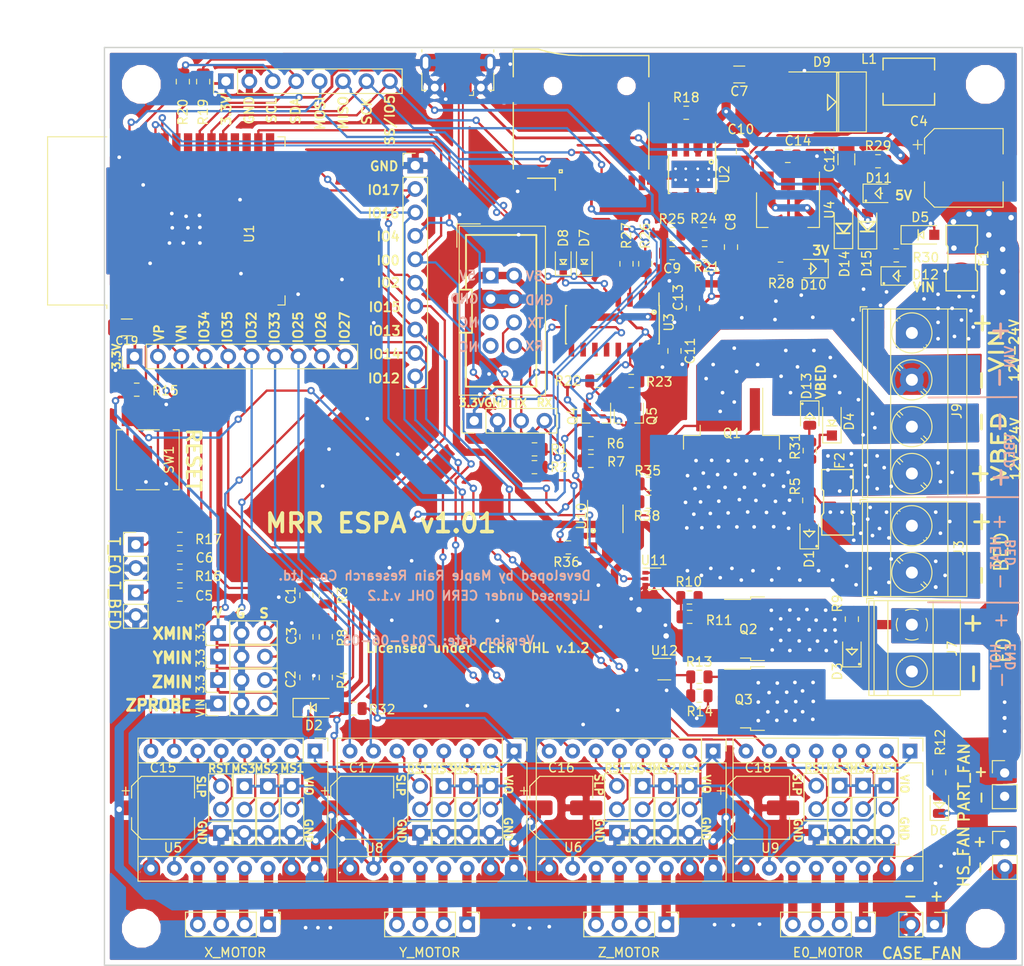
<source format=kicad_pcb>
(kicad_pcb (version 20171130) (host pcbnew 5.0.2-bee76a0~70~ubuntu18.04.1)
  (title_block (title "MRR ESPA") (date 2019-06-05) (rev v1.01))
  (layers (0 F.Cu signal) (31 B.Cu signal) (34 B.Paste user) (35 F.Paste user) (36 B.SilkS user) (37 F.SilkS user) (38 B.Mask user) (39 F.Mask user) (44 Edge.Cuts user))
  (net 0 "")
  (net 1 GND)
  (net 2 X_MIN)
  (net 3 Z_MIN)
  (net 4 Y_MIN)
  (net 5 VIN)
  (net 6 TEMP_BED_PIN)
  (net 7 TEMP_E0_PIN)
  (net 8 "Net-(C8-Pad1)")
  (net 9 COMP)
  (net 10 "Net-(C10-Pad2)")
  (net 11 "Net-(C10-Pad1)")
  (net 12 +3V3)
  (net 13 5V1)
  (net 14 +5V)
  (net 15 "Net-(D1-Pad2)")
  (net 16 "Net-(D1-Pad1)")
  (net 17 "Net-(D2-Pad1)")
  (net 18 "Net-(D3-Pad2)")
  (net 19 "Net-(D3-Pad1)")
  (net 20 VBED)
  (net 21 "Net-(D6-Pad1)")
  (net 22 "Net-(D6-Pad2)")
  (net 23 "Net-(D10-Pad2)")
  (net 24 "Net-(D11-Pad2)")
  (net 25 "Net-(D12-Pad2)")
  (net 26 "Net-(D13-Pad2)")
  (net 27 "Net-(F1-Pad2)")
  (net 28 "Net-(F2-Pad2)")
  (net 29 SS)
  (net 30 MISO)
  (net 31 SCK)
  (net 32 MOSI)
  (net 33 SCL)
  (net 34 SDA)
  (net 35 VUSB)
  (net 36 Y_DIR_PIN)
  (net 37 Y_STEP_PIN)
  (net 38 MOTOR_EN_PIN)
  (net 39 X_DIR_PIN)
  (net 40 X_STEP_PIN)
  (net 41 Z_DIR_PIN)
  (net 42 Z_STEP_PIN)
  (net 43 FAN_E0_PIN)
  (net 44 HEATER_E0_PIN)
  (net 45 IO0)
  (net 46 HEATER_BED_PIN)
  (net 47 E0_STEP_PIN)
  (net 48 E0_DIR_PIN)
  (net 49 "Net-(J21-Pad4)")
  (net 50 "Net-(J21-Pad3)")
  (net 51 "Net-(J21-Pad2)")
  (net 52 "Net-(J21-Pad1)")
  (net 53 "Net-(J22-Pad1)")
  (net 54 "Net-(J22-Pad2)")
  (net 55 "Net-(J22-Pad3)")
  (net 56 "Net-(J22-Pad4)")
  (net 57 "Net-(J23-Pad4)")
  (net 58 "Net-(J23-Pad3)")
  (net 59 "Net-(J23-Pad2)")
  (net 60 "Net-(J23-Pad1)")
  (net 61 "Net-(J24-Pad1)")
  (net 62 "Net-(J24-Pad2)")
  (net 63 "Net-(J24-Pad3)")
  (net 64 "Net-(J24-Pad4)")
  (net 65 X_MS1)
  (net 66 Y_MS1)
  (net 67 Z_MS1)
  (net 68 E0_MS1)
  (net 69 X_MS2)
  (net 70 Y_MS2)
  (net 71 Z_MS2)
  (net 72 E0_MS2)
  (net 73 X_MS3)
  (net 74 Y_MS3)
  (net 75 Z_MS3)
  (net 76 E0_MS3)
  (net 77 X_SLP)
  (net 78 X_RST)
  (net 79 Y_SLP)
  (net 80 Y_RST)
  (net 81 Z_RST)
  (net 82 Z_SLP)
  (net 83 E0_SLP)
  (net 84 E0_RST)
  (net 85 "Net-(Q2-Pad1)")
  (net 86 "Net-(Q3-Pad1)")
  (net 87 "Net-(Q4-Pad1)")
  (net 88 RTS)
  (net 89 EN)
  (net 90 DTR)
  (net 91 "Net-(Q5-Pad1)")
  (net 92 "Net-(R18-Pad2)")
  (net 93 FB)
  (net 94 "Net-(R26-Pad2)")
  (net 95 "Net-(R27-Pad2)")
  (net 96 /D-)
  (net 97 /D+)
  (net 98 UARTD-)
  (net 99 UARTD+)
  (net 100 UART+)
  (net 101 UART-)
  (net 102 TO_HEATER_BED)
  (net 103 TO_HEATER_E0)
  (net 104 TO_FAN_E0)
  (net 105 GNDD)
  (net 106 "Net-(R36-Pad2)")
  (net 107 "Net-(R38-Pad2)")
  (net 108 "Net-(J15-Pad8)")
  (module Connector_USB:USB_Micro-B_Molex-105017-0001 (layer F.Cu) (at 83.312 39.878 180)
    (fp_text reference J16 hide)
    (fp_text value USB_B_Micro)
    (pad 6 smd rect (at -2.9 1.2375 180) (size 1.2 1.9) (layers F.Cu F.Mask) (net 1 GND))
    (pad 6 smd rect (at 2.9 1.2375 180) (size 1.2 1.9) (layers F.Cu F.Mask) (net 1 GND))
    (pad 6 thru_hole oval (at 3.5 1.2375 180) (size 1.2 1.9) (drill oval 0.6 1.3) (layers *.Cu *.Mask) (net 1 GND))
    (pad 6 thru_hole oval (at -3.5 1.2375) (size 1.2 1.9) (drill oval 0.6 1.3) (layers *.Cu *.Mask) (net 1 GND))
    (pad 6 smd rect (at -1 1.2375 180) (size 1.5 1.9) (layers F.Cu F.Paste F.Mask) (net 1 GND))
    (pad 6 thru_hole circle (at 2.5 -1.4625 180) (size 1.45 1.45) (drill 0.85) (layers *.Cu *.Mask) (net 1 GND))
    (pad 3 smd rect (at 0 -1.4625 180) (size 0.4 1.35) (layers F.Cu F.Paste F.Mask) (net 97 /D+))
    (pad 4 smd rect (at 0.65 -1.4625 180) (size 0.4 1.35) (layers F.Cu F.Paste F.Mask))
    (pad 5 smd rect (at 1.3 -1.4625 180) (size 0.4 1.35) (layers F.Cu F.Paste F.Mask) (net 1 GND))
    (pad 1 smd rect (at -1.3 -1.4625 180) (size 0.4 1.35) (layers F.Cu F.Paste F.Mask) (net 35 VUSB))
    (pad 2 smd rect (at -0.65 -1.4625 180) (size 0.4 1.35) (layers F.Cu F.Paste F.Mask) (net 96 /D-))
    (pad 6 thru_hole circle (at -2.5 -1.4625 180) (size 1.45 1.45) (drill 0.85) (layers *.Cu *.Mask) (net 1 GND))
    (pad 6 smd rect (at 1 1.2375 180) (size 1.5 1.9) (layers F.Cu F.Paste F.Mask) (net 1 GND))
  )
  (module Connector_IDC:IDC-Header_2x04_P2.54mm_Vertical (layer F.Cu) (at 86.868 61.722)
    (fp_text reference J15 hide)
    (fp_text value AUX1)
    (pad 8 thru_hole oval (at 2.54 7.62) (size 1.7272 1.7272) (drill 1.016) (layers *.Cu *.Mask) (net 108 "Net-(J15-Pad8)"))
    (pad 7 thru_hole oval (at 0 7.62) (size 1.7272 1.7272) (drill 1.016) (layers *.Cu *.Mask))
    (pad 6 thru_hole oval (at 2.54 5.08) (size 1.7272 1.7272) (drill 1.016) (layers *.Cu *.Mask) (net 99 UARTD+))
    (pad 5 thru_hole oval (at 0 5.08) (size 1.7272 1.7272) (drill 1.016) (layers *.Cu *.Mask))
    (pad 4 thru_hole oval (at 2.54 2.54) (size 1.7272 1.7272) (drill 1.016) (layers *.Cu *.Mask) (net 1 GND))
    (pad 3 thru_hole oval (at 0 2.54) (size 1.7272 1.7272) (drill 1.016) (layers *.Cu *.Mask) (net 1 GND))
    (pad 2 thru_hole oval (at 2.54 0) (size 1.7272 1.7272) (drill 1.016) (layers *.Cu *.Mask) (net 14 +5V))
    (pad 1 thru_hole rect (at 0 0) (size 1.7272 1.7272) (drill 1.016) (layers *.Cu *.Mask) (net 14 +5V))
  )
  (module Capacitor_SMD:C_0805_2012Metric (layer F.Cu) (at 66.9 96.4 270)
    (fp_text reference C1 (at 0 1.7 270) (layer F.SilkS))
    (fp_text value 100nF16V)
    (pad 2 smd roundrect (at 0.9375 0 270) (size 0.975 1.4) (layers F.Cu F.Paste F.Mask) (net 2 X_MIN))
    (pad 1 smd roundrect (at -0.9375 0 270) (size 0.975 1.4) (layers F.Cu F.Paste F.Mask) (net 1 GND))
  )
  (module Capacitor_SMD:C_0805_2012Metric (layer F.Cu) (at 66.9 105.3 270)
    (fp_text reference C2 (at 0.2 1.7 90) (layer F.SilkS))
    (fp_text value 100nF16V)
    (pad 2 smd roundrect (at 0.9375 0 270) (size 0.975 1.4) (layers F.Cu F.Paste F.Mask) (net 3 Z_MIN))
    (pad 1 smd roundrect (at -0.9375 0 270) (size 0.975 1.4) (layers F.Cu F.Paste F.Mask) (net 1 GND))
  )
  (module Capacitor_SMD:C_0805_2012Metric (layer F.Cu) (at 66.9 100.9 270)
    (fp_text reference C3 (at -0.1 1.6 90) (layer F.SilkS))
    (fp_text value 100nF16V)
    (pad 2 smd roundrect (at 0.9375 0 270) (size 0.975 1.4) (layers F.Cu F.Paste F.Mask) (net 4 Y_MIN))
    (pad 1 smd roundrect (at -0.9375 0 270) (size 0.975 1.4) (layers F.Cu F.Paste F.Mask) (net 1 GND))
  )
  (module Capacitor_SMD:CP_Elec_8x10 (layer F.Cu) (at 138.175 50.05)
    (fp_text reference C4 (at -4.875 -5.05) (layer F.SilkS))
    (fp_text value 100uF50V)
    (pad 2 smd roundrect (at 3.25 0) (size 3.5 2.5) (layers F.Cu F.Paste F.Mask) (roundrect_rratio 0.1) (net 1 GND))
    (pad 1 smd roundrect (at -3.25 0) (size 3.5 2.5) (layers F.Cu F.Paste F.Mask) (roundrect_rratio 0.1) (net 5 VIN))
  )
  (module Capacitor_SMD:C_0805_2012Metric (layer F.Cu) (at 53.175 96.325)
    (fp_text reference C5 (at 2.636 0.118) (layer F.SilkS))
    (fp_text value 10uF16V)
    (pad 2 smd roundrect (at 0.9375 0) (size 0.975 1.4) (layers F.Cu F.Paste F.Mask) (net 6 TEMP_BED_PIN))
    (pad 1 smd roundrect (at -0.9375 0) (size 0.975 1.4) (layers F.Cu F.Paste F.Mask) (net 1 GND))
  )
  (module Capacitor_SMD:C_0805_2012Metric (layer F.Cu) (at 53.175 92.3)
    (fp_text reference C6 (at 2.675 0.025) (layer F.SilkS))
    (fp_text value 10uF16V)
    (pad 2 smd roundrect (at 0.9375 0) (size 0.975 1.4) (layers F.Cu F.Paste F.Mask) (net 7 TEMP_E0_PIN))
    (pad 1 smd roundrect (at -0.9375 0) (size 0.975 1.4) (layers F.Cu F.Paste F.Mask) (net 1 GND))
  )
  (module Capacitor_SMD:C_1206_3216Metric (layer F.Cu) (at 113.825 39.925 180)
    (fp_text reference C7 (at 0 -1.82 180) (layer F.SilkS))
    (fp_text value 4.7uF50V)
    (pad 2 smd roundrect (at 1.4 0 180) (size 1.25 1.75) (layers F.Cu F.Paste F.Mask) (roundrect_rratio 0.2) (net 5 VIN))
    (pad 1 smd roundrect (at -1.4 0 180) (size 1.25 1.75) (layers F.Cu F.Paste F.Mask) (roundrect_rratio 0.2) (net 1 GND))
  )
  (module Capacitor_SMD:C_0805_2012Metric (layer F.Cu) (at 112.93 58.64 90)
    (fp_text reference C8 (at 2.74 -0.03 90) (layer F.SilkS))
    (fp_text value 820pF50V)
    (pad 2 smd roundrect (at 0.9375 0 90) (size 0.975 1.4) (layers F.Cu F.Paste F.Mask) (net 1 GND))
    (pad 1 smd roundrect (at -0.9375 0 90) (size 0.975 1.4) (layers F.Cu F.Paste F.Mask) (net 8 "Net-(C8-Pad1)"))
  )
  (module Capacitor_SMD:C_0805_2012Metric (layer F.Cu) (at 106.55 59.3 180)
    (fp_text reference C9 (at 0 -1.65 180) (layer F.SilkS))
    (fp_text value 56pF50V)
    (pad 2 smd roundrect (at 0.9375 0 180) (size 0.975 1.4) (layers F.Cu F.Paste F.Mask) (net 1 GND))
    (pad 1 smd roundrect (at -0.9375 0 180) (size 0.975 1.4) (layers F.Cu F.Paste F.Mask) (net 9 COMP))
  )
  (module Capacitor_SMD:C_0805_2012Metric (layer F.Cu) (at 114.225 48.275 90)
    (fp_text reference C10 (at 2.4 -0.225 180) (layer F.SilkS))
    (fp_text value 100nF50V)
    (pad 2 smd roundrect (at 0.9375 0 90) (size 0.975 1.4) (layers F.Cu F.Paste F.Mask) (net 10 "Net-(C10-Pad2)"))
    (pad 1 smd roundrect (at -0.9375 0 90) (size 0.975 1.4) (layers F.Cu F.Paste F.Mask) (net 11 "Net-(C10-Pad1)"))
  )
  (module Capacitor_SMD:C_0805_2012Metric (layer F.Cu) (at 106.8 69.9 90)
    (fp_text reference C11 (at 0 1.7 90) (layer F.SilkS))
    (fp_text value 1nF16V)
    (pad 2 smd roundrect (at 0.9375 0 90) (size 0.975 1.4) (layers F.Cu F.Paste F.Mask) (net 12 +3V3))
    (pad 1 smd roundrect (at -0.9375 0 90) (size 0.975 1.4) (layers F.Cu F.Paste F.Mask) (net 1 GND))
  )
  (module Capacitor_SMD:C_1206_3216Metric (layer F.Cu) (at 125.44 49.12 90)
    (fp_text reference C12 (at 0 -1.82 90) (layer F.SilkS))
    (fp_text value 47uF16V)
    (pad 2 smd roundrect (at 1.4 0 90) (size 1.25 1.75) (layers F.Cu F.Paste F.Mask) (roundrect_rratio 0.2) (net 13 5V1))
    (pad 1 smd roundrect (at -1.4 0 90) (size 1.25 1.75) (layers F.Cu F.Paste F.Mask) (roundrect_rratio 0.2) (net 1 GND))
  )
  (module Capacitor_SMD:C_0805_2012Metric (layer F.Cu) (at 108.8 65.275 270)
    (fp_text reference C13 (at -1.175 1.6 270) (layer F.SilkS))
    (fp_text value 10uF16V)
    (pad 2 smd roundrect (at 0.9375 0 270) (size 0.975 1.4) (layers F.Cu F.Paste F.Mask) (net 1 GND))
    (pad 1 smd roundrect (at -0.9375 0 270) (size 0.975 1.4) (layers F.Cu F.Paste F.Mask) (net 14 +5V))
  )
  (module Capacitor_SMD:C_0805_2012Metric (layer F.Cu) (at 119.09 48.76)
    (fp_text reference C14 (at 1.1 -1.65) (layer F.SilkS))
    (fp_text value 10uF16V)
    (pad 2 smd roundrect (at 0.9375 0) (size 0.975 1.4) (layers F.Cu F.Paste F.Mask) (net 1 GND))
    (pad 1 smd roundrect (at -0.9375 0) (size 0.975 1.4) (layers F.Cu F.Paste F.Mask) (net 12 +3V3))
  )
  (module Capacitor_SMD:CP_Elec_6.3x7.7 (layer F.Cu) (at 51.354 119.434)
    (fp_text reference C15 (at 0 -4.35) (layer F.SilkS))
    (fp_text value 100uF35V)
    (pad 2 smd roundrect (at 2.7 0) (size 3.5 1.6) (layers F.Cu F.Paste F.Mask) (roundrect_rratio 0.15625) (net 1 GND))
    (pad 1 smd roundrect (at -2.7 0) (size 3.5 1.6) (layers F.Cu F.Paste F.Mask) (roundrect_rratio 0.15625) (net 5 VIN))
  )
  (module Capacitor_SMD:CP_Elec_6.3x7.7 (layer F.Cu) (at 94.534 119.434)
    (fp_text reference C16 (at 0 -4.35) (layer F.SilkS))
    (fp_text value 100uF35V)
    (pad 2 smd roundrect (at 2.7 0) (size 3.5 1.6) (layers F.Cu F.Paste F.Mask) (roundrect_rratio 0.15625) (net 1 GND))
    (pad 1 smd roundrect (at -2.7 0) (size 3.5 1.6) (layers F.Cu F.Paste F.Mask) (roundrect_rratio 0.15625) (net 5 VIN))
  )
  (module Capacitor_SMD:CP_Elec_6.3x7.7 (layer F.Cu) (at 72.944 119.434)
    (fp_text reference C17 (at 0 -4.35) (layer F.SilkS))
    (fp_text value 100uF35V)
    (pad 2 smd roundrect (at 2.7 0) (size 3.5 1.6) (layers F.Cu F.Paste F.Mask) (roundrect_rratio 0.15625) (net 1 GND))
    (pad 1 smd roundrect (at -2.7 0) (size 3.5 1.6) (layers F.Cu F.Paste F.Mask) (roundrect_rratio 0.15625) (net 5 VIN))
  )
  (module Capacitor_SMD:CP_Elec_6.3x7.7 (layer F.Cu) (at 115.87 119.434)
    (fp_text reference C18 (at 0 -4.35) (layer F.SilkS))
    (fp_text value 100uF35V)
    (pad 2 smd roundrect (at 2.7 0) (size 3.5 1.6) (layers F.Cu F.Paste F.Mask) (roundrect_rratio 0.15625) (net 1 GND))
    (pad 1 smd roundrect (at -2.7 0) (size 3.5 1.6) (layers F.Cu F.Paste F.Mask) (roundrect_rratio 0.15625) (net 5 VIN))
  )
  (module MountingHole:MountingHole_3.2mm_M3_DIN965 (layer F.Cu) (at 49 41)
    (fp_text reference H1 hide)
    (fp_text value MountingHole)
    (pad 1 np_thru_hole circle (at 0 0) (size 3.2 3.2) (drill 3.2) (layers *.Cu *.Mask))
  )
  (module MountingHole:MountingHole_3.2mm_M3_DIN965 (layer F.Cu) (at 49 132.5)
    (fp_text reference H2 hide)
    (fp_text value MountingHole)
    (pad 1 np_thru_hole circle (at 0 0) (size 3.2 3.2) (drill 3.2) (layers *.Cu *.Mask))
  )
  (module MountingHole:MountingHole_3.2mm_M3_DIN965 (layer F.Cu) (at 140.5 132.5)
    (fp_text reference H3 hide)
    (fp_text value MountingHole)
    (pad 1 np_thru_hole circle (at 0 0) (size 3.2 3.2) (drill 3.2) (layers *.Cu *.Mask))
  )
  (module MountingHole:MountingHole_3.2mm_M3_DIN965 (layer F.Cu) (at 140.5 41)
    (fp_text reference H4 hide)
    (fp_text value MountingHole)
    (pad 1 np_thru_hole circle (at 0 0) (size 3.2 3.2) (drill 3.2) (layers *.Cu *.Mask))
  )
  (module Connector_PinHeader_2.54mm:PinHeader_1x03_P2.54mm_Vertical (layer F.Cu) (at 57.324 100.498 90)
    (fp_text reference J1 hide)
    (fp_text value X_MIN)
    (pad 3 thru_hole oval (at 0 5.08 90) (size 1.7 1.7) (drill 1) (layers *.Cu *.Mask) (net 2 X_MIN))
    (pad 2 thru_hole oval (at 0 2.54 90) (size 1.7 1.7) (drill 1) (layers *.Cu *.Mask) (net 1 GND))
    (pad 1 thru_hole rect (at 0 0 90) (size 1.7 1.7) (drill 1) (layers *.Cu *.Mask) (net 12 +3V3))
  )
  (module Connector_PinHeader_2.54mm:PinHeader_1x03_P2.54mm_Vertical (layer F.Cu) (at 57.324 105.578 90)
    (fp_text reference J2 hide)
    (fp_text value Z_MIN)
    (pad 3 thru_hole oval (at 0 5.08 90) (size 1.7 1.7) (drill 1) (layers *.Cu *.Mask) (net 3 Z_MIN))
    (pad 2 thru_hole oval (at 0 2.54 90) (size 1.7 1.7) (drill 1) (layers *.Cu *.Mask) (net 1 GND))
    (pad 1 thru_hole rect (at 0 0 90) (size 1.7 1.7) (drill 1) (layers *.Cu *.Mask) (net 12 +3V3))
  )
  (module TerminalBlock_Phoenix:TerminalBlock_Phoenix_MKDS-3-2-5.08_1x02_P5.08mm_Horizontal (layer F.Cu) (at 132.541 88.85 270)
    (fp_text reference J3 (at 2.425 -5.1 270) (layer F.SilkS))
    (fp_text value BED)
    (pad 2 thru_hole circle (at 5.08 0 270) (size 2.6 2.6) (drill 1.3) (layers *.Cu *.Mask) (net 16 "Net-(D1-Pad1)"))
    (pad 1 thru_hole rect (at 0 0 270) (size 2.6 2.6) (drill 1.3) (layers *.Cu *.Mask) (net 20 VBED))
  )
  (module Connector_PinHeader_2.54mm:PinHeader_1x03_P2.54mm_Vertical (layer F.Cu) (at 57.324 103.038 90)
    (fp_text reference J5 hide)
    (fp_text value Y_MIN)
    (pad 3 thru_hole oval (at 0 5.08 90) (size 1.7 1.7) (drill 1) (layers *.Cu *.Mask) (net 4 Y_MIN))
    (pad 2 thru_hole oval (at 0 2.54 90) (size 1.7 1.7) (drill 1) (layers *.Cu *.Mask) (net 1 GND))
    (pad 1 thru_hole rect (at 0 0 90) (size 1.7 1.7) (drill 1) (layers *.Cu *.Mask) (net 12 +3V3))
  )
  (module Connector_PinHeader_2.54mm:PinHeader_1x03_P2.54mm_Vertical (layer F.Cu) (at 57.324 108.118 90)
    (fp_text reference J6 hide)
    (fp_text value Z_PROBE)
    (pad 3 thru_hole oval (at 0 5.08 90) (size 1.7 1.7) (drill 1) (layers *.Cu *.Mask) (net 17 "Net-(D2-Pad1)"))
    (pad 2 thru_hole oval (at 0 2.54 90) (size 1.7 1.7) (drill 1) (layers *.Cu *.Mask) (net 1 GND))
    (pad 1 thru_hole rect (at 0 0 90) (size 1.7 1.7) (drill 1) (layers *.Cu *.Mask) (net 5 VIN))
  )
  (module Connector_PinHeader_2.54mm:PinHeader_1x02_P2.54mm_Vertical (layer F.Cu) (at 135 132.1 270)
    (fp_text reference J8 hide)
    (fp_text value FAN_CASE)
    (pad 2 thru_hole oval (at 0 2.54 270) (size 1.7 1.7) (drill 1) (layers *.Cu *.Mask) (net 1 GND))
    (pad 1 thru_hole rect (at 0 0 270) (size 1.7 1.7) (drill 1) (layers *.Cu *.Mask) (net 5 VIN))
  )
  (module TerminalBlock_Phoenix:TerminalBlock_Phoenix_MKDS-3-4-5.08_1x04_P5.08mm_Horizontal (layer F.Cu) (at 132.541 67.95 270)
    (fp_text reference J9 (at 8.475 -4.875 270) (layer F.SilkS))
    (fp_text value PWR_IN)
    (pad 4 thru_hole circle (at 15.24 0 270) (size 2.6 2.6) (drill 1.3) (layers *.Cu *.Mask) (net 28 "Net-(F2-Pad2)"))
    (pad 3 thru_hole circle (at 10.16 0 270) (size 2.6 2.6) (drill 1.3) (layers *.Cu *.Mask) (net 105 GNDD))
    (pad 2 thru_hole circle (at 5.08 0 270) (size 2.6 2.6) (drill 1.3) (layers *.Cu *.Mask) (net 1 GND))
    (pad 1 thru_hole rect (at 0 0 270) (size 2.6 2.6) (drill 1.3) (layers *.Cu *.Mask) (net 27 "Net-(F1-Pad2)"))
  )
  (module Connector_PinHeader_2.54mm:PinHeader_1x02_P2.54mm_Vertical (layer F.Cu) (at 142.6 115.65)
    (fp_text reference J10 hide)
    (fp_text value PART_FAN)
    (pad 2 thru_hole oval (at 0 2.54) (size 1.7 1.7) (drill 1) (layers *.Cu *.Mask) (net 21 "Net-(D6-Pad1)"))
    (pad 1 thru_hole rect (at 0 0) (size 1.7 1.7) (drill 1) (layers *.Cu *.Mask) (net 5 VIN))
  )
  (module Connector_PinHeader_2.54mm:PinHeader_1x02_P2.54mm_Vertical (layer F.Cu) (at 142.625 123.325)
    (fp_text reference J11 hide)
    (fp_text value FAN_HEATSINK)
    (pad 2 thru_hole oval (at 0 2.54) (size 1.7 1.7) (drill 1) (layers *.Cu *.Mask) (net 1 GND))
    (pad 1 thru_hole rect (at 0 0) (size 1.7 1.7) (drill 1) (layers *.Cu *.Mask) (net 5 VIN))
  )
  (module Connector_PinHeader_2.54mm:PinHeader_1x02_P2.54mm_Vertical (layer F.Cu) (at 48.4 96.1)
    (fp_text reference J12 hide)
    (fp_text value T_BED)
    (pad 2 thru_hole oval (at 0 2.54) (size 1.7 1.7) (drill 1) (layers *.Cu *.Mask) (net 1 GND))
    (pad 1 thru_hole rect (at 0 0) (size 1.7 1.7) (drill 1) (layers *.Cu *.Mask) (net 6 TEMP_BED_PIN))
  )
  (module Connector_PinHeader_2.54mm:PinHeader_1x02_P2.54mm_Vertical (layer F.Cu) (at 48.4 90.9)
    (fp_text reference J13 hide)
    (fp_text value T_E0)
    (pad 2 thru_hole oval (at 0 2.54) (size 1.7 1.7) (drill 1) (layers *.Cu *.Mask) (net 1 GND))
    (pad 1 thru_hole rect (at 0 0) (size 1.7 1.7) (drill 1) (layers *.Cu *.Mask) (net 7 TEMP_E0_PIN))
  )
  (module Connector_PinHeader_2.54mm:PinHeader_1x08_P2.54mm_Vertical (layer F.Cu) (at 58.166 40.656 90)
    (fp_text reference J14 hide)
    (fp_text value I2C/SPI)
    (pad 8 thru_hole oval (at 0 17.78 90) (size 1.7 1.7) (drill 1) (layers *.Cu *.Mask) (net 29 SS))
    (pad 7 thru_hole oval (at 0 15.24 90) (size 1.7 1.7) (drill 1) (layers *.Cu *.Mask) (net 31 SCK))
    (pad 6 thru_hole oval (at 0 12.7 90) (size 1.7 1.7) (drill 1) (layers *.Cu *.Mask) (net 30 MISO))
    (pad 5 thru_hole oval (at 0 10.16 90) (size 1.7 1.7) (drill 1) (layers *.Cu *.Mask) (net 32 MOSI))
    (pad 4 thru_hole oval (at 0 7.62 90) (size 1.7 1.7) (drill 1) (layers *.Cu *.Mask) (net 34 SDA))
    (pad 3 thru_hole oval (at 0 5.08 90) (size 1.7 1.7) (drill 1) (layers *.Cu *.Mask) (net 33 SCL))
    (pad 2 thru_hole oval (at 0 2.54 90) (size 1.7 1.7) (drill 1) (layers *.Cu *.Mask) (net 1 GND))
    (pad 1 thru_hole rect (at 0 0 90) (size 1.7 1.7) (drill 1) (layers *.Cu *.Mask) (net 12 +3V3))
  )
  (module Connector_PinHeader_2.54mm:PinHeader_1x04_P2.54mm_Vertical (layer F.Cu) (at 85.09 77.47 90)
    (fp_text reference J17 hide)
    (fp_text value Serial)
    (pad 4 thru_hole oval (at 0 7.62 90) (size 1.7 1.7) (drill 1) (layers *.Cu *.Mask) (net 98 UARTD-))
    (pad 3 thru_hole oval (at 0 5.08 90) (size 1.7 1.7) (drill 1) (layers *.Cu *.Mask) (net 99 UARTD+))
    (pad 2 thru_hole oval (at 0 2.54 90) (size 1.7 1.7) (drill 1) (layers *.Cu *.Mask) (net 1 GND))
    (pad 1 thru_hole rect (at 0 0 90) (size 1.7 1.7) (drill 1) (layers *.Cu *.Mask) (net 12 +3V3))
  )
  (module Connector_PinHeader_2.54mm:PinHeader_1x10_P2.54mm_Vertical (layer F.Cu) (at 48.26 70.5 90)
    (fp_text reference J18 hide)
    (fp_text value PINS_1)
    (pad 10 thru_hole oval (at 0 22.86 90) (size 1.7 1.7) (drill 1) (layers *.Cu *.Mask) (net 40 X_STEP_PIN))
    (pad 9 thru_hole oval (at 0 20.32 90) (size 1.7 1.7) (drill 1) (layers *.Cu *.Mask) (net 39 X_DIR_PIN))
    (pad 8 thru_hole oval (at 0 17.78 90) (size 1.7 1.7) (drill 1) (layers *.Cu *.Mask) (net 38 MOTOR_EN_PIN))
    (pad 7 thru_hole oval (at 0 15.24 90) (size 1.7 1.7) (drill 1) (layers *.Cu *.Mask) (net 37 Y_STEP_PIN))
    (pad 6 thru_hole oval (at 0 12.7 90) (size 1.7 1.7) (drill 1) (layers *.Cu *.Mask) (net 36 Y_DIR_PIN))
    (pad 5 thru_hole oval (at 0 10.16 90) (size 1.7 1.7) (drill 1) (layers *.Cu *.Mask) (net 4 Y_MIN))
    (pad 4 thru_hole oval (at 0 7.62 90) (size 1.7 1.7) (drill 1) (layers *.Cu *.Mask) (net 2 X_MIN))
    (pad 3 thru_hole oval (at 0 5.08 90) (size 1.7 1.7) (drill 1) (layers *.Cu *.Mask) (net 6 TEMP_BED_PIN))
    (pad 2 thru_hole oval (at 0 2.54 90) (size 1.7 1.7) (drill 1) (layers *.Cu *.Mask) (net 7 TEMP_E0_PIN))
    (pad 1 thru_hole rect (at 0 0 90) (size 1.7 1.7) (drill 1) (layers *.Cu *.Mask) (net 12 +3V3))
  )
  (module Connector_PinHeader_2.54mm:PinHeader_1x10_P2.54mm_Vertical (layer F.Cu) (at 78.7 49.8)
    (fp_text reference J19 hide)
    (fp_text value PINS_2)
    (pad 10 thru_hole oval (at 0 22.86) (size 1.7 1.7) (drill 1) (layers *.Cu *.Mask) (net 41 Z_DIR_PIN))
    (pad 9 thru_hole oval (at 0 20.32) (size 1.7 1.7) (drill 1) (layers *.Cu *.Mask) (net 42 Z_STEP_PIN))
    (pad 8 thru_hole oval (at 0 17.78) (size 1.7 1.7) (drill 1) (layers *.Cu *.Mask) (net 43 FAN_E0_PIN))
    (pad 7 thru_hole oval (at 0 15.24) (size 1.7 1.7) (drill 1) (layers *.Cu *.Mask) (net 3 Z_MIN))
    (pad 6 thru_hole oval (at 0 12.7) (size 1.7 1.7) (drill 1) (layers *.Cu *.Mask) (net 44 HEATER_E0_PIN))
    (pad 5 thru_hole oval (at 0 10.16) (size 1.7 1.7) (drill 1) (layers *.Cu *.Mask) (net 45 IO0))
    (pad 4 thru_hole oval (at 0 7.62) (size 1.7 1.7) (drill 1) (layers *.Cu *.Mask) (net 46 HEATER_BED_PIN))
    (pad 3 thru_hole oval (at 0 5.08) (size 1.7 1.7) (drill 1) (layers *.Cu *.Mask) (net 47 E0_STEP_PIN))
    (pad 2 thru_hole oval (at 0 2.54) (size 1.7 1.7) (drill 1) (layers *.Cu *.Mask) (net 48 E0_DIR_PIN))
    (pad 1 thru_hole rect (at 0 0) (size 1.7 1.7) (drill 1) (layers *.Cu *.Mask) (net 1 GND))
  )
  (module Connector_PinHeader_2.54mm:PinHeader_1x04_P2.54mm_Vertical (layer F.Cu) (at 62.738 132.08 270)
    (fp_text reference J21 hide)
    (fp_text value X_MOTOR (at 3.048 3.556) (layer F.SilkS))
    (pad 4 thru_hole oval (at 0 7.62 270) (size 1.7 1.7) (drill 1) (layers *.Cu *.Mask) (net 49 "Net-(J21-Pad4)"))
    (pad 3 thru_hole oval (at 0 5.08 270) (size 1.7 1.7) (drill 1) (layers *.Cu *.Mask) (net 50 "Net-(J21-Pad3)"))
    (pad 2 thru_hole oval (at 0 2.54 270) (size 1.7 1.7) (drill 1) (layers *.Cu *.Mask) (net 51 "Net-(J21-Pad2)"))
    (pad 1 thru_hole rect (at 0 0 270) (size 1.7 1.7) (drill 1) (layers *.Cu *.Mask) (net 52 "Net-(J21-Pad1)"))
  )
  (module Connector_PinHeader_2.54mm:PinHeader_1x04_P2.54mm_Vertical (layer F.Cu) (at 105.918 132.08 270)
    (fp_text reference J22 hide)
    (fp_text value Z_MOTOR (at 3.048 4.064) (layer F.SilkS))
    (pad 4 thru_hole oval (at 0 7.62 270) (size 1.7 1.7) (drill 1) (layers *.Cu *.Mask) (net 56 "Net-(J22-Pad4)"))
    (pad 3 thru_hole oval (at 0 5.08 270) (size 1.7 1.7) (drill 1) (layers *.Cu *.Mask) (net 55 "Net-(J22-Pad3)"))
    (pad 2 thru_hole oval (at 0 2.54 270) (size 1.7 1.7) (drill 1) (layers *.Cu *.Mask) (net 54 "Net-(J22-Pad2)"))
    (pad 1 thru_hole rect (at 0 0 270) (size 1.7 1.7) (drill 1) (layers *.Cu *.Mask) (net 53 "Net-(J22-Pad1)"))
  )
  (module Connector_PinHeader_2.54mm:PinHeader_1x04_P2.54mm_Vertical (layer F.Cu) (at 84.328 132.08 270)
    (fp_text reference J23 hide)
    (fp_text value Y_MOTOR (at 3.048 4.064) (layer F.SilkS))
    (pad 4 thru_hole oval (at 0 7.62 270) (size 1.7 1.7) (drill 1) (layers *.Cu *.Mask) (net 57 "Net-(J23-Pad4)"))
    (pad 3 thru_hole oval (at 0 5.08 270) (size 1.7 1.7) (drill 1) (layers *.Cu *.Mask) (net 58 "Net-(J23-Pad3)"))
    (pad 2 thru_hole oval (at 0 2.54 270) (size 1.7 1.7) (drill 1) (layers *.Cu *.Mask) (net 59 "Net-(J23-Pad2)"))
    (pad 1 thru_hole rect (at 0 0 270) (size 1.7 1.7) (drill 1) (layers *.Cu *.Mask) (net 60 "Net-(J23-Pad1)"))
  )
  (module Connector_PinHeader_2.54mm:PinHeader_1x04_P2.54mm_Vertical (layer F.Cu) (at 127.254 132.08 270)
    (fp_text reference J24 hide)
    (fp_text value E0_MOTOR (at 3.048 3.81) (layer F.SilkS))
    (pad 4 thru_hole oval (at 0 7.62 270) (size 1.7 1.7) (drill 1) (layers *.Cu *.Mask) (net 64 "Net-(J24-Pad4)"))
    (pad 3 thru_hole oval (at 0 5.08 270) (size 1.7 1.7) (drill 1) (layers *.Cu *.Mask) (net 63 "Net-(J24-Pad3)"))
    (pad 2 thru_hole oval (at 0 2.54 270) (size 1.7 1.7) (drill 1) (layers *.Cu *.Mask) (net 62 "Net-(J24-Pad2)"))
    (pad 1 thru_hole rect (at 0 0 270) (size 1.7 1.7) (drill 1) (layers *.Cu *.Mask) (net 61 "Net-(J24-Pad1)"))
  )
  (module Connector_PinHeader_2.54mm:PinHeader_1x03_P2.54mm_Vertical (layer F.Cu) (at 65.275 117.075)
    (fp_text reference JP1 hide)
    (fp_text value X_MS1)
    (pad 3 thru_hole oval (at 0 5.08) (size 1.7 1.7) (drill 1) (layers *.Cu *.Mask) (net 1 GND))
    (pad 2 thru_hole oval (at 0 2.54) (size 1.7 1.7) (drill 1) (layers *.Cu *.Mask) (net 65 X_MS1))
    (pad 1 thru_hole rect (at 0 0) (size 1.7 1.7) (drill 1) (layers *.Cu *.Mask) (net 12 +3V3))
  )
  (module Connector_PinHeader_2.54mm:PinHeader_1x03_P2.54mm_Vertical (layer F.Cu) (at 86.843 117.061)
    (fp_text reference JP2 hide)
    (fp_text value Y_MS1)
    (pad 3 thru_hole oval (at 0 5.08) (size 1.7 1.7) (drill 1) (layers *.Cu *.Mask) (net 1 GND))
    (pad 2 thru_hole oval (at 0 2.54) (size 1.7 1.7) (drill 1) (layers *.Cu *.Mask) (net 66 Y_MS1))
    (pad 1 thru_hole rect (at 0 0) (size 1.7 1.7) (drill 1) (layers *.Cu *.Mask) (net 12 +3V3))
  )
  (module Connector_PinHeader_2.54mm:PinHeader_1x03_P2.54mm_Vertical (layer F.Cu) (at 108.433 117.061)
    (fp_text reference JP3 hide)
    (fp_text value Z_MS1)
    (pad 3 thru_hole oval (at 0 5.08) (size 1.7 1.7) (drill 1) (layers *.Cu *.Mask) (net 1 GND))
    (pad 2 thru_hole oval (at 0 2.54) (size 1.7 1.7) (drill 1) (layers *.Cu *.Mask) (net 67 Z_MS1))
    (pad 1 thru_hole rect (at 0 0) (size 1.7 1.7) (drill 1) (layers *.Cu *.Mask) (net 12 +3V3))
  )
  (module Connector_PinHeader_2.54mm:PinHeader_1x03_P2.54mm_Vertical (layer F.Cu) (at 129.794 117.032)
    (fp_text reference JP4 hide)
    (fp_text value E0_MS1)
    (pad 3 thru_hole oval (at 0 5.08) (size 1.7 1.7) (drill 1) (layers *.Cu *.Mask) (net 1 GND))
    (pad 2 thru_hole oval (at 0 2.54) (size 1.7 1.7) (drill 1) (layers *.Cu *.Mask) (net 68 E0_MS1))
    (pad 1 thru_hole rect (at 0 0) (size 1.7 1.7) (drill 1) (layers *.Cu *.Mask) (net 12 +3V3))
  )
  (module Connector_PinHeader_2.54mm:PinHeader_1x03_P2.54mm_Vertical (layer F.Cu) (at 62.713 117.086)
    (fp_text reference JP5 hide)
    (fp_text value X_MS2)
    (pad 3 thru_hole oval (at 0 5.08) (size 1.7 1.7) (drill 1) (layers *.Cu *.Mask) (net 1 GND))
    (pad 2 thru_hole oval (at 0 2.54) (size 1.7 1.7) (drill 1) (layers *.Cu *.Mask) (net 69 X_MS2))
    (pad 1 thru_hole rect (at 0 0) (size 1.7 1.7) (drill 1) (layers *.Cu *.Mask) (net 12 +3V3))
  )
  (module Connector_PinHeader_2.54mm:PinHeader_1x03_P2.54mm_Vertical (layer F.Cu) (at 84.303 117.061)
    (fp_text reference JP6 hide)
    (fp_text value Y_MS2)
    (pad 3 thru_hole oval (at 0 5.08) (size 1.7 1.7) (drill 1) (layers *.Cu *.Mask) (net 1 GND))
    (pad 2 thru_hole oval (at 0 2.54) (size 1.7 1.7) (drill 1) (layers *.Cu *.Mask) (net 70 Y_MS2))
    (pad 1 thru_hole rect (at 0 0) (size 1.7 1.7) (drill 1) (layers *.Cu *.Mask) (net 12 +3V3))
  )
  (module Connector_PinHeader_2.54mm:PinHeader_1x03_P2.54mm_Vertical (layer F.Cu) (at 105.893 117.061)
    (fp_text reference JP7 hide)
    (fp_text value Z_MS2)
    (pad 3 thru_hole oval (at 0 5.08) (size 1.7 1.7) (drill 1) (layers *.Cu *.Mask) (net 1 GND))
    (pad 2 thru_hole oval (at 0 2.54) (size 1.7 1.7) (drill 1) (layers *.Cu *.Mask) (net 71 Z_MS2))
    (pad 1 thru_hole rect (at 0 0) (size 1.7 1.7) (drill 1) (layers *.Cu *.Mask) (net 12 +3V3))
  )
  (module Connector_PinHeader_2.54mm:PinHeader_1x03_P2.54mm_Vertical (layer F.Cu) (at 127.254 117.032)
    (fp_text reference JP8 hide)
    (fp_text value E0_MS2)
    (pad 3 thru_hole oval (at 0 5.08) (size 1.7 1.7) (drill 1) (layers *.Cu *.Mask) (net 1 GND))
    (pad 2 thru_hole oval (at 0 2.54) (size 1.7 1.7) (drill 1) (layers *.Cu *.Mask) (net 72 E0_MS2))
    (pad 1 thru_hole rect (at 0 0) (size 1.7 1.7) (drill 1) (layers *.Cu *.Mask) (net 12 +3V3))
  )
  (module Connector_PinHeader_2.54mm:PinHeader_1x03_P2.54mm_Vertical (layer F.Cu) (at 60.173 117.086)
    (fp_text reference JP9 hide)
    (fp_text value X_MS3)
    (pad 3 thru_hole oval (at 0 5.08) (size 1.7 1.7) (drill 1) (layers *.Cu *.Mask) (net 1 GND))
    (pad 2 thru_hole oval (at 0 2.54) (size 1.7 1.7) (drill 1) (layers *.Cu *.Mask) (net 73 X_MS3))
    (pad 1 thru_hole rect (at 0 0) (size 1.7 1.7) (drill 1) (layers *.Cu *.Mask) (net 12 +3V3))
  )
  (module Connector_PinHeader_2.54mm:PinHeader_1x03_P2.54mm_Vertical (layer F.Cu) (at 81.763 117.061)
    (fp_text reference JP10 hide)
    (fp_text value Y_MS3)
    (pad 3 thru_hole oval (at 0 5.08) (size 1.7 1.7) (drill 1) (layers *.Cu *.Mask) (net 1 GND))
    (pad 2 thru_hole oval (at 0 2.54) (size 1.7 1.7) (drill 1) (layers *.Cu *.Mask) (net 74 Y_MS3))
    (pad 1 thru_hole rect (at 0 0) (size 1.7 1.7) (drill 1) (layers *.Cu *.Mask) (net 12 +3V3))
  )
  (module Connector_PinHeader_2.54mm:PinHeader_1x03_P2.54mm_Vertical (layer F.Cu) (at 103.353 117.061)
    (fp_text reference JP11 hide)
    (fp_text value Z_MS3)
    (pad 3 thru_hole oval (at 0 5.08) (size 1.7 1.7) (drill 1) (layers *.Cu *.Mask) (net 1 GND))
    (pad 2 thru_hole oval (at 0 2.54) (size 1.7 1.7) (drill 1) (layers *.Cu *.Mask) (net 75 Z_MS3))
    (pad 1 thru_hole rect (at 0 0) (size 1.7 1.7) (drill 1) (layers *.Cu *.Mask) (net 12 +3V3))
  )
  (module Connector_PinHeader_2.54mm:PinHeader_1x03_P2.54mm_Vertical (layer F.Cu) (at 124.714 117.032)
    (fp_text reference JP12 hide)
    (fp_text value E0_MS3)
    (pad 3 thru_hole oval (at 0 5.08) (size 1.7 1.7) (drill 1) (layers *.Cu *.Mask) (net 1 GND))
    (pad 2 thru_hole oval (at 0 2.54) (size 1.7 1.7) (drill 1) (layers *.Cu *.Mask) (net 76 E0_MS3))
    (pad 1 thru_hole rect (at 0 0) (size 1.7 1.7) (drill 1) (layers *.Cu *.Mask) (net 12 +3V3))
  )
  (module Connector_PinHeader_2.54mm:PinHeader_1x03_P2.54mm_Vertical (layer F.Cu) (at 57.633 122.166 180)
    (fp_text reference JP13 hide)
    (fp_text value X_RST)
    (pad 3 thru_hole oval (at 0 5.08 180) (size 1.7 1.7) (drill 1) (layers *.Cu *.Mask) (net 77 X_SLP))
    (pad 2 thru_hole oval (at 0 2.54 180) (size 1.7 1.7) (drill 1) (layers *.Cu *.Mask) (net 78 X_RST))
    (pad 1 thru_hole rect (at 0 0 180) (size 1.7 1.7) (drill 1) (layers *.Cu *.Mask) (net 1 GND))
  )
  (module Connector_PinHeader_2.54mm:PinHeader_1x03_P2.54mm_Vertical (layer F.Cu) (at 79.223 122.141 180)
    (fp_text reference JP14 hide)
    (fp_text value Y_RST)
    (pad 3 thru_hole oval (at 0 5.08 180) (size 1.7 1.7) (drill 1) (layers *.Cu *.Mask) (net 79 Y_SLP))
    (pad 2 thru_hole oval (at 0 2.54 180) (size 1.7 1.7) (drill 1) (layers *.Cu *.Mask) (net 80 Y_RST))
    (pad 1 thru_hole rect (at 0 0 180) (size 1.7 1.7) (drill 1) (layers *.Cu *.Mask) (net 1 GND))
  )
  (module Connector_PinHeader_2.54mm:PinHeader_1x03_P2.54mm_Vertical (layer F.Cu) (at 100.559 122.141 180)
    (fp_text reference JP15 hide)
    (fp_text value Z_RST)
    (pad 3 thru_hole oval (at 0 5.08 180) (size 1.7 1.7) (drill 1) (layers *.Cu *.Mask) (net 82 Z_SLP))
    (pad 2 thru_hole oval (at 0 2.54 180) (size 1.7 1.7) (drill 1) (layers *.Cu *.Mask) (net 81 Z_RST))
    (pad 1 thru_hole rect (at 0 0 180) (size 1.7 1.7) (drill 1) (layers *.Cu *.Mask) (net 1 GND))
  )
  (module Connector_PinHeader_2.54mm:PinHeader_1x03_P2.54mm_Vertical (layer F.Cu) (at 122.174 122.112 180)
    (fp_text reference JP16 hide)
    (fp_text value E0_RST)
    (pad 3 thru_hole oval (at 0 5.08 180) (size 1.7 1.7) (drill 1) (layers *.Cu *.Mask) (net 83 E0_SLP))
    (pad 2 thru_hole oval (at 0 2.54 180) (size 1.7 1.7) (drill 1) (layers *.Cu *.Mask) (net 84 E0_RST))
    (pad 1 thru_hole rect (at 0 0 180) (size 1.7 1.7) (drill 1) (layers *.Cu *.Mask) (net 1 GND))
  )
  (module Package_TO_SOT_SMD:TO-263-2 (layer F.Cu) (at 112.98 82.01 270)
    (fp_text reference Q1 (at -3.18 -0.06) (layer F.SilkS))
    (fp_text value IRLS3034PBF)
    (pad 2 smd rect (at 3.375 0 270) (size 9.4 10.8) (layers F.Cu F.Mask) (net 16 "Net-(D1-Pad1)"))
    (pad 3 smd rect (at -5.775 2.54 270) (size 4.6 1.1) (layers F.Cu F.Paste F.Mask) (net 105 GNDD))
    (pad 1 smd rect (at -5.775 -2.54 270) (size 4.6 1.1) (layers F.Cu F.Paste F.Mask) (net 102 TO_HEATER_BED))
  )
  (module Package_TO_SOT_SMD:TO-252-2 (layer F.Cu) (at 117.525 100.018)
    (fp_text reference Q2 (at -2.717 0.058) (layer F.SilkS))
    (fp_text value IRLR8743TRPBF)
    (pad 2 smd rect (at 2.1 0) (size 6.4 5.8) (layers F.Cu F.Mask) (net 19 "Net-(D3-Pad1)"))
    (pad 3 smd rect (at -4.2 2.28) (size 2.2 1.2) (layers F.Cu F.Paste F.Mask) (net 1 GND))
    (pad 1 smd rect (at -4.2 -2.28) (size 2.2 1.2) (layers F.Cu F.Paste F.Mask) (net 85 "Net-(Q2-Pad1)"))
  )
  (module Package_TO_SOT_SMD:TO-252-2 (layer F.Cu) (at 117.525 107.586)
    (fp_text reference Q3 (at -3.225 0.11) (layer F.SilkS))
    (fp_text value IRLR8743TRPBF)
    (pad 2 smd rect (at 2.1 0) (size 6.4 5.8) (layers F.Cu F.Mask) (net 21 "Net-(D6-Pad1)"))
    (pad 3 smd rect (at -4.2 2.28) (size 2.2 1.2) (layers F.Cu F.Paste F.Mask) (net 1 GND))
    (pad 1 smd rect (at -4.2 -2.28) (size 2.2 1.2) (layers F.Cu F.Paste F.Mask) (net 86 "Net-(Q3-Pad1)"))
  )
  (module Package_TO_SOT_SMD:SOT-23 (layer F.Cu) (at 98.298 76.962 270)
    (fp_text reference Q4 (at 0 2.54 270) (layer F.SilkS))
    (fp_text value S9014)
    (pad 3 smd rect (at 1 0 270) (size 0.9 0.8) (layers F.Cu F.Paste F.Mask) (net 89 EN))
    (pad 2 smd rect (at -1 0.95 270) (size 0.9 0.8) (layers F.Cu F.Paste F.Mask) (net 88 RTS))
    (pad 1 smd rect (at -1 -0.95 270) (size 0.9 0.8) (layers F.Cu F.Paste F.Mask) (net 87 "Net-(Q4-Pad1)"))
  )
  (module Package_TO_SOT_SMD:SOT-23 (layer F.Cu) (at 101.854 76.962 270)
    (fp_text reference Q5 (at 0 -2.5 270) (layer F.SilkS))
    (fp_text value S9014)
    (pad 3 smd rect (at 1 0 270) (size 0.9 0.8) (layers F.Cu F.Paste F.Mask) (net 45 IO0))
    (pad 2 smd rect (at -1 0.95 270) (size 0.9 0.8) (layers F.Cu F.Paste F.Mask) (net 90 DTR))
    (pad 1 smd rect (at -1 -0.95 270) (size 0.9 0.8) (layers F.Cu F.Paste F.Mask) (net 91 "Net-(Q5-Pad1)"))
  )
  (module Resistor_SMD:R_0805_2012Metric (layer F.Cu) (at 91.63 80.57 180)
    (fp_text reference R1 (at -2.667 0 180) (layer F.SilkS))
    (fp_text value 0R)
    (pad 2 smd roundrect (at 0.9375 0 180) (size 0.975 1.4) (layers F.Cu F.Paste F.Mask) (net 99 UARTD+))
    (pad 1 smd roundrect (at -0.9375 0 180) (size 0.975 1.4) (layers F.Cu F.Paste F.Mask) (net 100 UART+))
  )
  (module Resistor_SMD:R_0805_2012Metric (layer F.Cu) (at 91.62 82.5 180)
    (fp_text reference R2 (at -2.667 0 180) (layer F.SilkS))
    (fp_text value 0R)
    (pad 2 smd roundrect (at 0.9375 0 180) (size 0.975 1.4) (layers F.Cu F.Paste F.Mask) (net 98 UARTD-))
    (pad 1 smd roundrect (at -0.9375 0 180) (size 0.975 1.4) (layers F.Cu F.Paste F.Mask) (net 101 UART-))
  )
  (module Resistor_SMD:R_0805_2012Metric (layer F.Cu) (at 69 96.4 90)
    (fp_text reference R3 (at 0 1.8 90) (layer F.SilkS))
    (fp_text value 10K)
    (pad 2 smd roundrect (at 0.9375 0 90) (size 0.975 1.4) (layers F.Cu F.Paste F.Mask) (net 12 +3V3))
    (pad 1 smd roundrect (at -0.9375 0 90) (size 0.975 1.4) (layers F.Cu F.Paste F.Mask) (net 2 X_MIN))
  )
  (module Resistor_SMD:R_0805_2012Metric (layer F.Cu) (at 69 105.3 90)
    (fp_text reference R4 (at -0.3 1.8 90) (layer F.SilkS))
    (fp_text value 10K)
    (pad 2 smd roundrect (at 0.9375 0 90) (size 0.975 1.4) (layers F.Cu F.Paste F.Mask) (net 12 +3V3))
    (pad 1 smd roundrect (at -0.9375 0 90) (size 0.975 1.4) (layers F.Cu F.Paste F.Mask) (net 3 Z_MIN))
  )
  (module Resistor_SMD:R_0805_2012Metric (layer F.Cu) (at 121.412 86.106 90)
    (fp_text reference R5 (at 1.524 -1.524 90) (layer F.SilkS))
    (fp_text value 2.2K)
    (pad 2 smd roundrect (at 0.9375 0 90) (size 0.975 1.4) (layers F.Cu F.Paste F.Mask) (net 20 VBED))
    (pad 1 smd roundrect (at -0.9375 0 90) (size 0.975 1.4) (layers F.Cu F.Paste F.Mask) (net 15 "Net-(D1-Pad2)"))
  )
  (module Resistor_SMD:R_0805_2012Metric (layer F.Cu) (at 69 100.9 90)
    (fp_text reference R8 (at -0.1 1.8 90) (layer F.SilkS))
    (fp_text value 10K)
    (pad 2 smd roundrect (at 0.9375 0 90) (size 0.975 1.4) (layers F.Cu F.Paste F.Mask) (net 12 +3V3))
    (pad 1 smd roundrect (at -0.9375 0 90) (size 0.975 1.4) (layers F.Cu F.Paste F.Mask) (net 4 Y_MIN))
  )
  (module Resistor_SMD:R_0805_2012Metric (layer F.Cu) (at 126.037298 98.978316 90)
    (fp_text reference R9 (at 1.696316 -1.577298 90) (layer F.SilkS))
    (fp_text value 2.2K)
    (pad 2 smd roundrect (at 0.9375 0 90) (size 0.975 1.4) (layers F.Cu F.Paste F.Mask) (net 5 VIN))
    (pad 1 smd roundrect (at -0.9375 0 90) (size 0.975 1.4) (layers F.Cu F.Paste F.Mask) (net 18 "Net-(D3-Pad2)"))
  )
  (module Resistor_SMD:R_0805_2012Metric (layer F.Cu) (at 108.425 96.631 180)
    (fp_text reference R10 (at 0.075 1.7 180) (layer F.SilkS))
    (fp_text value 10R)
    (pad 2 smd roundrect (at 0.9375 0 180) (size 0.975 1.4) (layers F.Cu F.Paste F.Mask) (net 103 TO_HEATER_E0))
    (pad 1 smd roundrect (at -0.9375 0 180) (size 0.975 1.4) (layers F.Cu F.Paste F.Mask) (net 85 "Net-(Q2-Pad1)"))
  )
  (module Resistor_SMD:R_0805_2012Metric (layer F.Cu) (at 108.45 98.731 180)
    (fp_text reference R11 (at -3.2 -0.375 180) (layer F.SilkS))
    (fp_text value 100K)
    (pad 2 smd roundrect (at 0.9375 0 180) (size 0.975 1.4) (layers F.Cu F.Paste F.Mask) (net 103 TO_HEATER_E0))
    (pad 1 smd roundrect (at -0.9375 0 180) (size 0.975 1.4) (layers F.Cu F.Paste F.Mask) (net 1 GND))
  )
  (module Resistor_SMD:R_0805_2012Metric (layer F.Cu) (at 135.5 115.6 90)
    (fp_text reference R12 (at 3.263 0.114 90) (layer F.SilkS))
    (fp_text value 2.2K)
    (pad 2 smd roundrect (at 0.9375 0 90) (size 0.975 1.4) (layers F.Cu F.Paste F.Mask) (net 5 VIN))
    (pad 1 smd roundrect (at -0.9375 0 90) (size 0.975 1.4) (layers F.Cu F.Paste F.Mask) (net 22 "Net-(D6-Pad2)"))
  )
  (module Resistor_SMD:R_0805_2012Metric (layer F.Cu) (at 109.5 105.236 180)
    (fp_text reference R13 (at 0.025 1.625 180) (layer F.SilkS))
    (fp_text value 10R)
    (pad 2 smd roundrect (at 0.9375 0 180) (size 0.975 1.4) (layers F.Cu F.Paste F.Mask) (net 104 TO_FAN_E0))
    (pad 1 smd roundrect (at -0.9375 0 180) (size 0.975 1.4) (layers F.Cu F.Paste F.Mask) (net 86 "Net-(Q3-Pad1)"))
  )
  (module Resistor_SMD:R_0805_2012Metric (layer F.Cu) (at 109.5 107.286 180)
    (fp_text reference R14 (at -0.05 -1.7 180) (layer F.SilkS))
    (fp_text value 100K)
    (pad 2 smd roundrect (at 0.9375 0 180) (size 0.975 1.4) (layers F.Cu F.Paste F.Mask) (net 104 TO_FAN_E0))
    (pad 1 smd roundrect (at -0.9375 0 180) (size 0.975 1.4) (layers F.Cu F.Paste F.Mask) (net 1 GND))
  )
  (module Resistor_SMD:R_0805_2012Metric (layer F.Cu) (at 48.5 74.1)
    (fp_text reference R15 (at 3.1 0.1) (layer F.SilkS))
    (fp_text value 12K)
    (pad 2 smd roundrect (at 0.9375 0) (size 0.975 1.4) (layers F.Cu F.Paste F.Mask) (net 89 EN))
    (pad 1 smd roundrect (at -0.9375 0) (size 0.975 1.4) (layers F.Cu F.Paste F.Mask) (net 12 +3V3))
  )
  (module Resistor_SMD:R_0805_2012Metric (layer F.Cu) (at 53.175 94.325 180)
    (fp_text reference R16 (at -3.075 0 180) (layer F.SilkS))
    (fp_text value 4.7K)
    (pad 2 smd roundrect (at 0.9375 0 180) (size 0.975 1.4) (layers F.Cu F.Paste F.Mask) (net 6 TEMP_BED_PIN))
    (pad 1 smd roundrect (at -0.9375 0 180) (size 0.975 1.4) (layers F.Cu F.Paste F.Mask) (net 12 +3V3))
  )
  (module Resistor_SMD:R_0805_2012Metric (layer F.Cu) (at 53.175 90.275 180)
    (fp_text reference R17 (at -3.1 -0.05 180) (layer F.SilkS))
    (fp_text value 4.7K)
    (pad 2 smd roundrect (at 0.9375 0 180) (size 0.975 1.4) (layers F.Cu F.Paste F.Mask) (net 7 TEMP_E0_PIN))
    (pad 1 smd roundrect (at -0.9375 0 180) (size 0.975 1.4) (layers F.Cu F.Paste F.Mask) (net 12 +3V3))
  )
  (module Resistor_SMD:R_0805_2012Metric (layer F.Cu) (at 108.075 44.075)
    (fp_text reference R18 (at 0 -1.65) (layer F.SilkS))
    (fp_text value 73.2K)
    (pad 2 smd roundrect (at 0.9375 0) (size 0.975 1.4) (layers F.Cu F.Paste F.Mask) (net 92 "Net-(R18-Pad2)"))
    (pad 1 smd roundrect (at -0.9375 0) (size 0.975 1.4) (layers F.Cu F.Paste F.Mask) (net 1 GND))
  )
  (module Resistor_SMD:R_0805_2012Metric (layer F.Cu) (at 55.7 40.7 270)
    (fp_text reference R19 (at 3.302 0 270) (layer F.SilkS))
    (fp_text value 4.7K)
    (pad 2 smd roundrect (at 0.9375 0 270) (size 0.975 1.4) (layers F.Cu F.Paste F.Mask) (net 12 +3V3))
    (pad 1 smd roundrect (at -0.9375 0 270) (size 0.975 1.4) (layers F.Cu F.Paste F.Mask) (net 34 SDA))
  )
  (module Resistor_SMD:R_0805_2012Metric (layer F.Cu) (at 53.5 40.7 270)
    (fp_text reference R20 (at 3.302 0 270) (layer F.SilkS))
    (fp_text value 4.7K)
    (pad 2 smd roundrect (at 0.9375 0 270) (size 0.975 1.4) (layers F.Cu F.Paste F.Mask) (net 12 +3V3))
    (pad 1 smd roundrect (at -0.9375 0 270) (size 0.975 1.4) (layers F.Cu F.Paste F.Mask) (net 33 SCL))
  )
  (module Resistor_SMD:R_0805_2012Metric (layer F.Cu) (at 110.075 59.3)
    (fp_text reference R21 (at 0.225 1.5) (layer F.SilkS))
    (fp_text value 23.7K)
    (pad 2 smd roundrect (at 0.9375 0) (size 0.975 1.4) (layers F.Cu F.Paste F.Mask) (net 8 "Net-(C8-Pad1)"))
    (pad 1 smd roundrect (at -0.9375 0) (size 0.975 1.4) (layers F.Cu F.Paste F.Mask) (net 9 COMP))
  )
  (module Resistor_SMD:R_0805_2012Metric (layer F.Cu) (at 98.552 73.152)
    (fp_text reference R22 (at -3.302 0) (layer F.SilkS))
    (fp_text value 12K)
    (pad 2 smd roundrect (at 0.9375 0) (size 0.975 1.4) (layers F.Cu F.Paste F.Mask) (net 90 DTR))
    (pad 1 smd roundrect (at -0.9375 0) (size 0.975 1.4) (layers F.Cu F.Paste F.Mask) (net 87 "Net-(Q4-Pad1)"))
  )
  (module Resistor_SMD:R_0805_2012Metric (layer F.Cu) (at 102.108 73.152)
    (fp_text reference R23 (at 3.042 0.098) (layer F.SilkS))
    (fp_text value 12K)
    (pad 2 smd roundrect (at 0.9375 0) (size 0.975 1.4) (layers F.Cu F.Paste F.Mask) (net 88 RTS))
    (pad 1 smd roundrect (at -0.9375 0) (size 0.975 1.4) (layers F.Cu F.Paste F.Mask) (net 91 "Net-(Q5-Pad1)"))
  )
  (module Resistor_SMD:R_0805_2012Metric (layer F.Cu) (at 110.075 57.225 180)
    (fp_text reference R24 (at 0.125 1.675 180) (layer F.SilkS))
    (fp_text value 60.4K)
    (pad 2 smd roundrect (at 0.9375 0 180) (size 0.975 1.4) (layers F.Cu F.Paste F.Mask) (net 93 FB))
    (pad 1 smd roundrect (at -0.9375 0 180) (size 0.975 1.4) (layers F.Cu F.Paste F.Mask) (net 13 5V1))
  )
  (module Resistor_SMD:R_0805_2012Metric (layer F.Cu) (at 106.575 57.225 180)
    (fp_text reference R25 (at 0.05 1.625 180) (layer F.SilkS))
    (fp_text value 11.5K)
    (pad 2 smd roundrect (at 0.9375 0 180) (size 0.975 1.4) (layers F.Cu F.Paste F.Mask) (net 1 GND))
    (pad 1 smd roundrect (at -0.9375 0 180) (size 0.975 1.4) (layers F.Cu F.Paste F.Mask) (net 93 FB))
  )
  (module Resistor_SMD:R_0805_2012Metric (layer F.Cu) (at 103.632 60.452 270)
    (fp_text reference R26 (at -3.048 0 270) (layer F.SilkS))
    (fp_text value 0R)
    (pad 2 smd roundrect (at 0.9375 0 270) (size 0.975 1.4) (layers F.Cu F.Paste F.Mask) (net 94 "Net-(R26-Pad2)"))
    (pad 1 smd roundrect (at -0.9375 0 270) (size 0.975 1.4) (layers F.Cu F.Paste F.Mask) (net 101 UART-))
  )
  (module Resistor_SMD:R_0805_2012Metric (layer F.Cu) (at 101.6 60.452 270)
    (fp_text reference R27 (at -3.048 0 270) (layer F.SilkS))
    (fp_text value 0R)
    (pad 2 smd roundrect (at 0.9375 0 270) (size 0.975 1.4) (layers F.Cu F.Paste F.Mask) (net 95 "Net-(R27-Pad2)"))
    (pad 1 smd roundrect (at -0.9375 0 270) (size 0.975 1.4) (layers F.Cu F.Paste F.Mask) (net 100 UART+))
  )
  (module Resistor_SMD:R_0805_2012Metric (layer F.Cu) (at 118.303314 60.97586 180)
    (fp_text reference R28 (at -0.066686 -1.59414 180) (layer F.SilkS))
    (fp_text value 220R)
    (pad 2 smd roundrect (at 0.9375 0 180) (size 0.975 1.4) (layers F.Cu F.Paste F.Mask) (net 12 +3V3))
    (pad 1 smd roundrect (at -0.9375 0 180) (size 0.975 1.4) (layers F.Cu F.Paste F.Mask) (net 23 "Net-(D10-Pad2)"))
  )
  (module Resistor_SMD:R_0805_2012Metric (layer F.Cu) (at 128.87 49.33)
    (fp_text reference R29 (at 0 -1.65) (layer F.SilkS))
    (fp_text value 330R)
    (pad 2 smd roundrect (at 0.9375 0) (size 0.975 1.4) (layers F.Cu F.Paste F.Mask) (net 14 +5V))
    (pad 1 smd roundrect (at -0.9375 0) (size 0.975 1.4) (layers F.Cu F.Paste F.Mask) (net 24 "Net-(D11-Pad2)"))
  )
  (module Resistor_SMD:R_0805_2012Metric (layer F.Cu) (at 130.85 59.54 180)
    (fp_text reference R30 (at -3.2 -0.24 180) (layer F.SilkS))
    (fp_text value 2.2K)
    (pad 2 smd roundrect (at 0.9375 0 180) (size 0.975 1.4) (layers F.Cu F.Paste F.Mask) (net 5 VIN))
    (pad 1 smd roundrect (at -0.9375 0 180) (size 0.975 1.4) (layers F.Cu F.Paste F.Mask) (net 25 "Net-(D12-Pad2)"))
  )
  (module Resistor_SMD:R_0805_2012Metric (layer F.Cu) (at 121.47 80.71 270)
    (fp_text reference R31 (at -0.446 1.582 270) (layer F.SilkS))
    (fp_text value 2.2K)
    (pad 2 smd roundrect (at 0.9375 0 270) (size 0.975 1.4) (layers F.Cu F.Paste F.Mask) (net 20 VBED))
    (pad 1 smd roundrect (at -0.9375 0 270) (size 0.975 1.4) (layers F.Cu F.Paste F.Mask) (net 26 "Net-(D13-Pad2)"))
  )
  (module Resistor_SMD:R_0805_2012Metric (layer F.Cu) (at 72 108.675)
    (fp_text reference R32 (at 3.1 0.1) (layer F.SilkS))
    (fp_text value 10K)
    (pad 2 smd roundrect (at 0.9375 0) (size 0.975 1.4) (layers F.Cu F.Paste F.Mask) (net 38 MOTOR_EN_PIN))
    (pad 1 smd roundrect (at -0.9375 0) (size 0.975 1.4) (layers F.Cu F.Paste F.Mask) (net 12 +3V3))
  )
  (module RF_Module:ESP32-WROOM-32 (layer F.Cu) (at 54.7 55.8 90)
    (fp_text reference U1 (at -1.4 6 270) (layer F.SilkS))
    (fp_text value ESP32-WROOM-32D)
    (pad 38 smd rect (at 8.5 -8.255 90) (size 2 0.9) (layers F.Cu F.Paste F.Mask) (net 1 GND))
    (pad 37 smd rect (at 8.5 -6.985 90) (size 2 0.9) (layers F.Cu F.Paste F.Mask) (net 32 MOSI))
    (pad 36 smd rect (at 8.5 -5.715 90) (size 2 0.9) (layers F.Cu F.Paste F.Mask) (net 33 SCL))
    (pad 35 smd rect (at 8.5 -4.445 90) (size 2 0.9) (layers F.Cu F.Paste F.Mask) (net 100 UART+))
    (pad 34 smd rect (at 8.5 -3.175 90) (size 2 0.9) (layers F.Cu F.Paste F.Mask) (net 101 UART-))
    (pad 33 smd rect (at 8.5 -1.905 90) (size 2 0.9) (layers F.Cu F.Paste F.Mask) (net 34 SDA))
    (pad 32 smd rect (at 8.5 -0.635 90) (size 2 0.9) (layers F.Cu F.Paste F.Mask))
    (pad 31 smd rect (at 8.5 0.635 90) (size 2 0.9) (layers F.Cu F.Paste F.Mask) (net 30 MISO))
    (pad 30 smd rect (at 8.5 1.905 90) (size 2 0.9) (layers F.Cu F.Paste F.Mask) (net 31 SCK))
    (pad 29 smd rect (at 8.5 3.175 90) (size 2 0.9) (layers F.Cu F.Paste F.Mask) (net 29 SS))
    (pad 28 smd rect (at 8.5 4.445 90) (size 2 0.9) (layers F.Cu F.Paste F.Mask) (net 48 E0_DIR_PIN))
    (pad 27 smd rect (at 8.5 5.715 90) (size 2 0.9) (layers F.Cu F.Paste F.Mask) (net 47 E0_STEP_PIN))
    (pad 26 smd rect (at 8.5 6.985 90) (size 2 0.9) (layers F.Cu F.Paste F.Mask) (net 46 HEATER_BED_PIN))
    (pad 25 smd rect (at 8.5 8.255 90) (size 2 0.9) (layers F.Cu F.Paste F.Mask) (net 45 IO0))
    (pad 24 smd rect (at 5.715 9.255 180) (size 2 0.9) (layers F.Cu F.Paste F.Mask) (net 44 HEATER_E0_PIN))
    (pad 23 smd rect (at 4.445 9.255 180) (size 2 0.9) (layers F.Cu F.Paste F.Mask) (net 3 Z_MIN))
    (pad 22 smd rect (at 3.175 9.255 180) (size 2 0.9) (layers F.Cu F.Paste F.Mask))
    (pad 21 smd rect (at 1.905 9.255 180) (size 2 0.9) (layers F.Cu F.Paste F.Mask))
    (pad 20 smd rect (at 0.635 9.255 180) (size 2 0.9) (layers F.Cu F.Paste F.Mask))
    (pad 19 smd rect (at -0.635 9.255 180) (size 2 0.9) (layers F.Cu F.Paste F.Mask))
    (pad 18 smd rect (at -1.905 9.255 180) (size 2 0.9) (layers F.Cu F.Paste F.Mask))
    (pad 17 smd rect (at -3.175 9.255 180) (size 2 0.9) (layers F.Cu F.Paste F.Mask))
    (pad 16 smd rect (at -4.445 9.255 180) (size 2 0.9) (layers F.Cu F.Paste F.Mask) (net 43 FAN_E0_PIN))
    (pad 15 smd rect (at -5.715 9.255 180) (size 2 0.9) (layers F.Cu F.Paste F.Mask) (net 1 GND))
    (pad 14 smd rect (at -8.5 8.255 90) (size 2 0.9) (layers F.Cu F.Paste F.Mask) (net 41 Z_DIR_PIN))
    (pad 13 smd rect (at -8.5 6.985 90) (size 2 0.9) (layers F.Cu F.Paste F.Mask) (net 42 Z_STEP_PIN))
    (pad 12 smd rect (at -8.5 5.715 90) (size 2 0.9) (layers F.Cu F.Paste F.Mask) (net 40 X_STEP_PIN))
    (pad 11 smd rect (at -8.5 4.445 90) (size 2 0.9) (layers F.Cu F.Paste F.Mask) (net 39 X_DIR_PIN))
    (pad 10 smd rect (at -8.5 3.175 90) (size 2 0.9) (layers F.Cu F.Paste F.Mask) (net 38 MOTOR_EN_PIN))
    (pad 9 smd rect (at -8.5 1.905 90) (size 2 0.9) (layers F.Cu F.Paste F.Mask) (net 37 Y_STEP_PIN))
    (pad 8 smd rect (at -8.5 0.635 90) (size 2 0.9) (layers F.Cu F.Paste F.Mask) (net 36 Y_DIR_PIN))
    (pad 7 smd rect (at -8.5 -0.635 90) (size 2 0.9) (layers F.Cu F.Paste F.Mask) (net 4 Y_MIN))
    (pad 6 smd rect (at -8.5 -1.905 90) (size 2 0.9) (layers F.Cu F.Paste F.Mask) (net 2 X_MIN))
    (pad 5 smd rect (at -8.5 -3.175 90) (size 2 0.9) (layers F.Cu F.Paste F.Mask) (net 6 TEMP_BED_PIN))
    (pad 4 smd rect (at -8.5 -4.445 90) (size 2 0.9) (layers F.Cu F.Paste F.Mask) (net 7 TEMP_E0_PIN))
    (pad 3 smd rect (at -8.5 -5.715 90) (size 2 0.9) (layers F.Cu F.Paste F.Mask) (net 89 EN))
    (pad 2 smd rect (at -8.5 -6.985 90) (size 2 0.9) (layers F.Cu F.Paste F.Mask) (net 12 +3V3))
    (pad 1 smd rect (at -8.5 -8.255 90) (size 2 0.9) (layers F.Cu F.Paste F.Mask) (net 1 GND))
    (pad 39 smd rect (at -1 -0.755 90) (size 5 5) (layers F.Cu F.Paste F.Mask) (net 1 GND))
  )
  (module Package_SO:TI_SO-PowerPAD-8_ThermalVias (layer F.Cu) (at 108.725 50.75 270)
    (fp_text reference U2 (at 0 -3.5 270) (layer F.SilkS))
    (fp_text value TPS54340DDA)
    (pad 9 thru_hole circle (at 0.6 1.8 270) (size 0.6 0.6) (drill 0.3) (layers *.Cu) (net 1 GND))
    (pad 9 thru_hole circle (at 0.6 0.7 270) (size 0.6 0.6) (drill 0.3) (layers *.Cu) (net 1 GND))
    (pad 9 thru_hole circle (at -0.6 0.7 270) (size 0.6 0.6) (drill 0.3) (layers *.Cu) (net 1 GND))
    (pad 9 thru_hole circle (at -0.6 1.8 270) (size 0.6 0.6) (drill 0.3) (layers *.Cu) (net 1 GND))
    (pad 9 thru_hole circle (at 0.6 -1.8 270) (size 0.6 0.6) (drill 0.3) (layers *.Cu) (net 1 GND))
    (pad 9 thru_hole circle (at 0.6 -0.6 270) (size 0.6 0.6) (drill 0.3) (layers *.Cu) (net 1 GND))
    (pad 9 thru_hole circle (at -0.6 -0.6 270) (size 0.6 0.6) (drill 0.3) (layers *.Cu) (net 1 GND))
    (pad 9 thru_hole circle (at -0.6 -1.8 270) (size 0.6 0.6) (drill 0.3) (layers *.Cu) (net 1 GND))
    (pad 9 smd rect (at 0 0 270) (size 2.95 4.5) (layers B.Cu) (net 1 GND))
    (pad 8 smd rect (at 2.7 -1.905 270) (size 1.55 0.6) (layers F.Cu F.Paste F.Mask) (net 11 "Net-(C10-Pad1)"))
    (pad 7 smd rect (at 2.7 -0.635 270) (size 1.55 0.6) (layers F.Cu F.Paste F.Mask) (net 1 GND))
    (pad 6 smd rect (at 2.7 0.635 270) (size 1.55 0.6) (layers F.Cu F.Paste F.Mask) (net 9 COMP))
    (pad 5 smd rect (at 2.7 1.905 270) (size 1.55 0.6) (layers F.Cu F.Paste F.Mask) (net 93 FB))
    (pad 4 smd rect (at -2.7 1.905 270) (size 1.55 0.6) (layers F.Cu F.Paste F.Mask) (net 92 "Net-(R18-Pad2)"))
    (pad 3 smd rect (at -2.7 0.635 270) (size 1.55 0.6) (layers F.Cu F.Paste F.Mask))
    (pad 2 smd rect (at -2.7 -0.635 270) (size 1.55 0.6) (layers F.Cu F.Paste F.Mask) (net 5 VIN))
    (pad 1 smd rect (at -2.7 -1.905 270) (size 1.55 0.6) (layers F.Cu F.Paste F.Mask) (net 10 "Net-(C10-Pad2)"))
    (pad 9 smd rect (at 0 0 270) (size 2.95 4.5) (layers F.Cu) (net 1 GND))
    (pad 9 smd rect (at 0 0 270) (size 2.6 3.1) (layers F.Cu F.Paste F.Mask) (net 1 GND))
  )
  (module Package_SO:SOIC-16_3.9x9.9mm_P1.27mm (layer F.Cu) (at 100.076 67.056 270)
    (fp_text reference U3 (at -0.256 -6.124 270) (layer F.SilkS))
    (fp_text value CH340C)
    (pad 16 smd rect (at 2.7 -4.445 270) (size 1.5 0.6) (layers F.Cu F.Paste F.Mask) (net 12 +3V3))
    (pad 15 smd rect (at 2.7 -3.175 270) (size 1.5 0.6) (layers F.Cu F.Paste F.Mask))
    (pad 14 smd rect (at 2.7 -1.905 270) (size 1.5 0.6) (layers F.Cu F.Paste F.Mask) (net 88 RTS))
    (pad 13 smd rect (at 2.7 -0.635 270) (size 1.5 0.6) (layers F.Cu F.Paste F.Mask) (net 90 DTR))
    (pad 12 smd rect (at 2.7 0.635 270) (size 1.5 0.6) (layers F.Cu F.Paste F.Mask))
    (pad 11 smd rect (at 2.7 1.905 270) (size 1.5 0.6) (layers F.Cu F.Paste F.Mask))
    (pad 10 smd rect (at 2.7 3.175 270) (size 1.5 0.6) (layers F.Cu F.Paste F.Mask))
    (pad 9 smd rect (at 2.7 4.445 270) (size 1.5 0.6) (layers F.Cu F.Paste F.Mask))
    (pad 8 smd rect (at -2.7 4.445 270) (size 1.5 0.6) (layers F.Cu F.Paste F.Mask))
    (pad 7 smd rect (at -2.7 3.175 270) (size 1.5 0.6) (layers F.Cu F.Paste F.Mask))
    (pad 6 smd rect (at -2.7 1.905 270) (size 1.5 0.6) (layers F.Cu F.Paste F.Mask) (net 96 /D-))
    (pad 5 smd rect (at -2.7 0.635 270) (size 1.5 0.6) (layers F.Cu F.Paste F.Mask) (net 97 /D+))
    (pad 4 smd rect (at -2.7 -0.635 270) (size 1.5 0.6) (layers F.Cu F.Paste F.Mask) (net 12 +3V3))
    (pad 3 smd rect (at -2.7 -1.905 270) (size 1.5 0.6) (layers F.Cu F.Paste F.Mask) (net 95 "Net-(R27-Pad2)"))
    (pad 2 smd rect (at -2.7 -3.175 270) (size 1.5 0.6) (layers F.Cu F.Paste F.Mask) (net 94 "Net-(R26-Pad2)"))
    (pad 1 smd rect (at -2.7 -4.445 270) (size 1.5 0.6) (layers F.Cu F.Paste F.Mask) (net 1 GND))
  )
  (module Package_TO_SOT_SMD:SOT-223-3_TabPin2 (layer F.Cu) (at 119.11 54.6 270)
    (fp_text reference U4 (at 0 -4.5 270) (layer F.SilkS))
    (fp_text value AMS1117-3.3)
    (pad 1 smd rect (at -3.15 -2.3 270) (size 2 1.5) (layers F.Cu F.Paste F.Mask) (net 1 GND))
    (pad 3 smd rect (at -3.15 2.3 270) (size 2 1.5) (layers F.Cu F.Paste F.Mask) (net 14 +5V))
    (pad 2 smd rect (at -3.15 0 270) (size 2 1.5) (layers F.Cu F.Paste F.Mask) (net 12 +3V3))
    (pad 2 smd rect (at 3.15 0 270) (size 2 3.8) (layers F.Cu F.Paste F.Mask) (net 12 +3V3))
  )
  (module Module:Pololu_Breakout-16_15.2x20.3mm (layer F.Cu) (at 67.818 113.284 270)
    (fp_text reference U5 (at 10.476 15.388) (layer F.SilkS))
    (fp_text value Pololu_board)
    (pad 16 thru_hole oval (at 12.7 0 270) (size 1.6 1.6) (drill 0.8) (layers *.Cu *.Mask) (net 5 VIN))
    (pad 8 thru_hole oval (at 0 17.78 270) (size 1.6 1.6) (drill 0.8) (layers *.Cu *.Mask) (net 39 X_DIR_PIN))
    (pad 15 thru_hole oval (at 12.7 2.54 270) (size 1.6 1.6) (drill 0.8) (layers *.Cu *.Mask) (net 1 GND))
    (pad 7 thru_hole oval (at 0 15.24 270) (size 1.6 1.6) (drill 0.8) (layers *.Cu *.Mask) (net 40 X_STEP_PIN))
    (pad 14 thru_hole oval (at 12.7 5.08 270) (size 1.6 1.6) (drill 0.8) (layers *.Cu *.Mask) (net 52 "Net-(J21-Pad1)"))
    (pad 6 thru_hole oval (at 0 12.7 270) (size 1.6 1.6) (drill 0.8) (layers *.Cu *.Mask) (net 77 X_SLP))
    (pad 13 thru_hole oval (at 12.7 7.62 270) (size 1.6 1.6) (drill 0.8) (layers *.Cu *.Mask) (net 51 "Net-(J21-Pad2)"))
    (pad 5 thru_hole oval (at 0 10.16 270) (size 1.6 1.6) (drill 0.8) (layers *.Cu *.Mask) (net 78 X_RST))
    (pad 12 thru_hole oval (at 12.7 10.16 270) (size 1.6 1.6) (drill 0.8) (layers *.Cu *.Mask) (net 50 "Net-(J21-Pad3)"))
    (pad 4 thru_hole oval (at 0 7.62 270) (size 1.6 1.6) (drill 0.8) (layers *.Cu *.Mask) (net 73 X_MS3))
    (pad 11 thru_hole oval (at 12.7 12.7 270) (size 1.6 1.6) (drill 0.8) (layers *.Cu *.Mask) (net 49 "Net-(J21-Pad4)"))
    (pad 3 thru_hole oval (at 0 5.08 270) (size 1.6 1.6) (drill 0.8) (layers *.Cu *.Mask) (net 69 X_MS2))
    (pad 10 thru_hole oval (at 12.7 15.24 270) (size 1.6 1.6) (drill 0.8) (layers *.Cu *.Mask) (net 12 +3V3))
    (pad 2 thru_hole oval (at 0 2.54 270) (size 1.6 1.6) (drill 0.8) (layers *.Cu *.Mask) (net 65 X_MS1))
    (pad 9 thru_hole oval (at 12.7 17.78 270) (size 1.6 1.6) (drill 0.8) (layers *.Cu *.Mask) (net 1 GND))
    (pad 1 thru_hole rect (at 0 0 270) (size 1.6 1.6) (drill 0.8) (layers *.Cu *.Mask) (net 38 MOTOR_EN_PIN))
  )
  (module Module:Pololu_Breakout-16_15.2x20.3mm (layer F.Cu) (at 110.998 113.284 270)
    (fp_text reference U6 (at 10.446 15.168) (layer F.SilkS))
    (fp_text value Pololu_board)
    (pad 16 thru_hole oval (at 12.7 0 270) (size 1.6 1.6) (drill 0.8) (layers *.Cu *.Mask) (net 5 VIN))
    (pad 8 thru_hole oval (at 0 17.78 270) (size 1.6 1.6) (drill 0.8) (layers *.Cu *.Mask) (net 41 Z_DIR_PIN))
    (pad 15 thru_hole oval (at 12.7 2.54 270) (size 1.6 1.6) (drill 0.8) (layers *.Cu *.Mask) (net 1 GND))
    (pad 7 thru_hole oval (at 0 15.24 270) (size 1.6 1.6) (drill 0.8) (layers *.Cu *.Mask) (net 42 Z_STEP_PIN))
    (pad 14 thru_hole oval (at 12.7 5.08 270) (size 1.6 1.6) (drill 0.8) (layers *.Cu *.Mask) (net 53 "Net-(J22-Pad1)"))
    (pad 6 thru_hole oval (at 0 12.7 270) (size 1.6 1.6) (drill 0.8) (layers *.Cu *.Mask) (net 82 Z_SLP))
    (pad 13 thru_hole oval (at 12.7 7.62 270) (size 1.6 1.6) (drill 0.8) (layers *.Cu *.Mask) (net 54 "Net-(J22-Pad2)"))
    (pad 5 thru_hole oval (at 0 10.16 270) (size 1.6 1.6) (drill 0.8) (layers *.Cu *.Mask) (net 81 Z_RST))
    (pad 12 thru_hole oval (at 12.7 10.16 270) (size 1.6 1.6) (drill 0.8) (layers *.Cu *.Mask) (net 55 "Net-(J22-Pad3)"))
    (pad 4 thru_hole oval (at 0 7.62 270) (size 1.6 1.6) (drill 0.8) (layers *.Cu *.Mask) (net 75 Z_MS3))
    (pad 11 thru_hole oval (at 12.7 12.7 270) (size 1.6 1.6) (drill 0.8) (layers *.Cu *.Mask) (net 56 "Net-(J22-Pad4)"))
    (pad 3 thru_hole oval (at 0 5.08 270) (size 1.6 1.6) (drill 0.8) (layers *.Cu *.Mask) (net 71 Z_MS2))
    (pad 10 thru_hole oval (at 12.7 15.24 270) (size 1.6 1.6) (drill 0.8) (layers *.Cu *.Mask) (net 12 +3V3))
    (pad 2 thru_hole oval (at 0 2.54 270) (size 1.6 1.6) (drill 0.8) (layers *.Cu *.Mask) (net 67 Z_MS1))
    (pad 9 thru_hole oval (at 12.7 17.78 270) (size 1.6 1.6) (drill 0.8) (layers *.Cu *.Mask) (net 1 GND))
    (pad 1 thru_hole rect (at 0 0 270) (size 1.6 1.6) (drill 0.8) (layers *.Cu *.Mask) (net 38 MOTOR_EN_PIN))
  )
  (module Module:Pololu_Breakout-16_15.2x20.3mm (layer F.Cu) (at 89.408 113.284 270)
    (fp_text reference U8 (at 10.516 15.138) (layer F.SilkS))
    (fp_text value Pololu_board)
    (pad 16 thru_hole oval (at 12.7 0 270) (size 1.6 1.6) (drill 0.8) (layers *.Cu *.Mask) (net 5 VIN))
    (pad 8 thru_hole oval (at 0 17.78 270) (size 1.6 1.6) (drill 0.8) (layers *.Cu *.Mask) (net 36 Y_DIR_PIN))
    (pad 15 thru_hole oval (at 12.7 2.54 270) (size 1.6 1.6) (drill 0.8) (layers *.Cu *.Mask) (net 1 GND))
    (pad 7 thru_hole oval (at 0 15.24 270) (size 1.6 1.6) (drill 0.8) (layers *.Cu *.Mask) (net 37 Y_STEP_PIN))
    (pad 14 thru_hole oval (at 12.7 5.08 270) (size 1.6 1.6) (drill 0.8) (layers *.Cu *.Mask) (net 60 "Net-(J23-Pad1)"))
    (pad 6 thru_hole oval (at 0 12.7 270) (size 1.6 1.6) (drill 0.8) (layers *.Cu *.Mask) (net 79 Y_SLP))
    (pad 13 thru_hole oval (at 12.7 7.62 270) (size 1.6 1.6) (drill 0.8) (layers *.Cu *.Mask) (net 59 "Net-(J23-Pad2)"))
    (pad 5 thru_hole oval (at 0 10.16 270) (size 1.6 1.6) (drill 0.8) (layers *.Cu *.Mask) (net 80 Y_RST))
    (pad 12 thru_hole oval (at 12.7 10.16 270) (size 1.6 1.6) (drill 0.8) (layers *.Cu *.Mask) (net 58 "Net-(J23-Pad3)"))
    (pad 4 thru_hole oval (at 0 7.62 270) (size 1.6 1.6) (drill 0.8) (layers *.Cu *.Mask) (net 74 Y_MS3))
    (pad 11 thru_hole oval (at 12.7 12.7 270) (size 1.6 1.6) (drill 0.8) (layers *.Cu *.Mask) (net 57 "Net-(J23-Pad4)"))
    (pad 3 thru_hole oval (at 0 5.08 270) (size 1.6 1.6) (drill 0.8) (layers *.Cu *.Mask) (net 70 Y_MS2))
    (pad 10 thru_hole oval (at 12.7 15.24 270) (size 1.6 1.6) (drill 0.8) (layers *.Cu *.Mask) (net 12 +3V3))
    (pad 2 thru_hole oval (at 0 2.54 270) (size 1.6 1.6) (drill 0.8) (layers *.Cu *.Mask) (net 66 Y_MS1))
    (pad 9 thru_hole oval (at 12.7 17.78 270) (size 1.6 1.6) (drill 0.8) (layers *.Cu *.Mask) (net 1 GND))
    (pad 1 thru_hole rect (at 0 0 270) (size 1.6 1.6) (drill 0.8) (layers *.Cu *.Mask) (net 38 MOTOR_EN_PIN))
  )
  (module Module:Pololu_Breakout-16_15.2x20.3mm (layer F.Cu) (at 132.334 113.284 270)
    (fp_text reference U9 (at 10.516 15.144) (layer F.SilkS))
    (fp_text value Pololu_board)
    (pad 16 thru_hole oval (at 12.7 0 270) (size 1.6 1.6) (drill 0.8) (layers *.Cu *.Mask) (net 5 VIN))
    (pad 8 thru_hole oval (at 0 17.78 270) (size 1.6 1.6) (drill 0.8) (layers *.Cu *.Mask) (net 48 E0_DIR_PIN))
    (pad 15 thru_hole oval (at 12.7 2.54 270) (size 1.6 1.6) (drill 0.8) (layers *.Cu *.Mask) (net 1 GND))
    (pad 7 thru_hole oval (at 0 15.24 270) (size 1.6 1.6) (drill 0.8) (layers *.Cu *.Mask) (net 47 E0_STEP_PIN))
    (pad 14 thru_hole oval (at 12.7 5.08 270) (size 1.6 1.6) (drill 0.8) (layers *.Cu *.Mask) (net 61 "Net-(J24-Pad1)"))
    (pad 6 thru_hole oval (at 0 12.7 270) (size 1.6 1.6) (drill 0.8) (layers *.Cu *.Mask) (net 83 E0_SLP))
    (pad 13 thru_hole oval (at 12.7 7.62 270) (size 1.6 1.6) (drill 0.8) (layers *.Cu *.Mask) (net 62 "Net-(J24-Pad2)"))
    (pad 5 thru_hole oval (at 0 10.16 270) (size 1.6 1.6) (drill 0.8) (layers *.Cu *.Mask) (net 84 E0_RST))
    (pad 12 thru_hole oval (at 12.7 10.16 270) (size 1.6 1.6) (drill 0.8) (layers *.Cu *.Mask) (net 63 "Net-(J24-Pad3)"))
    (pad 4 thru_hole oval (at 0 7.62 270) (size 1.6 1.6) (drill 0.8) (layers *.Cu *.Mask) (net 76 E0_MS3))
    (pad 11 thru_hole oval (at 12.7 12.7 270) (size 1.6 1.6) (drill 0.8) (layers *.Cu *.Mask) (net 64 "Net-(J24-Pad4)"))
    (pad 3 thru_hole oval (at 0 5.08 270) (size 1.6 1.6) (drill 0.8) (layers *.Cu *.Mask) (net 72 E0_MS2))
    (pad 10 thru_hole oval (at 12.7 15.24 270) (size 1.6 1.6) (drill 0.8) (layers *.Cu *.Mask) (net 12 +3V3))
    (pad 2 thru_hole oval (at 0 2.54 270) (size 1.6 1.6) (drill 0.8) (layers *.Cu *.Mask) (net 68 E0_MS1))
    (pad 9 thru_hole oval (at 12.7 17.78 270) (size 1.6 1.6) (drill 0.8) (layers *.Cu *.Mask) (net 1 GND))
    (pad 1 thru_hole rect (at 0 0 270) (size 1.6 1.6) (drill 0.8) (layers *.Cu *.Mask) (net 38 MOTOR_EN_PIN))
  )
  (module TerminalBlock_Phoenix:TerminalBlock_Phoenix_MKDS-1,5-2-5.08_1x02_P5.08mm_Horizontal (layer F.Cu) (at 132.541 99.575 270)
    (fp_text reference J7 (at 2.6 -4.375 270) (layer F.SilkS))
    (fp_text value E0)
    (pad 2 thru_hole circle (at 5.08 0 270) (size 2.6 2.6) (drill 1.3) (layers *.Cu *.Mask) (net 19 "Net-(D3-Pad1)"))
    (pad 1 thru_hole rect (at 0 0 270) (size 2.6 2.6) (drill 1.3) (layers *.Cu *.Mask) (net 5 VIN))
  )
  (module projfp:Conn_uSDcard (layer F.Cu) (at 96.675 41.175 180)
    (fp_text reference J4)
    (fp_text value Micro_SD_Card_China)
    (pad 3 smd rect (at 0 -10.5 180) (size 0.7 1.6) (layers F.Cu F.Paste F.Mask) (net 32 MOSI))
    (pad "" np_thru_hole circle (at -4.93 0 180) (size 1 1) (drill 1) (layers *.Cu))
    (pad "" np_thru_hole circle (at 3.05 0 180) (size 1 1) (drill 1) (layers *.Cu))
    (pad 2 smd rect (at 1.1 -10.5 180) (size 0.7 1.6) (layers F.Cu F.Paste F.Mask) (net 29 SS))
    (pad 1 smd rect (at 2.2 -10.5 180) (size 0.7 1.6) (layers F.Cu F.Paste F.Mask))
    (pad 4 smd rect (at -1.1 -10.5 180) (size 0.7 1.6) (layers F.Cu F.Paste F.Mask) (net 12 +3V3))
    (pad 5 smd rect (at -2.2 -10.5 180) (size 0.7 1.6) (layers F.Cu F.Paste F.Mask) (net 31 SCK))
    (pad 6 smd rect (at -3.3 -10.5 180) (size 0.7 1.6) (layers F.Cu F.Paste F.Mask) (net 1 GND))
    (pad 8 smd rect (at -5.5 -10.5 180) (size 0.7 1.6) (layers F.Cu F.Paste F.Mask))
    (pad 7 smd rect (at -4.4 -10.5 180) (size 0.7 1.6) (layers F.Cu F.Paste F.Mask) (net 30 MISO))
    (pad 9 smd rect (at -6.6 -10.5 180) (size 0.7 1.6) (layers F.Cu F.Paste F.Mask))
    (pad 6 smd rect (at -7.75 -10 180) (size 1.2 1.4) (layers F.Cu F.Paste F.Mask) (net 1 GND))
    (pad 6 smd rect (at 6.85 -10 180) (size 1.6 1.4) (layers F.Cu F.Paste F.Mask) (net 1 GND))
    (pad 6 smd rect (at -7.75 -0.4 180) (size 1.2 2.2) (layers F.Cu F.Paste F.Mask) (net 1 GND))
    (pad 6 smd rect (at 7.75 -0.4 180) (size 1.2 2.2) (layers F.Cu F.Paste F.Mask) (net 1 GND))
  )
  (module projfp:LED_0805 (layer F.Cu) (at 121.412 89.662 90)
    (fp_text reference D1 (at -2.794 0 90) (layer F.SilkS))
    (fp_text value LED_BED)
    (pad 2 smd roundrect (at 0.9375 0 90) (size 0.975 1.4) (layers F.Cu F.Paste F.Mask) (net 15 "Net-(D1-Pad2)"))
    (pad 1 smd roundrect (at -0.9375 0 90) (size 0.975 1.4) (layers F.Cu F.Paste F.Mask) (net 16 "Net-(D1-Pad1)"))
  )
  (module projfp:LED_0805 (layer F.Cu) (at 126.037298 102.453316 90)
    (fp_text reference D3 (at -2.194684 -1.577298 90) (layer F.SilkS))
    (fp_text value LED_E0)
    (pad 2 smd roundrect (at 0.9375 0 90) (size 0.975 1.4) (layers F.Cu F.Paste F.Mask) (net 18 "Net-(D3-Pad2)"))
    (pad 1 smd roundrect (at -0.9375 0 90) (size 0.975 1.4) (layers F.Cu F.Paste F.Mask) (net 19 "Net-(D3-Pad1)"))
  )
  (module projfp:LED_0805 (layer F.Cu) (at 135.525 119.1 90)
    (fp_text reference D6 (at -2.8 -0.075 180) (layer F.SilkS))
    (fp_text value LED_FAN)
    (pad 2 smd roundrect (at 0.9375 0 90) (size 0.975 1.4) (layers F.Cu F.Paste F.Mask) (net 22 "Net-(D6-Pad2)"))
    (pad 1 smd roundrect (at -0.9375 0 90) (size 0.975 1.4) (layers F.Cu F.Paste F.Mask) (net 21 "Net-(D6-Pad1)"))
  )
  (module projfp:LED_0805 (layer F.Cu) (at 121.778314 60.97586 180)
    (fp_text reference D10 (at -0.081686 -1.75414 180) (layer F.SilkS))
    (fp_text value LED_3V)
    (pad 2 smd roundrect (at 0.9375 0 180) (size 0.975 1.4) (layers F.Cu F.Paste F.Mask) (net 23 "Net-(D10-Pad2)"))
    (pad 1 smd roundrect (at -0.9375 0 180) (size 0.975 1.4) (layers F.Cu F.Paste F.Mask) (net 1 GND))
  )
  (module projfp:LED_0805 (layer F.Cu) (at 128.95 52.81)
    (fp_text reference D11 (at 0 -1.65) (layer F.SilkS))
    (fp_text value LED_5V)
    (pad 2 smd roundrect (at 0.9375 0) (size 0.975 1.4) (layers F.Cu F.Paste F.Mask) (net 24 "Net-(D11-Pad2)"))
    (pad 1 smd roundrect (at -0.9375 0) (size 0.975 1.4) (layers F.Cu F.Paste F.Mask) (net 1 GND))
  )
  (module projfp:LED_0805 (layer F.Cu) (at 130.9 61.77)
    (fp_text reference D12 (at 3.12 -0.14) (layer F.SilkS))
    (fp_text value LED_VIN)
    (pad 2 smd roundrect (at 0.9375 0) (size 0.975 1.4) (layers F.Cu F.Paste F.Mask) (net 25 "Net-(D12-Pad2)"))
    (pad 1 smd roundrect (at -0.9375 0) (size 0.975 1.4) (layers F.Cu F.Paste F.Mask) (net 1 GND))
  )
  (module projfp:LED_0805 (layer F.Cu) (at 121.467192 77.020629 270)
    (fp_text reference D13 (at -3.320629 0.347192 270) (layer F.SilkS))
    (fp_text value LED_VBED)
    (pad 2 smd roundrect (at 0.9375 0 270) (size 0.975 1.4) (layers F.Cu F.Paste F.Mask) (net 26 "Net-(D13-Pad2)"))
    (pad 1 smd roundrect (at -0.9375 0 270) (size 0.975 1.4) (layers F.Cu F.Paste F.Mask) (net 105 GNDD))
  )
  (module projfp:Littelfuse_0451 (layer F.Cu) (at 137.95 57.38 270)
    (fp_text reference F1 (at 2.5 -2.37 270) (layer F.SilkS))
    (fp_text value "10A 1808")
    (pad 2 smd rect (at 4.9 0 270) (size 1.96 3.15) (layers F.Cu F.Paste F.Mask) (net 27 "Net-(F1-Pad2)"))
    (pad 1 smd rect (at 0 0 270) (size 1.96 3.15) (layers F.Cu F.Paste F.Mask) (net 5 VIN))
  )
  (module projfp:Littelfuse_0451 (layer F.Cu) (at 124.47 88.76 90)
    (fp_text reference F2 (at 6.972 0.244 90) (layer F.SilkS))
    (fp_text value "20A 1808")
    (pad 2 smd rect (at 4.9 0 90) (size 1.96 3.15) (layers F.Cu F.Paste F.Mask) (net 28 "Net-(F2-Pad2)"))
    (pad 1 smd rect (at 0 0 90) (size 1.96 3.15) (layers F.Cu F.Paste F.Mask) (net 20 VBED))
  )
  (module projfp:SMMS0530 (layer F.Cu) (at 129.925 40.7)
    (fp_text reference L1 (at -2.025 -2.45) (layer F.SilkS))
    (fp_text value 4.7uH4.5A)
    (pad 2 smd rect (at 4.6 0) (size 1.5 2.5) (layers F.Cu F.Paste F.Mask) (net 13 5V1))
    (pad 1 smd rect (at 0 0) (size 1.5 2.5) (layers F.Cu F.Paste F.Mask) (net 11 "Net-(C10-Pad1)"))
  )
  (module projfp:6x6mmTactileSwitch (layer F.Cu) (at 49.7 81.7 270)
    (fp_text reference SW1 (at 0 -2.3 270) (layer F.SilkS))
    (fp_text value RESET)
    (pad 2 smd rect (at -4.7 2.1 270) (size 2.1 1.45) (layers F.Cu F.Paste F.Mask) (net 89 EN))
    (pad 2 smd rect (at 4.7 2.2 270) (size 2.1 1.45) (layers F.Cu F.Paste F.Mask) (net 89 EN))
    (pad 1 smd rect (at 4.7 -2.2 270) (size 2.1 1.45) (layers F.Cu F.Paste F.Mask) (net 1 GND))
    (pad 1 smd rect (at -4.7 -2.2 270) (size 2.1 1.45) (layers F.Cu F.Paste F.Mask) (net 1 GND))
  )
  (module projfp:D_SMC (layer F.Cu) (at 122.8 42.9 180)
    (fp_text reference D9 (at 0.02 4.33 180) (layer F.SilkS))
    (fp_text value B540C-13-F)
    (pad 2 smd rect (at 3.4 0 270) (size 3.3 2.5) (layers F.Cu F.Paste F.Mask) (net 1 GND))
    (pad 1 smd rect (at -3.4 0 270) (size 3.3 2.5) (layers F.Cu F.Paste F.Mask) (net 11 "Net-(C10-Pad1)"))
  )
  (module projfp:D_SOD-123 (layer F.Cu) (at 67.7 108.575)
    (fp_text reference D2 (at 0 1.925) (layer F.SilkS))
    (fp_text value 1N4148W)
    (pad 1 smd rect (at -1.65 0) (size 0.9 1.2) (layers F.Cu F.Paste F.Mask) (net 17 "Net-(D2-Pad1)"))
    (pad 2 smd rect (at 1.65 0) (size 0.9 1.2) (layers F.Cu F.Paste F.Mask) (net 3 Z_MIN))
  )
  (module projfp:D_SOD-123F (layer F.Cu) (at 123.87 77.67 90)
    (fp_text reference D4 (at 0.11 1.87 90) (layer F.SilkS))
    (fp_text value 1N4007)
    (pad 2 smd rect (at 1.4 0 90) (size 1.1 1.1) (layers F.Cu F.Paste F.Mask) (net 105 GNDD))
    (pad 1 smd rect (at -1.4 0 90) (size 1.1 1.1) (layers F.Cu F.Paste F.Mask) (net 20 VBED))
  )
  (module projfp:D_SOD-123F (layer F.Cu) (at 133.57 57.31)
    (fp_text reference D5 (at -0.127 -1.905) (layer F.SilkS))
    (fp_text value 1N4007)
    (pad 1 smd rect (at -1.4 0) (size 1.1 1.1) (layers F.Cu F.Paste F.Mask) (net 5 VIN))
    (pad 2 smd rect (at 1.4 0) (size 1.1 1.1) (layers F.Cu F.Paste F.Mask) (net 1 GND))
  )
  (module projfp:D_SOD-323 (layer F.Cu) (at 97.028 60.198 90)
    (fp_text reference D7 (at 2.54 0 90) (layer F.SilkS))
    (fp_text value PESD5V0S1BA)
    (pad 2 smd rect (at 1.05 0 90) (size 0.8 0.8) (layers F.Cu F.Paste F.Mask) (net 1 GND))
    (pad 1 smd rect (at -1.05 0 90) (size 0.8 0.8) (layers F.Cu F.Paste F.Mask) (net 96 /D-))
  )
  (module projfp:D_SOD-323 (layer F.Cu) (at 94.742 60.198 90)
    (fp_text reference D8 (at 2.54 0 90) (layer F.SilkS))
    (fp_text value PESD5V0S1BA)
    (pad 1 smd rect (at -1.05 0 90) (size 0.8 0.8) (layers F.Cu F.Paste F.Mask) (net 97 /D+))
    (pad 2 smd rect (at 1.05 0 90) (size 0.8 0.8) (layers F.Cu F.Paste F.Mask) (net 1 GND))
  )
  (module Resistor_SMD:R_0805_2012Metric (layer F.Cu) (at 104.01 84.31 180)
    (fp_text reference R35 (at 0.11 1.42 180) (layer F.SilkS))
    (fp_text value 1K)
    (pad 2 smd roundrect (at 0.9375 0 180) (size 0.975 1.4) (layers F.Cu F.Paste F.Mask) (net 102 TO_HEATER_BED))
    (pad 1 smd roundrect (at -0.9375 0 180) (size 0.975 1.4) (layers F.Cu F.Paste F.Mask) (net 105 GNDD))
  )
  (module Resistor_SMD:R_0805_2012Metric (layer F.Cu) (at 95.3 91.2)
    (fp_text reference R36 (at -0.2 1.6) (layer F.SilkS))
    (fp_text value 330R)
    (pad 2 smd roundrect (at 0.9375 0) (size 0.975 1.4) (layers F.Cu F.Paste F.Mask) (net 106 "Net-(R36-Pad2)"))
    (pad 1 smd roundrect (at -0.9375 0) (size 0.975 1.4) (layers F.Cu F.Paste F.Mask) (net 46 HEATER_BED_PIN))
  )
  (module Resistor_SMD:R_0805_2012Metric (layer F.Cu) (at 103.99 86.25 180)
    (fp_text reference R38 (at 0.17 -1.54 180) (layer F.SilkS))
    (fp_text value 1.5K)
    (pad 1 smd roundrect (at -0.9375 0 180) (size 0.975 1.4) (layers F.Cu F.Paste F.Mask) (net 102 TO_HEATER_BED))
    (pad 2 smd roundrect (at 0.9375 0 180) (size 0.975 1.4) (layers F.Cu F.Paste F.Mask) (net 107 "Net-(R38-Pad2)"))
  )
  (module Capacitor_SMD:C_1206_3216Metric (layer F.Cu) (at 47.425 67.35 180)
    (fp_text reference C19 (at 0 -1.45 180) (layer F.SilkS) (effects (font (size 0.85 0.85))))
    (fp_text value 100uF10V)
    (pad 1 smd roundrect (at -1.4 0 180) (size 1.25 1.75) (layers F.Cu F.Paste F.Mask) (roundrect_rratio 0.2) (net 12 +3V3))
    (pad 2 smd roundrect (at 1.4 0 180) (size 1.25 1.75) (layers F.Cu F.Paste F.Mask) (roundrect_rratio 0.2) (net 1 GND))
  )
  (module Package_SO:MFSOP6-4_4.4x3.6mm_P1.27mm (layer F.Cu) (at 99.3 88.1 90)
    (fp_text reference U10 (at 0.3 -2.6 90) (layer F.SilkS))
    (fp_text value TLP182)
    (pad 6 smd rect (at 3.15 -1.27 90) (size 1.2 0.8) (layers F.Cu F.Paste F.Mask) (net 20 VBED))
    (pad 3 smd rect (at -3.15 1.27 90) (size 1.2 0.8) (layers F.Cu F.Paste F.Mask) (net 1 GND))
    (pad 4 smd rect (at 3.15 1.27 90) (size 1.2 0.8) (layers F.Cu F.Paste F.Mask) (net 107 "Net-(R38-Pad2)"))
    (pad 1 smd rect (at -3.15 -1.27 90) (size 1.2 0.8) (layers F.Cu F.Paste F.Mask) (net 106 "Net-(R36-Pad2)"))
  )
  (module Package_TO_SOT_SMD:SOT-353_SC-70-5 (layer F.Cu) (at 104.6 94.6)
    (fp_text reference U11 (at 0 -2) (layer F.SilkS))
    (fp_text value 74LVC1G125)
    (pad 5 smd rect (at 0.95 -0.65) (size 0.65 0.4) (layers F.Cu F.Paste F.Mask) (net 14 +5V))
    (pad 4 smd rect (at 0.95 0.65) (size 0.65 0.4) (layers F.Cu F.Paste F.Mask) (net 103 TO_HEATER_E0))
    (pad 2 smd rect (at -0.95 0) (size 0.65 0.4) (layers F.Cu F.Paste F.Mask) (net 44 HEATER_E0_PIN))
    (pad 3 smd rect (at -0.95 0.65) (size 0.65 0.4) (layers F.Cu F.Paste F.Mask) (net 1 GND))
    (pad 1 smd rect (at -0.95 -0.65) (size 0.65 0.4) (layers F.Cu F.Paste F.Mask) (net 1 GND))
  )
  (module Package_TO_SOT_SMD:SOT-353_SC-70-5 (layer F.Cu) (at 105.7 104.4)
    (fp_text reference U12 (at 0 -2) (layer F.SilkS))
    (fp_text value 74LVC1G125)
    (pad 1 smd rect (at -0.95 -0.65) (size 0.65 0.4) (layers F.Cu F.Paste F.Mask) (net 1 GND))
    (pad 3 smd rect (at -0.95 0.65) (size 0.65 0.4) (layers F.Cu F.Paste F.Mask) (net 1 GND))
    (pad 2 smd rect (at -0.95 0) (size 0.65 0.4) (layers F.Cu F.Paste F.Mask) (net 43 FAN_E0_PIN))
    (pad 4 smd rect (at 0.95 0.65) (size 0.65 0.4) (layers F.Cu F.Paste F.Mask) (net 104 TO_FAN_E0))
    (pad 5 smd rect (at 0.95 -0.65) (size 0.65 0.4) (layers F.Cu F.Paste F.Mask) (net 14 +5V))
  )
  (module Diode_SMD:D_SOD-123 (layer F.Cu) (at 125.124022 56.55371 90)
    (fp_text reference D14 (at -3.91629 0.115978 90) (layer F.SilkS))
    (fp_text value 1N5819)
    (pad 1 smd rect (at -1.65 0 90) (size 0.9 1.2) (layers F.Cu F.Paste F.Mask) (net 14 +5V))
    (pad 2 smd rect (at 1.65 0 90) (size 0.9 1.2) (layers F.Cu F.Paste F.Mask) (net 13 5V1))
  )
  (module Diode_SMD:D_SOD-123 (layer F.Cu) (at 127.734203 56.590198 90)
    (fp_text reference D15 (at -3.829802 -0.094203 90) (layer F.SilkS))
    (fp_text value 1N5819)
    (pad 2 smd rect (at 1.65 0 90) (size 0.9 1.2) (layers F.Cu F.Paste F.Mask) (net 35 VUSB))
    (pad 1 smd rect (at -1.65 0 90) (size 0.9 1.2) (layers F.Cu F.Paste F.Mask) (net 14 +5V))
  )
  (module Resistor_SMD:R_0805_2012Metric (layer F.Cu) (at 97.74 79.9 180)
    (fp_text reference R6 (at -2.67 -0.05 180) (layer F.SilkS))
    (fp_text value 1.5K)
    (pad 1 smd roundrect (at -0.9375 0 180) (size 0.975 1.4) (layers F.Cu F.Paste F.Mask) (net 108 "Net-(J15-Pad8)"))
    (pad 2 smd roundrect (at 0.9375 0 180) (size 0.975 1.4) (layers F.Cu F.Paste F.Mask) (net 98 UARTD-))
  )
  (module Resistor_SMD:R_0805_2012Metric (layer F.Cu) (at 97.74 81.82)
    (fp_text reference R7 (at 2.72 0.1) (layer F.SilkS))
    (fp_text value 2.2K)
    (pad 1 smd roundrect (at -0.9375 0) (size 0.975 1.4) (layers F.Cu F.Paste F.Mask) (net 98 UARTD-))
    (pad 2 smd roundrect (at 0.9375 0) (size 0.975 1.4) (layers F.Cu F.Paste F.Mask) (net 1 GND))
  )
  (gr_line (start 144.15 97.2) (end 134.3 97.15) (layer B.SilkS) (width 0.2))
  (gr_line (start 144.05 85.75) (end 134.2 85.75) (layer B.SilkS) (width 0.2))
  (gr_line (start 143.9 74.9) (end 134.35 74.95) (layer B.SilkS) (width 0.2))
  (gr_text "HOT\nEND" (at 142.45 103.05 90) (layer B.SilkS) (effects (font (size 1 1) (thickness 0.2)) (justify mirror)))
  (gr_text "HEAT\nBED" (at 142.45 91.75 90) (layer B.SilkS) (effects (font (size 1 1) (thickness 0.2)) (justify mirror)))
  (gr_text VBED (at 143.15 80.75 90) (layer B.SilkS) (effects (font (size 1 1) (thickness 0.2)) (justify mirror)))
  (gr_text "VIN\n" (at 143.15 70.55 90) (layer B.SilkS) (effects (font (size 1 1) (thickness 0.2)) (justify mirror)))
  (gr_text GND (at 120.18 121.88 270) (layer F.SilkS) (effects (font (size 0.85 0.85) (thickness 0.2))))
  (gr_text SLP (at 120.07 116.9 270) (layer F.SilkS) (effects (font (size 0.85 0.85) (thickness 0.2))))
  (gr_text VIO (at 131.74 116.84 270) (layer F.SilkS) (effects (font (size 0.85 0.85) (thickness 0.2))))
  (gr_text GND (at 131.71 121.68 270) (layer F.SilkS) (effects (font (size 0.85 0.85) (thickness 0.2))))
  (gr_text GND (at 98.68 121.91 270) (layer F.SilkS) (effects (font (size 0.85 0.85) (thickness 0.2))))
  (gr_text SLP (at 98.57 116.93 270) (layer F.SilkS) (effects (font (size 0.85 0.85) (thickness 0.2))))
  (gr_text VIO (at 110.24 116.87 270) (layer F.SilkS) (effects (font (size 0.85 0.85) (thickness 0.2))))
  (gr_text GND (at 110.21 121.71 270) (layer F.SilkS) (effects (font (size 0.85 0.85) (thickness 0.2))))
  (gr_text GND (at 77.22 121.95 270) (layer F.SilkS) (effects (font (size 0.85 0.85) (thickness 0.2))))
  (gr_text SLP (at 77.11 116.97 270) (layer F.SilkS) (effects (font (size 0.85 0.85) (thickness 0.2))))
  (gr_text VIO (at 88.78 116.91 270) (layer F.SilkS) (effects (font (size 0.85 0.85) (thickness 0.2))))
  (gr_text GND (at 88.75 121.75 270) (layer F.SilkS) (effects (font (size 0.85 0.85) (thickness 0.2))))
  (gr_text GND (at 55.58 122.12 270) (layer F.SilkS) (effects (font (size 0.85 0.85) (thickness 0.2))))
  (gr_text SLP (at 55.47 117.14 270) (layer F.SilkS) (effects (font (size 0.85 0.85) (thickness 0.2))))
  (gr_text GND (at 67.11 121.92 270) (layer F.SilkS) (effects (font (size 0.85 0.85) (thickness 0.2))))
  (gr_text VIO (at 67.14 117.08 270) (layer F.SilkS) (effects (font (size 0.85 0.85) (thickness 0.2))))
  (gr_text - (at 142.21 105.565 90) (layer B.SilkS) (effects (font (size 1.5 1.5) (thickness 0.2))))
  (gr_text + (at 142.135 99.115 90) (layer B.SilkS) (effects (font (size 1.5 1.5) (thickness 0.2))))
  (gr_text + (at 141.95 88.435 90) (layer B.SilkS) (effects (font (size 1.5 1.5) (thickness 0.2))))
  (gr_text - (at 142.025 94.885 90) (layer B.SilkS) (effects (font (size 1.5 1.5) (thickness 0.2))))
  (gr_text + (at 142.16 67.58) (layer B.SilkS) (effects (font (size 2 2) (thickness 0.3))))
  (gr_text - (at 141.91 72.78 90) (layer B.SilkS) (effects (font (size 2 2) (thickness 0.3))))
  (gr_text + (at 142.2 83.47) (layer B.SilkS) (effects (font (size 2 2) (thickness 0.3))))
  (gr_text - (at 141.94 77.57 90) (layer B.SilkS) (effects (font (size 2 2) (thickness 0.3))))
  (gr_text "Version date: 2019-06-05" (at 81.21 101.3) (layer B.SilkS) (effects (font (size 1 1) (thickness 0.2)) (justify mirror)))
  (gr_text "Developed by Maple Rain Research Co., Ltd." (at 80.8 94.26) (layer B.SilkS) (effects (font (size 1 1) (thickness 0.2)) (justify mirror)))
  (gr_line (start 126.984203 56.940198) (end 128.434203 56.940198) (layer F.SilkS) (width 0.2))
  (gr_line (start 124.434022 57.14371) (end 125.784022 57.14371) (layer F.SilkS) (width 0.2))
  (gr_line (start 127.734203 56.890198) (end 126.884203 55.890198) (layer F.SilkS) (width 0.2))
  (gr_line (start 128.534203 55.890198) (end 127.734203 56.890198) (layer F.SilkS) (width 0.2))
  (gr_line (start 126.934203 55.890198) (end 128.534203 55.890198) (layer F.SilkS) (width 0.2))
  (gr_line (start 125.134022 57.09371) (end 124.334022 56.09371) (layer F.SilkS) (width 0.2))
  (gr_line (start 125.934022 56.09371) (end 125.134022 57.09371) (layer F.SilkS) (width 0.2))
  (gr_line (start 124.334022 56.09371) (end 125.934022 56.09371) (layer F.SilkS) (width 0.2))
  (gr_text VIN (at 55.4 108.6 90) (layer F.SilkS) (effects (font (size 0.85 0.85))))
  (gr_text 3.3 (at 55.4 106 90) (layer F.SilkS) (effects (font (size 0.85 0.85))))
  (gr_text 3.3 (at 55.4 103.2 90) (layer F.SilkS) (effects (font (size 0.85 0.85))))
  (gr_text 3.3 (at 55.4 100.4 90) (layer F.SilkS) (effects (font (size 0.85 0.85))))
  (gr_circle (center 98 89.4) (end 98.2 89.4) (layer F.SilkS) (width 0.2))
  (gr_circle (center 104.6 65.7) (end 104.8 65.7) (layer F.SilkS) (width 0.2))
  (gr_circle (center 110.8 49.4) (end 111 49.4) (layer F.SilkS) (width 0.2))
  (gr_text "Licensed under CERN OHL v.1.2" (at 85.61 96.44) (layer B.SilkS) (effects (font (size 1 1) (thickness 0.2)) (justify mirror)))
  (gr_text "Licensed under CERN OHL v.1.2" (at 85.475 102.1) (layer F.SilkS) (effects (font (size 1 1) (thickness 0.2))))
  (gr_text "MRR ESPA v1.01" (at 74.95 88.575) (layer F.SilkS) (effects (font (size 2 2) (thickness 0.4))))
  (gr_text VBED (at 122.67 73.24 90) (layer F.SilkS) (effects (font (size 1 1) (thickness 0.2))))
  (gr_text VIN (at 133.858 63) (layer F.SilkS) (effects (font (size 1 1) (thickness 0.2))))
  (gr_text 5V (at 131.64 53.04) (layer F.SilkS) (effects (font (size 1 1) (thickness 0.2))))
  (gr_text 3V (at 122.67 59.01) (layer F.SilkS) (effects (font (size 1 1) (thickness 0.2))))
  (gr_line (start 84.2 73.775) (end 84.2 68.05) (layer F.SilkS) (width 0.2))
  (gr_line (start 84.525 73.775) (end 84.2 73.775) (layer F.SilkS) (width 0.2))
  (gr_line (start 91.825 73.775) (end 84.525 73.775) (layer F.SilkS) (width 0.2))
  (gr_line (start 91.825 57.325) (end 91.825 73.775) (layer F.SilkS) (width 0.2))
  (gr_line (start 84.2 57.325) (end 91.825 57.325) (layer F.SilkS) (width 0.2))
  (gr_line (start 84.2 63.25) (end 84.2 57.325) (layer F.SilkS) (width 0.2))
  (gr_line (start 84.85 67.925) (end 83.5 67.925) (layer F.SilkS) (width 0.2))
  (gr_line (start 84.85 63.25) (end 84.85 67.925) (layer F.SilkS) (width 0.2))
  (gr_line (start 83.5 63.25) (end 84.85 63.25) (layer F.SilkS) (width 0.2))
  (gr_text RX (at 91.625 69.375) (layer B.SilkS) (effects (font (size 1 1) (thickness 0.2)) (justify mirror)))
  (gr_text TX (at 91.75 66.875) (layer B.SilkS) (effects (font (size 1 1) (thickness 0.2)) (justify mirror)))
  (gr_text NC (at 84.475 69.475) (layer B.SilkS) (effects (font (size 1 1) (thickness 0.2)) (justify mirror)))
  (gr_text NC (at 84.475 66.825) (layer B.SilkS) (effects (font (size 1 1) (thickness 0.2)) (justify mirror)))
  (gr_text GND (at 84.025 64.25) (layer B.SilkS) (effects (font (size 1 1) (thickness 0.2)) (justify mirror)))
  (gr_text GND (at 92.15 64.4) (layer B.SilkS) (effects (font (size 1 1) (thickness 0.2)) (justify mirror)))
  (gr_text 5V (at 91.6 61.8) (layer B.SilkS) (effects (font (size 1 1) (thickness 0.2)) (justify mirror)))
  (gr_text 5V (at 84.375 61.725) (layer B.SilkS) (effects (font (size 1 1) (thickness 0.2)) (justify mirror)))
  (gr_text IO12 (at 75.3 72.875) (layer F.SilkS) (effects (font (size 1 1) (thickness 0.2))))
  (gr_text IO14 (at 75.4 70.25) (layer F.SilkS) (effects (font (size 1 1) (thickness 0.2))))
  (gr_text IO13 (at 75.375 67.725) (layer F.SilkS) (effects (font (size 1 1) (thickness 0.2))))
  (gr_text IO15 (at 75.375 65.15) (layer F.SilkS) (effects (font (size 1 1) (thickness 0.2))))
  (gr_text IO2 (at 75.775 62.5) (layer F.SilkS) (effects (font (size 1 1) (thickness 0.2))))
  (gr_text IO0 (at 75.75 60.1) (layer F.SilkS) (effects (font (size 1 1) (thickness 0.2))))
  (gr_text IO4 (at 75.75 57.5) (layer F.SilkS) (effects (font (size 1 1) (thickness 0.2))))
  (gr_text IO16 (at 75.25 54.975) (layer F.SilkS) (effects (font (size 1 1) (thickness 0.2))))
  (gr_text IO17 (at 75.25 52.45) (layer F.SilkS) (effects (font (size 1 1) (thickness 0.2))))
  (gr_text GND (at 75.325 49.875) (layer F.SilkS) (effects (font (size 1 1) (thickness 0.2))))
  (gr_text IO27 (at 71.05 67.35 90) (layer F.SilkS) (effects (font (size 1 1) (thickness 0.2))))
  (gr_text IO26 (at 68.475 67.325 90) (layer F.SilkS) (effects (font (size 1 1) (thickness 0.2))))
  (gr_text IO25 (at 66 67.35 90) (layer F.SilkS) (effects (font (size 1 1) (thickness 0.2))))
  (gr_text IO33 (at 63.45 67.375 90) (layer F.SilkS) (effects (font (size 1 1) (thickness 0.2))))
  (gr_text IO32 (at 60.95 67.35 90) (layer F.SilkS) (effects (font (size 1 1) (thickness 0.2))))
  (gr_text IO35 (at 58.325 67.3 90) (layer F.SilkS) (effects (font (size 1 1) (thickness 0.2))))
  (gr_text IO34 (at 55.825 67.3 90) (layer F.SilkS) (effects (font (size 1 1) (thickness 0.2))))
  (gr_text VN (at 53.35 67.975 90) (layer F.SilkS) (effects (font (size 1 1) (thickness 0.2))))
  (gr_text VP (at 50.925 67.95 90) (layer F.SilkS) (effects (font (size 1 1) (thickness 0.2))))
  (gr_text 3.3V (at 46.3 70.5 90) (layer F.SilkS) (effects (font (size 0.85 0.85) (thickness 0.2))))
  (gr_text SS/IO5 (at 75.95 44.875 90) (layer F.SilkS) (effects (font (size 1 1) (thickness 0.2))))
  (gr_text SCK (at 73.45 43.875 90) (layer F.SilkS) (effects (font (size 1 1) (thickness 0.2))))
  (gr_text MISO (at 70.9 44.075 90) (layer F.SilkS) (effects (font (size 1 1) (thickness 0.2))))
  (gr_text MOSI (at 68.4 44.125 90) (layer F.SilkS) (effects (font (size 1 1) (thickness 0.2))))
  (gr_text SDA (at 65.725 43.9 90) (layer F.SilkS) (effects (font (size 1 1) (thickness 0.2))))
  (gr_text SCL (at 63.125 43.825 90) (layer F.SilkS) (effects (font (size 1 1) (thickness 0.2))))
  (gr_text GND (at 60.7 43.8 90) (layer F.SilkS) (effects (font (size 1 1) (thickness 0.2))))
  (gr_text 3.3V (at 58.225 43.825 90) (layer F.SilkS) (effects (font (size 1 1) (thickness 0.2))))
  (gr_text 12V-24V (at 143.764 80.518 90) (layer F.SilkS) (effects (font (size 1 1) (thickness 0.2))))
  (gr_text 12V-24V (at 143.638 69.846 90) (layer F.SilkS) (effects (font (size 1 1) (thickness 0.2))))
  (gr_text VBED (at 141.986 80.264 90) (layer F.SilkS) (effects (font (size 1.5 2) (thickness 0.3))))
  (gr_text VIN (at 141.732 69.85 90) (layer F.SilkS) (effects (font (size 1.5 2) (thickness 0.3))))
  (gr_text - (at 139.94 77.606 90) (layer F.SilkS) (effects (font (size 2 2) (thickness 0.3))))
  (gr_text + (at 139.954 83.058) (layer F.SilkS) (effects (font (size 2 2) (thickness 0.3))))
  (gr_text - (at 139.943 73.096 90) (layer F.SilkS) (effects (font (size 2 2) (thickness 0.3))))
  (gr_text + (at 140.193 66.746) (layer F.SilkS) (effects (font (size 2 2) (thickness 0.3))))
  (gr_text - (at 139.954 94.234 90) (layer F.SilkS) (effects (font (size 2 2) (thickness 0.3))))
  (gr_text + (at 139.954 88.429 90) (layer F.SilkS) (effects (font (size 2 2) (thickness 0.3))))
  (gr_text BED (at 142.24 91.694 90) (layer F.SilkS) (effects (font (size 1.5 1.5) (thickness 0.2))))
  (gr_text E0 (at 142.494 102.362 90) (layer F.SilkS) (effects (font (size 1.5 1.5) (thickness 0.2))))
  (gr_text + (at 139.007 99.433 90) (layer F.SilkS) (effects (font (size 2 2) (thickness 0.3))))
  (gr_text - (at 139.082 104.902 90) (layer F.SilkS) (effects (font (size 2 2) (thickness 0.3))))
  (gr_text PART_FAN (at 138.2 116.7 90) (layer F.SilkS) (effects (font (size 1.2 1.2) (thickness 0.2))))
  (gr_text HS_FAN (at 138.15 124.725 90) (layer F.SilkS) (effects (font (size 1.2 1.2) (thickness 0.2))))
  (gr_text - (at 140 118.325 90) (layer F.SilkS) (effects (font (size 1.2 1.2) (thickness 0.2))))
  (gr_text + (at 140.025 115.475) (layer F.SilkS) (effects (font (size 1.2 1.2) (thickness 0.2))))
  (gr_text + (at 139.9 123.05) (layer F.SilkS) (effects (font (size 1.2 1.2) (thickness 0.2))))
  (gr_text - (at 139.875 125.9 90) (layer F.SilkS) (effects (font (size 1.2 1.2) (thickness 0.2))))
  (gr_text + (at 135.225 128.975) (layer F.SilkS) (effects (font (size 1.2 1.2) (thickness 0.2))))
  (gr_text - (at 132.375 128.975) (layer F.SilkS) (effects (font (size 1.2 1.2) (thickness 0.2))))
  (gr_text CASE_FAN (at 133.625 135.2) (layer F.SilkS) (effects (font (size 1.2 1.2) (thickness 0.2))))
  (gr_text MS3 (at 124.555 115.145) (layer F.SilkS) (effects (font (size 0.85 0.85) (thickness 0.2))))
  (gr_text RST (at 122.05 115.125) (layer F.SilkS) (effects (font (size 0.85 0.85) (thickness 0.2))))
  (gr_text MS2 (at 127.055 115.145) (layer F.SilkS) (effects (font (size 0.85 0.85) (thickness 0.2))))
  (gr_text MS1 (at 129.855 115.12) (layer F.SilkS) (effects (font (size 0.85 0.85) (thickness 0.2))))
  (gr_text MS3 (at 103.185 115.16) (layer F.SilkS) (effects (font (size 0.85 0.85) (thickness 0.2))))
  (gr_text RST (at 100.375 115.15) (layer F.SilkS) (effects (font (size 0.85 0.85) (thickness 0.2))))
  (gr_text MS2 (at 105.685 115.16) (layer F.SilkS) (effects (font (size 0.85 0.85) (thickness 0.2))))
  (gr_text MS1 (at 108.485 115.135) (layer F.SilkS) (effects (font (size 0.85 0.85) (thickness 0.2))))
  (gr_text MS3 (at 81.63 115.185) (layer F.SilkS) (effects (font (size 0.85 0.85) (thickness 0.2))))
  (gr_text RST (at 78.95 115.225) (layer F.SilkS) (effects (font (size 0.85 0.85) (thickness 0.2))))
  (gr_text MS2 (at 84.13 115.185) (layer F.SilkS) (effects (font (size 0.85 0.85) (thickness 0.2))))
  (gr_text MS1 (at 86.93 115.16) (layer F.SilkS) (effects (font (size 0.85 0.85) (thickness 0.2))))
  (gr_text MS1 (at 65.363 115.165) (layer F.SilkS) (effects (font (size 0.85 0.85) (thickness 0.2))))
  (gr_text MS2 (at 62.563 115.19) (layer F.SilkS) (effects (font (size 0.85 0.85) (thickness 0.2))))
  (gr_text MS3 (at 60.063 115.19) (layer F.SilkS) (effects (font (size 0.85 0.85) (thickness 0.2))))
  (gr_text RST (at 57.4 115.175) (layer F.SilkS) (effects (font (size 0.85 0.85) (thickness 0.2))))
  (gr_text RX (at 92.7 75.5) (layer F.SilkS) (effects (font (size 0.85 0.85) (thickness 0.2))))
  (gr_text TX (at 90.05 75.55) (layer F.SilkS) (effects (font (size 0.85 0.85) (thickness 0.2))))
  (gr_text GND (at 87.475 75.525) (layer F.SilkS) (effects (font (size 0.85 0.85) (thickness 0.2))))
  (gr_text 3.3V (at 84.825 75.525) (layer F.SilkS) (effects (font (size 0.85 0.85) (thickness 0.2))))
  (gr_text "T_BED\n" (at 46.075 97.525 270) (layer F.SilkS) (effects (font (size 1.2 1.2) (thickness 0.2))))
  (gr_text "T_E0\n" (at 46.05 92.1 270) (layer F.SilkS) (effects (font (size 1.2 1.2) (thickness 0.2))))
  (gr_text RESET (at 54.65 81.725 270) (layer F.SilkS) (effects (font (size 1.5 1.5) (thickness 0.3))))
  (gr_text S (at 62.3 98.35) (layer F.SilkS) (effects (font (size 1 1) (thickness 0.25))))
  (gr_text G (at 59.75 98.35) (layer F.SilkS) (effects (font (size 1 1) (thickness 0.25))))
  (gr_text V (at 57.325 98.35) (layer F.SilkS) (effects (font (size 1 1) (thickness 0.25))))
  (gr_text "ZPROBE\n" (at 50.875 108.325) (layer F.SilkS) (effects (font (size 1.2 1.2) (thickness 0.3))))
  (gr_text ZMIN (at 52.35 105.8) (layer F.SilkS) (effects (font (size 1.2 1.2) (thickness 0.3))))
  (gr_text YMIN (at 52.4 103.175) (layer F.SilkS) (effects (font (size 1.2 1.2) (thickness 0.3))))
  (gr_text XMIN (at 52.425 100.55) (layer F.SilkS) (effects (font (size 1.2 1.2) (thickness 0.3))))
  (gr_line (start 45 136.5) (end 45 37) (layer Edge.Cuts) (width 0.15))
  (gr_line (start 144.5 136.5) (end 45 136.5) (layer Edge.Cuts) (width 0.15))
  (gr_line (start 144.5 37) (end 144.5 136.5) (layer Edge.Cuts) (width 0.15))
  (gr_line (start 45 37) (end 144.5 37) (layer Edge.Cuts) (width 0.15))
  (segment (start 67.1 111.1) (end 67.1 108.9) (width 0.25) (layer B.Cu) (net 0))
  (via (at 55.35 58.2) (size 0.8) (drill 0.4) (layers F.Cu B.Cu) (net 1))
  (via (at 53.55 58.2) (size 0.8) (drill 0.4) (layers F.Cu B.Cu) (net 1))
  (via (at 52.05 58.2) (size 0.8) (drill 0.4) (layers F.Cu B.Cu) (net 1))
  (via (at 52.35 56.55) (size 0.8) (drill 0.4) (layers F.Cu B.Cu) (net 1))
  (via (at 54.05 56.55) (size 0.8) (drill 0.4) (layers F.Cu B.Cu) (net 1))
  (via (at 55.35 56.5) (size 0.8) (drill 0.4) (layers F.Cu B.Cu) (net 1))
  (via (at 55.3 55.2) (size 0.8) (drill 0.4) (layers F.Cu B.Cu) (net 1))
  (via (at 53.85 55.3) (size 0.8) (drill 0.4) (layers F.Cu B.Cu) (net 1))
  (via (at 89.8 52.6) (size 0.8) (drill 0.4) (layers F.Cu B.Cu) (net 1))
  (via (at 89.9 57.3) (size 0.8) (drill 0.4) (layers F.Cu B.Cu) (net 1))
  (via (at 82 42.6) (size 0.8) (drill 0.4) (layers F.Cu B.Cu) (net 1))
  (segment (start 82.012 41.3405) (end 82.012 42.588) (width 0.25) (layer F.Cu) (net 1))
  (segment (start 82.012 42.588) (end 82 42.6) (width 0.25) (layer F.Cu) (net 1))
  (via (at 89 38.8) (size 0.8) (drill 0.4) (layers F.Cu B.Cu) (net 1))
  (via (at 46.2 72) (size 0.8) (drill 0.4) (layers F.Cu B.Cu) (net 1))
  (segment (start 46.2 72) (end 48 72) (width 0.25) (layer B.Cu) (net 1))
  (via (at 51.7 75.7) (size 0.8) (drill 0.4) (layers F.Cu B.Cu) (net 1))
  (segment (start 48 72) (end 51.7 75.7) (width 0.25) (layer B.Cu) (net 1))
  (segment (start 51.7 76.265685) (end 51.8 76.365685) (width 0.25) (layer F.Cu) (net 1))
  (segment (start 51.7 75.7) (end 51.7 76.265685) (width 0.25) (layer F.Cu) (net 1))
  (segment (start 51.8 76.365685) (end 51.8 76.7) (width 0.25) (layer F.Cu) (net 1))
  (via (at 51.7 84.3) (size 0.8) (drill 0.4) (layers F.Cu B.Cu) (net 1))
  (via (at 49.5 84.1) (size 0.8) (drill 0.4) (layers F.Cu B.Cu) (net 1))
  (segment (start 46.6 45.9) (end 46.5 45.8) (width 0.25) (layer B.Cu) (net 1))
  (via (at 46.6 48.9) (size 0.8) (drill 0.4) (layers F.Cu B.Cu) (net 1))
  (segment (start 46.6 48.9) (end 46.6 45.9) (width 0.25) (layer B.Cu) (net 1))
  (segment (start 46.6 49.3) (end 46.6 48.9) (width 0.25) (layer B.Cu) (net 1))
  (segment (start 46.6 48.9) (end 46.6 48.334315) (width 0.25) (layer F.Cu) (net 1))
  (segment (start 46.6 48.334315) (end 46.6 47.8) (width 0.25) (layer F.Cu) (net 1))
  (segment (start 46.025 67.35) (end 46.025 64.575) (width 0.25) (layer F.Cu) (net 1))
  (segment (start 46.025 64.575) (end 46.2 64.4) (width 0.25) (layer F.Cu) (net 1))
  (segment (start 46.2 64.4) (end 46.2 63.3) (width 0.25) (layer F.Cu) (net 1))
  (segment (start 46.2 63.3) (end 50.9 58.6) (width 0.25) (layer F.Cu) (net 1))
  (via (at 83.5 55.1) (size 0.8) (drill 0.4) (layers F.Cu B.Cu) (net 1))
  (via (at 86.7 72.4) (size 0.8) (drill 0.4) (layers F.Cu B.Cu) (net 1))
  (segment (start 87.63 77.47) (end 85.7 75.54) (width 0.25) (layer F.Cu) (net 1))
  (via (at 85.7 74.6) (size 0.8) (drill 0.4) (layers F.Cu B.Cu) (net 1))
  (segment (start 85.7 75.54) (end 85.7 74.6) (width 0.25) (layer F.Cu) (net 1))
  (segment (start 85.7 73.4) (end 86.7 72.4) (width 0.25) (layer B.Cu) (net 1))
  (segment (start 85.7 74.6) (end 85.7 73.4) (width 0.25) (layer B.Cu) (net 1))
  (via (at 106.8 66.8) (size 0.8) (drill 0.4) (layers F.Cu B.Cu) (net 1))
  (via (at 106.25 62.3) (size 0.8) (drill 0.4) (layers F.Cu B.Cu) (net 1))
  (segment (start 106.8 66.8) (end 106.8 63.8) (width 0.25) (layer B.Cu) (net 1))
  (segment (start 106.8 63.8) (end 106.7 63.7) (width 0.25) (layer B.Cu) (net 1))
  (via (at 63.9 96.6) (size 0.8) (drill 0.4) (layers F.Cu B.Cu) (net 1))
  (via (at 65.3 99.4) (size 0.8) (drill 0.4) (layers F.Cu B.Cu) (net 1))
  (segment (start 66.7375 104.3625) (end 66.9 104.3625) (width 0.25) (layer F.Cu) (net 1))
  (via (at 67.7 105.1) (size 0.8) (drill 0.4) (layers F.Cu B.Cu) (net 1))
  (segment (start 67.7 105.1) (end 66.7375 104.3625) (width 0.25) (layer F.Cu) (net 1))
  (via (at 57 42.1) (size 0.8) (drill 0.4) (layers F.Cu B.Cu) (net 1))
  (segment (start 71.4 123.765685) (end 71.7 124.065685) (width 0.25) (layer F.Cu) (net 1))
  (segment (start 71.7 124.065685) (end 71.7 126) (width 0.25) (layer F.Cu) (net 1))
  (segment (start 70.8 122.8) (end 71.4 123.765685) (width 0.25) (layer F.Cu) (net 1))
  (via (at 70.8 122.8) (size 1) (drill 0.6) (layers F.Cu B.Cu) (net 1))
  (via (at 113 123.1) (size 1) (drill 0.6) (layers F.Cu B.Cu) (net 1))
  (segment (start 109.36 52.425) (end 109.3 52.365) (width 0.25) (layer F.Cu) (net 1))
  (segment (start 109.36 53.45) (end 109.36 52.425) (width 0.25) (layer F.Cu) (net 1))
  (segment (start 109.3 52.365) (end 109.3 51.5) (width 0.25) (layer F.Cu) (net 1))
  (segment (start 109.3 51.5) (end 107.1 51.5) (width 0.25) (layer F.Cu) (net 1))
  (segment (start 107.1 51.5) (end 106.8 51.2) (width 0.25) (layer F.Cu) (net 1))
  (segment (start 106.8 51.2) (end 104.6 51.2) (width 0.25) (layer F.Cu) (net 1))
  (via (at 105.9 100.8) (size 1) (drill 0.6) (layers F.Cu B.Cu) (net 1))
  (segment (start 58.95 61.515) (end 58.95 61.5) (width 0.25) (layer F.Cu) (net 1))
  (segment (start 58.95 61.515) (end 58.715 61.515) (width 0.25) (layer F.Cu) (net 1))
  (segment (start 63.955 61.515) (end 59.8 61.515) (width 0.25) (layer F.Cu) (net 1))
  (segment (start 58.95 61.515) (end 58.95 61.475) (width 0.25) (layer F.Cu) (net 1))
  (segment (start 52.16 54.86) (end 52.3 55) (width 0.25) (layer B.Cu) (net 1))
  (segment (start 58.95 61.515) (end 56.185 61.515) (width 0.25) (layer F.Cu) (net 1))
  (segment (start 107.099999 60.787499) (end 107.099999 63.300001) (width 0.25) (layer F.Cu) (net 1))
  (segment (start 107.099999 63.300001) (end 106.7 63.7) (width 0.25) (layer F.Cu) (net 1))
  (segment (start 105.6125 59.3) (end 107.099999 60.787499) (width 0.25) (layer F.Cu) (net 1))
  (segment (start 52.3 55) (end 52.16 54.86) (width 0.25) (layer B.Cu) (net 1))
  (via (at 134.57 56.08) (size 0.8) (drill 0.4) (layers F.Cu B.Cu) (net 1))
  (segment (start 134.97 57.31) (end 134.97 56.48) (width 0.25) (layer F.Cu) (net 1))
  (segment (start 134.97 56.48) (end 134.57 56.08) (width 0.25) (layer F.Cu) (net 1))
  (via (at 120.89 39.51) (size 0.8) (drill 0.4) (layers F.Cu B.Cu) (net 1))
  (via (at 122.25 48.78) (size 0.8) (drill 0.4) (layers F.Cu B.Cu) (net 1))
  (segment (start 107.82501 69.98751) (end 107.82501 75.98499) (width 0.25) (layer F.Cu) (net 1))
  (segment (start 103.88501 79.92499) (end 102.01501 79.92499) (width 0.25) (layer F.Cu) (net 1))
  (segment (start 107.82501 75.98499) (end 103.88501 79.92499) (width 0.25) (layer F.Cu) (net 1))
  (segment (start 102.01501 79.92499) (end 100.12 81.82) (width 0.25) (layer F.Cu) (net 1))
  (segment (start 100.12 81.82) (end 98.83 81.82) (width 0.25) (layer F.Cu) (net 1))
  (segment (start 113.336851 60.674999) (end 114.59 59.42185) (width 0.25) (layer F.Cu) (net 1))
  (segment (start 106.7 63.7) (end 109.725001 60.674999) (width 0.25) (layer F.Cu) (net 1))
  (segment (start 109.725001 60.674999) (end 113.336851 60.674999) (width 0.25) (layer F.Cu) (net 1))
  (segment (start 114.59 59.42185) (end 114.59 57.83) (width 0.25) (layer F.Cu) (net 1))
  (segment (start 114.59 57.83) (end 114.47 57.71) (width 0.25) (layer F.Cu) (net 1))
  (segment (start 114.47 57.71) (end 113.2 57.71) (width 0.25) (layer F.Cu) (net 1))
  (segment (start 69.25 128.54) (end 71.58 126.21) (width 1) (layer F.Cu) (net 1))
  (segment (start 65.286 128.54) (end 69.25 128.54) (width 1) (layer F.Cu) (net 1))
  (segment (start 65.278 125.984) (end 67.87 128.576) (width 1) (layer F.Cu) (net 1))
  (segment (start 49.238001 126.783999) (end 49.238001 127.161999) (width 1) (layer F.Cu) (net 1))
  (segment (start 49.238001 127.161999) (end 48.55 127.85) (width 1) (layer F.Cu) (net 1))
  (segment (start 50.038 125.984) (end 49.238001 126.783999) (width 1) (layer F.Cu) (net 1))
  (segment (start 87.667999 126.783999) (end 87.667999 127.157999) (width 1) (layer F.Cu) (net 1))
  (segment (start 86.868 125.984) (end 87.667999 126.783999) (width 1) (layer F.Cu) (net 1))
  (segment (start 93.218 125.984) (end 91.21 127.992) (width 1) (layer F.Cu) (net 1))
  (segment (start 109.257999 126.783999) (end 109.313999 126.783999) (width 1) (layer F.Cu) (net 1))
  (segment (start 108.458 125.984) (end 109.257999 126.783999) (width 1) (layer F.Cu) (net 1))
  (segment (start 113.754001 126.783999) (end 113.754001 126.905999) (width 1) (layer F.Cu) (net 1))
  (segment (start 114.554 125.984) (end 113.754001 126.783999) (width 1) (layer F.Cu) (net 1))
  (segment (start 128.994001 126.783999) (end 128.994001 127.035999) (width 1) (layer F.Cu) (net 1))
  (segment (start 129.794 125.984) (end 128.994001 126.783999) (width 1) (layer F.Cu) (net 1))
  (segment (start 129.794 127.11537) (end 129.8 127.12137) (width 2) (layer F.Cu) (net 1))
  (segment (start 129.794 125.984) (end 129.794 127.11537) (width 2) (layer F.Cu) (net 1))
  (segment (start 114.554 127.11537) (end 114.54 127.12937) (width 2) (layer F.Cu) (net 1))
  (segment (start 114.554 125.984) (end 114.554 127.11537) (width 2) (layer F.Cu) (net 1))
  (segment (start 108.458 127.11537) (end 108.58 127.23737) (width 0.25) (layer F.Cu) (net 1))
  (segment (start 108.458 125.984) (end 108.458 127.11537) (width 2) (layer F.Cu) (net 1))
  (segment (start 93.218 127.11537) (end 93.12 127.21337) (width 2) (layer F.Cu) (net 1))
  (segment (start 93.218 125.984) (end 93.218 127.11537) (width 2) (layer F.Cu) (net 1))
  (segment (start 71.628 127.11537) (end 71.94 127.42737) (width 0.25) (layer F.Cu) (net 1))
  (segment (start 71.628 125.984) (end 71.628 127.11537) (width 2) (layer F.Cu) (net 1))
  (segment (start 86.868 127.11537) (end 87.01 127.25737) (width 2) (layer F.Cu) (net 1))
  (segment (start 86.868 125.984) (end 86.868 127.11537) (width 2) (layer F.Cu) (net 1))
  (segment (start 65.278 128.532) (end 65.286 128.54) (width 0.25) (layer F.Cu) (net 1))
  (segment (start 65.278 125.984) (end 65.278 128.532) (width 2) (layer F.Cu) (net 1))
  (segment (start 50.038 127.11537) (end 50.17 127.24737) (width 2) (layer F.Cu) (net 1))
  (segment (start 50.038 125.984) (end 50.038 127.11537) (width 2) (layer F.Cu) (net 1))
  (segment (start 131.257919 132.1) (end 131.137919 132.22) (width 2) (layer F.Cu) (net 1))
  (segment (start 131.137919 132.22) (end 130.22 132.22) (width 2) (layer F.Cu) (net 1))
  (segment (start 132.46 132.1) (end 131.257919 132.1) (width 2) (layer F.Cu) (net 1))
  (segment (start 85.646686 64.262) (end 85.558686 64.35) (width 2) (layer F.Cu) (net 1))
  (segment (start 86.868 64.262) (end 85.646686 64.262) (width 2) (layer F.Cu) (net 1))
  (segment (start 88.186686 64.262) (end 88.098686 64.35) (width 2) (layer F.Cu) (net 1))
  (segment (start 88.098686 64.35) (end 86.89 64.35) (width 2) (layer F.Cu) (net 1))
  (segment (start 89.408 64.262) (end 88.186686 64.262) (width 2) (layer F.Cu) (net 1))
  (segment (start 88.089314 64.262) (end 88.107314 64.28) (width 1) (layer B.Cu) (net 1))
  (segment (start 86.868 64.262) (end 88.089314 64.262) (width 1) (layer B.Cu) (net 1))
  (segment (start 88.107314 64.28) (end 91.48 64.28) (width 1) (layer B.Cu) (net 1))
  (via (at 102.96 97.95) (size 1) (drill 0.6) (layers F.Cu B.Cu) (net 1))
  (via (at 105.82 99.63) (size 0.8) (drill 0.4) (layers F.Cu B.Cu) (net 1))
  (via (at 111.15 132.1) (size 0.8) (drill 0.4) (layers F.Cu B.Cu) (net 1))
  (via (at 113.18 132.16) (size 0.8) (drill 0.4) (layers F.Cu B.Cu) (net 1))
  (via (at 116.02 132.05) (size 0.8) (drill 0.4) (layers F.Cu B.Cu) (net 1))
  (via (at 89.38 132.16) (size 0.8) (drill 0.4) (layers F.Cu B.Cu) (net 1))
  (via (at 91.09 132.48) (size 0.8) (drill 0.4) (layers F.Cu B.Cu) (net 1))
  (via (at 93.23 132.32) (size 0.8) (drill 0.4) (layers F.Cu B.Cu) (net 1))
  (via (at 66.81 132.43) (size 0.8) (drill 0.4) (layers F.Cu B.Cu) (net 1))
  (via (at 68.15 132.43) (size 0.8) (drill 0.4) (layers F.Cu B.Cu) (net 1))
  (via (at 69.49 132.43) (size 0.8) (drill 0.4) (layers F.Cu B.Cu) (net 1))
  (segment (start 125.916081 122.112) (end 125.928081 122.1) (width 0.3) (layer F.Cu) (net 1))
  (segment (start 129.6 122.1) (end 129.8 122.1) (width 0.3) (layer F.Cu) (net 1))
  (segment (start 125.928081 122.1) (end 129.6 122.1) (width 0.3) (layer F.Cu) (net 1))
  (segment (start 124.714 122.112) (end 125.916081 122.112) (width 0.3) (layer F.Cu) (net 1))
  (via (at 105.95 106.7) (size 0.8) (drill 0.4) (layers F.Cu B.Cu) (net 1))
  (segment (start 108.978 109.728) (end 109.22 109.728) (width 2) (layer B.Cu) (net 1))
  (via (at 109.22 109.728) (size 0.8) (drill 0.4) (layers F.Cu B.Cu) (net 1))
  (segment (start 105.95 106.7) (end 108.978 109.728) (width 2) (layer B.Cu) (net 1))
  (via (at 102.7 104.5) (size 0.8) (drill 0.4) (layers F.Cu B.Cu) (net 1))
  (via (at 95.95 97.15) (size 0.8) (drill 0.4) (layers F.Cu B.Cu) (net 1))
  (via (at 98.8 99.8) (size 0.8) (drill 0.4) (layers F.Cu B.Cu) (net 1))
  (segment (start 103.45 103.75) (end 102.7 104.5) (width 0.25) (layer F.Cu) (net 1))
  (segment (start 104.75 103.75) (end 103.45 103.75) (width 0.25) (layer F.Cu) (net 1))
  (segment (start 103.25 105.05) (end 102.7 104.5) (width 0.25) (layer F.Cu) (net 1))
  (segment (start 104.75 105.05) (end 103.25 105.05) (width 0.25) (layer F.Cu) (net 1))
  (via (at 96.55 92.95) (size 0.8) (drill 0.4) (layers F.Cu B.Cu) (net 1))
  (via (at 98.55 95.3) (size 0.8) (drill 0.4) (layers F.Cu B.Cu) (net 1))
  (segment (start 52.3 55) (end 49.2 51.9) (width 0.25) (layer B.Cu) (net 1))
  (via (at 52.3 55) (size 0.8) (drill 0.4) (layers F.Cu B.Cu) (net 1))
  (via (at 66 63.75) (size 0.8) (drill 0.4) (layers F.Cu B.Cu) (net 1))
  (via (at 70.75 62.15) (size 0.8) (drill 0.4) (layers F.Cu B.Cu) (net 1))
  (via (at 59.7 53.5) (size 0.8) (drill 0.4) (layers F.Cu B.Cu) (net 1))
  (segment (start 49.2 51.9) (end 46.6 49.3) (width 0.25) (layer B.Cu) (net 1))
  (via (at 49.2 51.9) (size 0.8) (drill 0.4) (layers F.Cu B.Cu) (net 1))
  (segment (start 59.8 61.515) (end 58.95 61.515) (width 0.25) (layer F.Cu) (net 1))
  (via (at 59.8 61.515) (size 0.8) (drill 0.4) (layers F.Cu B.Cu) (net 1))
  (via (at 49.95 60.4) (size 0.8) (drill 0.4) (layers F.Cu B.Cu) (net 1))
  (via (at 74.2 66.85) (size 0.8) (drill 0.4) (layers F.Cu B.Cu) (net 1))
  (via (at 73.5 77.25) (size 0.8) (drill 0.4) (layers F.Cu B.Cu) (net 1))
  (via (at 76.8 81.1) (size 0.8) (drill 0.4) (layers F.Cu B.Cu) (net 1))
  (via (at 68.65 84.55) (size 0.8) (drill 0.4) (layers F.Cu B.Cu) (net 1))
  (via (at 69.35 80.55) (size 0.8) (drill 0.4) (layers F.Cu B.Cu) (net 1))
  (via (at 107.65 71.35) (size 0.8) (drill 0.4) (layers F.Cu B.Cu) (net 1))
  (segment (start 105.5 71.65) (end 107.35 71.65) (width 1.5) (layer F.Cu) (net 1))
  (segment (start 107.35 71.65) (end 107.65 71.35) (width 1.5) (layer F.Cu) (net 1))
  (via (at 105.5 71.65) (size 0.8) (drill 0.4) (layers F.Cu B.Cu) (net 1))
  (segment (start 107.356237 70.281263) (end 108.068737 70.281263) (width 1) (layer F.Cu) (net 1))
  (segment (start 108.85 69.5) (end 108.8 69.45) (width 1) (layer F.Cu) (net 1))
  (segment (start 108.8 69.45) (end 108.8 66.2125) (width 1) (layer F.Cu) (net 1))
  (segment (start 108.068737 70.281263) (end 108.85 69.5) (width 1) (layer F.Cu) (net 1))
  (segment (start 106.8 70.8375) (end 107.356237 70.281263) (width 1) (layer F.Cu) (net 1))
  (via (at 114.1 66.3) (size 0.8) (drill 0.4) (layers F.Cu B.Cu) (net 1))
  (via (at 117.8 64.5) (size 0.8) (drill 0.4) (layers F.Cu B.Cu) (net 1))
  (via (at 121.8 66.25) (size 0.8) (drill 0.4) (layers F.Cu B.Cu) (net 1))
  (via (at 120.55 63.85) (size 0.8) (drill 0.4) (layers F.Cu B.Cu) (net 1))
  (via (at 129.15 64.95) (size 0.8) (drill 0.4) (layers F.Cu B.Cu) (net 1))
  (via (at 126.15 66.5) (size 0.8) (drill 0.4) (layers F.Cu B.Cu) (net 1))
  (via (at 127.3 63.2) (size 0.8) (drill 0.4) (layers F.Cu B.Cu) (net 1))
  (via (at 117.7 66.5) (size 0.8) (drill 0.4) (layers F.Cu B.Cu) (net 1))
  (via (at 129.794 63.5) (size 0.8) (drill 0.4) (layers F.Cu B.Cu) (net 1))
  (via (at 79.8 108.4) (size 0.8) (drill 0.4) (layers F.Cu B.Cu) (net 1))
  (via (at 84.35 108.35) (size 0.8) (drill 0.4) (layers F.Cu B.Cu) (net 1))
  (via (at 96.9 110.4) (size 0.8) (drill 0.4) (layers F.Cu B.Cu) (net 1))
  (via (at 100.65 108.85) (size 0.8) (drill 0.4) (layers F.Cu B.Cu) (net 1))
  (via (at 75.9 93.4) (size 0.8) (drill 0.4) (layers F.Cu B.Cu) (net 1))
  (via (at 76.15 99.1) (size 0.8) (drill 0.4) (layers F.Cu B.Cu) (net 1))
  (via (at 87.6 99.15) (size 0.8) (drill 0.4) (layers F.Cu B.Cu) (net 1))
  (via (at 78.3 92.65) (size 0.8) (drill 0.4) (layers F.Cu B.Cu) (net 1))
  (segment (start 105.41 99.822) (end 102.96 97.95) (width 1.5) (layer B.Cu) (net 1))
  (segment (start 109.22 109.728) (end 112.268 109.728) (width 2) (layer F.Cu) (net 1))
  (segment (start 110.4375 108.5105) (end 109.22 109.728) (width 0.25) (layer F.Cu) (net 1))
  (segment (start 110.4375 107.286) (end 110.4375 108.5105) (width 0.25) (layer F.Cu) (net 1))
  (segment (start 109.3875 98.985) (end 109.3875 100.1625) (width 0.25) (layer F.Cu) (net 1))
  (segment (start 108.458 101.092) (end 108.458 102.108) (width 0.25) (layer F.Cu) (net 1))
  (segment (start 109.3875 100.1625) (end 108.458 101.092) (width 0.25) (layer F.Cu) (net 1))
  (via (at 102.108 96.774) (size 0.8) (drill 0.4) (layers F.Cu B.Cu) (net 1))
  (segment (start 103.632 95.25) (end 102.108 96.774) (width 0.25) (layer F.Cu) (net 1))
  (segment (start 103.65 95.25) (end 103.632 95.25) (width 0.25) (layer F.Cu) (net 1))
  (segment (start 104.225 93.95) (end 104.394 94.119) (width 0.25) (layer F.Cu) (net 1))
  (segment (start 103.65 93.95) (end 104.225 93.95) (width 0.25) (layer F.Cu) (net 1))
  (segment (start 104.394 94.966002) (end 104.110002 95.25) (width 0.25) (layer F.Cu) (net 1))
  (segment (start 104.394 94.119) (end 104.394 94.966002) (width 0.25) (layer F.Cu) (net 1))
  (segment (start 104.110002 95.25) (end 103.886 95.25) (width 0.25) (layer F.Cu) (net 1))
  (segment (start 105.95 104.87) (end 105.95 106.7) (width 2) (layer B.Cu) (net 1))
  (segment (start 105.9 100.8) (end 105.95 104.87) (width 2) (layer B.Cu) (net 1))
  (segment (start 63.253999 99.648001) (end 63.253999 99.646001) (width 0.25) (layer F.Cu) (net 2))
  (segment (start 62.404 100.498) (end 63.253999 99.648001) (width 0.25) (layer F.Cu) (net 2))
  (segment (start 63.253999 99.646001) (end 65.5 97.4) (width 0.25) (layer F.Cu) (net 2))
  (segment (start 65.5 97.4) (end 68.9 97.4) (width 0.25) (layer F.Cu) (net 2))
  (segment (start 52.795 65.55) (end 52.8 65.555) (width 0.25) (layer F.Cu) (net 2))
  (segment (start 52.795 64.3) (end 52.795 65.55) (width 0.25) (layer F.Cu) (net 2))
  (segment (start 52.8 65.555) (end 52.8 67.4) (width 0.25) (layer F.Cu) (net 2))
  (segment (start 52.8 67.4) (end 55.8 70.4) (width 0.25) (layer F.Cu) (net 2))
  (segment (start 55.88 71.702081) (end 56.5 72.322081) (width 0.25) (layer F.Cu) (net 2))
  (segment (start 55.88 70.5) (end 55.88 71.702081) (width 0.25) (layer F.Cu) (net 2))
  (segment (start 56.5 72.322081) (end 56.5 93.6) (width 0.25) (layer F.Cu) (net 2))
  (segment (start 56.5 93.6) (end 58.5 95.6) (width 0.25) (layer F.Cu) (net 2))
  (segment (start 58.5 95.6) (end 60.8 95.6) (width 0.25) (layer F.Cu) (net 2))
  (segment (start 60.8 95.6) (end 62.4 97.2) (width 0.25) (layer F.Cu) (net 2))
  (segment (start 62.4 97.2) (end 62.4 100.7) (width 0.25) (layer F.Cu) (net 2))
  (segment (start 62.404 105.578) (end 66.278 105.578) (width 0.25) (layer F.Cu) (net 3))
  (segment (start 66.278 105.578) (end 66.9 106.2) (width 0.25) (layer F.Cu) (net 3))
  (segment (start 66.9 106.2) (end 68.9 106.2) (width 0.25) (layer F.Cu) (net 3))
  (segment (start 68.9 106.2) (end 69.4 106.7) (width 0.25) (layer F.Cu) (net 3))
  (segment (start 69.4 106.7) (end 69.4 108.7) (width 0.25) (layer F.Cu) (net 3))
  (segment (start 64.865002 51.5) (end 64.6 51.5) (width 0.25) (layer F.Cu) (net 3))
  (segment (start 78.7 65.04) (end 65.16 51.5) (width 0.25) (layer F.Cu) (net 3))
  (segment (start 65.16 51.5) (end 64.6 51.5) (width 0.25) (layer F.Cu) (net 3))
  (segment (start 71.95001 105.24999) (end 71 106.2) (width 0.25) (layer F.Cu) (net 3))
  (segment (start 80.34 65.04) (end 81.9 66.6) (width 0.25) (layer F.Cu) (net 3))
  (segment (start 78.7 65.04) (end 80.34 65.04) (width 0.25) (layer F.Cu) (net 3))
  (segment (start 81.9 66.6) (end 81.9 76.6) (width 0.25) (layer F.Cu) (net 3))
  (segment (start 81.9 76.6) (end 81.88451 79.33) (width 0.25) (layer F.Cu) (net 3))
  (segment (start 71 106.2) (end 69.1 106.2) (width 0.25) (layer F.Cu) (net 3))
  (segment (start 81.88451 79.33) (end 72.01 89.12) (width 0.25) (layer F.Cu) (net 3))
  (segment (start 72.01 89.12) (end 71.95001 105.24999) (width 0.25) (layer F.Cu) (net 3))
  (segment (start 63.606081 103.038) (end 64.844081 101.8) (width 0.25) (layer F.Cu) (net 4))
  (segment (start 62.404 103.038) (end 63.606081 103.038) (width 0.25) (layer F.Cu) (net 4))
  (segment (start 64.844081 101.8) (end 69 101.8) (width 0.25) (layer F.Cu) (net 4))
  (segment (start 54.065 65.55) (end 55.1 66.585) (width 0.25) (layer F.Cu) (net 4))
  (segment (start 54.065 64.3) (end 54.065 65.55) (width 0.25) (layer F.Cu) (net 4))
  (segment (start 55.1 66.585) (end 55.1 66.6) (width 0.25) (layer F.Cu) (net 4))
  (segment (start 55.1 66.6) (end 58.3 69.8) (width 0.25) (layer F.Cu) (net 4))
  (segment (start 58.3 69.8) (end 58.3 70.2) (width 0.25) (layer F.Cu) (net 4))
  (segment (start 58.42 70.5) (end 58.42 86.62) (width 0.25) (layer F.Cu) (net 4))
  (segment (start 58.42 86.62) (end 63 91.2) (width 0.25) (layer F.Cu) (net 4))
  (segment (start 63 91.2) (end 69.8 91.2) (width 0.25) (layer F.Cu) (net 4))
  (segment (start 69.8 91.2) (end 71.5 92.9) (width 0.25) (layer F.Cu) (net 4))
  (segment (start 71.5 92.9) (end 71.5 100.8) (width 0.25) (layer F.Cu) (net 4))
  (segment (start 71.5 100.8) (end 70.5 101.8) (width 0.25) (layer F.Cu) (net 4))
  (segment (start 70.5 101.8) (end 69.2 101.8) (width 0.25) (layer F.Cu) (net 4))
  (segment (start 142.385 58.83) (end 140.88 57.325) (width 3.5) (layer B.Cu) (net 5))
  (segment (start 140.88 57.325) (end 142.385 58.83) (width 3.5) (layer B.Cu) (net 5))
  (segment (start 140.285 57.325) (end 139.69 57.325) (width 3.5) (layer B.Cu) (net 5))
  (segment (start 140.285 57.325) (end 140.88 57.325) (width 3.5) (layer B.Cu) (net 5))
  (segment (start 140.325 57.325) (end 139.73 57.325) (width 3.5) (layer F.Cu) (net 5))
  (segment (start 140.92 57.325) (end 142.425 58.83) (width 3.5) (layer F.Cu) (net 5))
  (segment (start 140.325 57.325) (end 140.92 57.325) (width 3.5) (layer F.Cu) (net 5))
  (segment (start 142.425 58.83) (end 142.423428 61.28) (width 3.5) (layer F.Cu) (net 5))
  (segment (start 142.4 97.8) (end 140.6 99.6) (width 3.5) (layer F.Cu) (net 5))
  (segment (start 132.9 53.8) (end 134.8 51.9) (width 1) (layer F.Cu) (net 5))
  (segment (start 132.9 53.8) (end 132.9 56.61) (width 1) (layer F.Cu) (net 5))
  (segment (start 134.8 51.9) (end 134.8 50.1) (width 1) (layer F.Cu) (net 5))
  (segment (start 109.36 46.984998) (end 112.4 43.944998) (width 1) (layer F.Cu) (net 5))
  (segment (start 109.36 48.05) (end 109.36 46.984998) (width 1) (layer F.Cu) (net 5))
  (segment (start 112.4 43.944998) (end 112.4 39.9) (width 1) (layer F.Cu) (net 5))
  (via (at 131.3 48.7) (size 0.8) (drill 0.4) (layers F.Cu B.Cu) (net 5))
  (segment (start 115.655002 47.2) (end 112.4 43.944998) (width 1) (layer B.Cu) (net 5))
  (segment (start 129.8 47.2) (end 115.655002 47.2) (width 1) (layer B.Cu) (net 5))
  (via (at 112.4 43.944998) (size 0.8) (drill 0.4) (layers F.Cu B.Cu) (net 5))
  (segment (start 131.3 48.7) (end 129.8 47.2) (width 1) (layer B.Cu) (net 5))
  (segment (start 132.65 50.05) (end 131.3 48.7) (width 1) (layer F.Cu) (net 5))
  (segment (start 134.925 50.05) (end 132.65 50.05) (width 1) (layer F.Cu) (net 5))
  (segment (start 142.6 101.6) (end 140.6 99.6) (width 3.5) (layer F.Cu) (net 5))
  (segment (start 133.46537 125.984) (end 135.1 127.61863) (width 2) (layer F.Cu) (net 5))
  (segment (start 132.334 125.984) (end 133.46537 125.984) (width 2) (layer F.Cu) (net 5))
  (segment (start 135.1 127.61863) (end 135.1 131.9) (width 2) (layer F.Cu) (net 5))
  (segment (start 135.1 131.9) (end 135.1 132) (width 1) (layer F.Cu) (net 5))
  (segment (start 135.1 127.61863) (end 136.38137 127.61863) (width 2) (layer F.Cu) (net 5))
  (segment (start 136.38137 127.61863) (end 140.6 123.4) (width 2) (layer F.Cu) (net 5))
  (segment (start 140.6 123.4) (end 142.7 123.4) (width 2) (layer F.Cu) (net 5))
  (segment (start 132.334 127.11537) (end 130.9 128.54937) (width 2) (layer B.Cu) (net 5))
  (segment (start 132.334 125.984) (end 132.334 127.11537) (width 2) (layer B.Cu) (net 5))
  (segment (start 130.9 128.54937) (end 111.84937 128.54937) (width 2) (layer B.Cu) (net 5))
  (segment (start 111.84937 128.54937) (end 111 127.7) (width 2) (layer B.Cu) (net 5))
  (segment (start 111 126) (end 111 127.7) (width 2) (layer B.Cu) (net 5))
  (segment (start 89.408 127.11537) (end 89.4 127.12337) (width 1) (layer B.Cu) (net 5))
  (segment (start 110 128.7) (end 111 127.7) (width 2) (layer B.Cu) (net 5))
  (segment (start 90.97663 128.7) (end 110 128.7) (width 2) (layer B.Cu) (net 5))
  (segment (start 89.4 127.12337) (end 90.97663 128.7) (width 2) (layer B.Cu) (net 5))
  (segment (start 89.408 125.984) (end 89.408 127.11537) (width 2) (layer B.Cu) (net 5))
  (segment (start 68.6 128.7) (end 87.82337 128.7) (width 2) (layer B.Cu) (net 5))
  (segment (start 67.8 127.9) (end 68.6 128.7) (width 2) (layer B.Cu) (net 5))
  (segment (start 87.82337 128.7) (end 89.408 127.11537) (width 2) (layer B.Cu) (net 5))
  (segment (start 67.8 127.13337) (end 67.8 127.9) (width 2) (layer B.Cu) (net 5))
  (segment (start 67.818 125.984) (end 67.818 127.11537) (width 1) (layer B.Cu) (net 5))
  (segment (start 67.818 127.11537) (end 67.8 127.13337) (width 1) (layer B.Cu) (net 5))
  (segment (start 67.8 127.9) (end 66.7 129) (width 1) (layer B.Cu) (net 5))
  (segment (start 66.7 129) (end 66.6 128.9) (width 1) (layer B.Cu) (net 5))
  (segment (start 66.6 128.9) (end 49.6 128.9) (width 1) (layer B.Cu) (net 5))
  (segment (start 49.6 128.9) (end 46.6 125.9) (width 1) (layer B.Cu) (net 5))
  (segment (start 46.6 125.9) (end 46.6 119.6) (width 1) (layer B.Cu) (net 5))
  (segment (start 46.6 110.9) (end 49.3 108.2) (width 1) (layer B.Cu) (net 5))
  (segment (start 46.6 119.6) (end 46.6 110.9) (width 1) (layer B.Cu) (net 5))
  (segment (start 49.3 108.2) (end 57.3 108.2) (width 1) (layer B.Cu) (net 5))
  (via (at 46.6 119.6) (size 1) (drill 0.6) (layers F.Cu B.Cu) (net 5))
  (segment (start 46.6 119.6) (end 47.165685 119.6) (width 1) (layer F.Cu) (net 5))
  (segment (start 47.265685 119.7) (end 48.6 119.7) (width 1) (layer F.Cu) (net 5))
  (segment (start 47.165685 119.6) (end 47.265685 119.7) (width 1) (layer F.Cu) (net 5))
  (via (at 69.6 120.3) (size 1) (drill 0.6) (layers F.Cu B.Cu) (net 5))
  (segment (start 67.9 123.565685) (end 67.9 125.5) (width 1) (layer F.Cu) (net 5))
  (segment (start 67.9 123) (end 67.9 123.565685) (width 1) (layer F.Cu) (net 5))
  (segment (start 69.6 121.3) (end 67.9 123) (width 1) (layer B.Cu) (net 5))
  (segment (start 69.6 120.3) (end 69.6 121.3) (width 1) (layer B.Cu) (net 5))
  (via (at 67.9 123) (size 1) (drill 0.6) (layers F.Cu B.Cu) (net 5))
  (segment (start 70.244 119.656) (end 69.6 120.3) (width 1) (layer F.Cu) (net 5))
  (segment (start 70.244 119.434) (end 70.244 119.656) (width 1) (layer F.Cu) (net 5))
  (via (at 91.2 121) (size 1) (drill 0.6) (layers F.Cu B.Cu) (net 5))
  (segment (start 89.4 123.765685) (end 89.4 125.8) (width 1) (layer F.Cu) (net 5))
  (segment (start 89.4 123.2) (end 89.4 123.765685) (width 1) (layer F.Cu) (net 5))
  (segment (start 91.2 121.4) (end 89.4 123.2) (width 1) (layer B.Cu) (net 5))
  (segment (start 91.2 121) (end 91.2 121.4) (width 1) (layer B.Cu) (net 5))
  (via (at 89.4 123.2) (size 1) (drill 0.6) (layers F.Cu B.Cu) (net 5))
  (segment (start 91.834 120.366) (end 91.2 121) (width 1) (layer F.Cu) (net 5))
  (segment (start 91.834 119.434) (end 91.834 120.366) (width 1) (layer F.Cu) (net 5))
  (via (at 112.4 120.5) (size 1) (drill 0.6) (layers F.Cu B.Cu) (net 5))
  (segment (start 111 123.565685) (end 111 125.7) (width 1) (layer F.Cu) (net 5))
  (segment (start 111 123) (end 111 123.565685) (width 1) (layer F.Cu) (net 5))
  (segment (start 112.4 121.6) (end 111 123) (width 1) (layer B.Cu) (net 5))
  (segment (start 112.4 120.5) (end 112.4 121.6) (width 1) (layer B.Cu) (net 5))
  (via (at 111 123) (size 1) (drill 0.6) (layers F.Cu B.Cu) (net 5))
  (segment (start 113.17 119.73) (end 112.4 120.5) (width 1) (layer F.Cu) (net 5))
  (segment (start 113.17 119.434) (end 113.17 119.73) (width 1) (layer F.Cu) (net 5))
  (segment (start 142.68 115.67) (end 142.74 115.73) (width 1) (layer B.Cu) (net 5))
  (segment (start 135.59 51.9) (end 134.8 51.9) (width 1) (layer F.Cu) (net 5))
  (segment (start 139 55.31) (end 138.74 55.05) (width 1) (layer F.Cu) (net 5))
  (segment (start 139 57.29) (end 139 55.31) (width 1) (layer F.Cu) (net 5))
  (segment (start 135.59 51.9) (end 135.59 50.48) (width 1) (layer F.Cu) (net 5))
  (segment (start 135.5 50.39) (end 134.59 50.39) (width 1) (layer F.Cu) (net 5))
  (segment (start 135.59 50.48) (end 135.5 50.39) (width 1) (layer F.Cu) (net 5))
  (segment (start 142.6 115.65) (end 142.6 112.83) (width 2) (layer F.Cu) (net 5))
  (segment (start 142.6 112.83) (end 142.6 111.13) (width 3.5) (layer F.Cu) (net 5))
  (segment (start 141.78 123.43) (end 142.74 123.43) (width 2) (layer B.Cu) (net 5))
  (segment (start 142.6 109.69) (end 142.6 107.98) (width 3.5) (layer F.Cu) (net 5))
  (via (at 142.6 109.69) (size 0.8) (drill 0.4) (layers F.Cu B.Cu) (net 5))
  (via (at 142.6 109.69) (size 0.8) (drill 0.4) (layers F.Cu B.Cu) (net 5))
  (via (at 142.6 109.69) (size 0.8) (drill 0.4) (layers F.Cu B.Cu) (net 5))
  (via (at 142.6 109.69) (size 0.8) (drill 0.4) (layers F.Cu B.Cu) (net 5))
  (via (at 142.6 109.69) (size 0.8) (drill 0.4) (layers F.Cu B.Cu) (net 5))
  (via (at 142.6 109.69) (size 0.8) (drill 0.4) (layers F.Cu B.Cu) (net 5))
  (via (at 142.6 109.69) (size 0.8) (drill 0.4) (layers F.Cu B.Cu) (net 5))
  (via (at 142.6 109.69) (size 0.8) (drill 0.4) (layers F.Cu B.Cu) (net 5))
  (segment (start 142.384967 58.88) (end 142.381972 63.55) (width 3.5) (layer B.Cu) (net 5))
  (via (at 142.384967 58.88) (size 1) (drill 0.6) (layers F.Cu B.Cu) (net 5))
  (segment (start 142.423428 61.28) (end 142.4 97.8) (width 3.5) (layer F.Cu) (net 5))
  (via (at 142.423428 61.28) (size 1) (drill 0.6) (layers F.Cu B.Cu) (net 5))
  (segment (start 142.381972 63.55) (end 142.36 97.8) (width 3.5) (layer B.Cu) (net 5))
  (via (at 142.381972 63.55) (size 1) (drill 0.6) (layers F.Cu B.Cu) (net 5))
  (segment (start 140.88 57.325) (end 142.384967 58.88) (width 3.5) (layer B.Cu) (net 5))
  (via (at 140.88 57.325) (size 1) (drill 0.6) (layers F.Cu B.Cu) (net 5))
  (segment (start 138.29 99.6) (end 138.2 99.51) (width 1) (layer B.Cu) (net 5))
  (segment (start 140.56 99.6) (end 140.6 99.6) (width 1) (layer B.Cu) (net 5))
  (segment (start 142.6 101.6) (end 142.6 109.69) (width 3.5) (layer B.Cu) (net 5))
  (segment (start 132.9 56.61) (end 132.83 56.61) (width 1) (layer F.Cu) (net 5))
  (segment (start 132.83 56.61) (end 132.01 57.43) (width 1) (layer F.Cu) (net 5))
  (segment (start 132.01 57.43) (end 131.26 57.43) (width 0.5) (layer F.Cu) (net 5))
  (segment (start 130.05 59.37) (end 130.05 59.4) (width 0.5) (layer F.Cu) (net 5))
  (segment (start 130.05 58.64) (end 130.05 59.37) (width 0.5) (layer F.Cu) (net 5))
  (segment (start 131.26 57.43) (end 130.05 58.64) (width 0.5) (layer F.Cu) (net 5))
  (segment (start 142.6 115.69) (end 142.58 115.71) (width 1) (layer B.Cu) (net 5))
  (segment (start 142.58 115.71) (end 142.58 115.73) (width 1) (layer B.Cu) (net 5))
  (segment (start 142.6 109.69) (end 142.6 113.21) (width 3.5) (layer B.Cu) (net 5))
  (segment (start 142.6 111.13) (end 142.6 109.69) (width 3.5) (layer F.Cu) (net 5))
  (via (at 142.6 111.13) (size 0.8) (drill 0.4) (layers F.Cu B.Cu) (net 5))
  (segment (start 142.6 107.98) (end 142.6 101.6) (width 3.5) (layer F.Cu) (net 5))
  (via (at 142.6 107.98) (size 0.8) (drill 0.4) (layers F.Cu B.Cu) (net 5))
  (segment (start 135.1 127.61863) (end 135.1 127.61863) (width 2) (layer F.Cu) (net 5))
  (via (at 135.1 127.61863) (size 0.8) (drill 0.4) (layers F.Cu B.Cu) (net 5))
  (via (at 135.7 125.75) (size 0.8) (drill 0.4) (layers F.Cu B.Cu) (net 5))
  (via (at 137.15 124.4) (size 0.8) (drill 0.4) (layers F.Cu B.Cu) (net 5))
  (via (at 143.3 55.45) (size 1) (drill 0.6) (layers F.Cu B.Cu) (net 5))
  (via (at 140.9 55) (size 1) (drill 0.6) (layers F.Cu B.Cu) (net 5))
  (segment (start 138.74 55.05) (end 135.59 51.9) (width 1) (layer F.Cu) (net 5))
  (via (at 138.74 55.05) (size 1) (drill 0.6) (layers F.Cu B.Cu) (net 5))
  (via (at 137.1 58.75) (size 1) (drill 0.6) (layers F.Cu B.Cu) (net 5))
  (via (at 137.05 55.9) (size 1) (drill 0.6) (layers F.Cu B.Cu) (net 5))
  (segment (start 128.27 99.568) (end 126.238 98.044) (width 1) (layer F.Cu) (net 5))
  (segment (start 137.9 99.6) (end 128.27 99.568) (width 1) (layer F.Cu) (net 5))
  (segment (start 140.6 99.6) (end 132.334 99.568) (width 2) (layer F.Cu) (net 5))
  (segment (start 140.56 99.6) (end 132.334 99.568) (width 3.5) (layer B.Cu) (net 5))
  (segment (start 54.1125 96.325) (end 52.4 94.6125) (width 0.25) (layer F.Cu) (net 6))
  (segment (start 52.4 94.6125) (end 52.4 94.4) (width 0.25) (layer F.Cu) (net 6))
  (segment (start 49.5 96.1) (end 51.3 94.3) (width 0.25) (layer F.Cu) (net 6))
  (segment (start 48.4 96.1) (end 49.5 96.1) (width 0.25) (layer F.Cu) (net 6))
  (segment (start 51.3 94.3) (end 52.2 94.3) (width 0.25) (layer F.Cu) (net 6))
  (segment (start 53.34 70.5) (end 51.6 68.76) (width 0.25) (layer F.Cu) (net 6))
  (segment (start 51.6 68.76) (end 51.6 64.4) (width 0.25) (layer F.Cu) (net 6))
  (segment (start 55.5 94.9375) (end 55.5 76.2) (width 0.25) (layer F.Cu) (net 6))
  (segment (start 54.1125 96.325) (end 55.5 94.9375) (width 0.25) (layer F.Cu) (net 6))
  (segment (start 55.5 76.2) (end 53.4 74.1) (width 0.25) (layer F.Cu) (net 6))
  (segment (start 53.4 74.1) (end 53.4 70.6) (width 0.25) (layer F.Cu) (net 6))
  (segment (start 49.5 90.9) (end 50.1 90.3) (width 0.25) (layer F.Cu) (net 7))
  (segment (start 48.4 90.9) (end 49.5 90.9) (width 0.25) (layer F.Cu) (net 7))
  (segment (start 50.1 90.3) (end 52.2 90.3) (width 0.25) (layer F.Cu) (net 7))
  (segment (start 52.2 90.3) (end 52.3 90.3) (width 0.25) (layer F.Cu) (net 7))
  (segment (start 52.3 90.3) (end 52.3 90.4) (width 0.25) (layer F.Cu) (net 7))
  (segment (start 52.3 90.4) (end 54.1 92.2) (width 0.25) (layer F.Cu) (net 7))
  (segment (start 50.8 70.5) (end 50.8 88.5) (width 0.25) (layer F.Cu) (net 7))
  (segment (start 50.8 88.5) (end 52.4 90.1) (width 0.25) (layer F.Cu) (net 7))
  (segment (start 52.4 90.1) (end 52.4 90.3) (width 0.25) (layer F.Cu) (net 7))
  (segment (start 50.255 64.3) (end 50.255 66.055) (width 0.25) (layer F.Cu) (net 7))
  (segment (start 50.255 66.055) (end 50.8 66.6) (width 0.25) (layer F.Cu) (net 7))
  (segment (start 50.8 66.6) (end 50.8 70.4) (width 0.25) (layer F.Cu) (net 7))
  (segment (start 111.6 59.3) (end 111.91 59.61) (width 0.25) (layer F.Cu) (net 8))
  (segment (start 111.0125 59.3) (end 111.6 59.3) (width 0.25) (layer F.Cu) (net 8))
  (segment (start 111.91 59.61) (end 112.9 59.61) (width 0.25) (layer F.Cu) (net 8))
  (segment (start 107.4875 59.3) (end 109.2 59.3) (width 0.25) (layer F.Cu) (net 9))
  (segment (start 109.95001 56.33501) (end 109.95001 58.54999) (width 0.25) (layer F.Cu) (net 9))
  (segment (start 108.09 53.45) (end 108.09 54.475) (width 0.25) (layer F.Cu) (net 9))
  (segment (start 108.09 54.475) (end 109.95001 56.33501) (width 0.25) (layer F.Cu) (net 9))
  (segment (start 109.95001 58.54999) (end 109.2 59.3) (width 0.25) (layer F.Cu) (net 9))
  (segment (start 111.18 48.05) (end 111.93 47.3) (width 0.25) (layer F.Cu) (net 10))
  (segment (start 110.63 48.05) (end 111.18 48.05) (width 0.25) (layer F.Cu) (net 10))
  (segment (start 111.93 47.3) (end 114.3 47.3) (width 0.25) (layer F.Cu) (net 10))
  (segment (start 114.3 47.3) (end 114.2 47.4) (width 0.25) (layer F.Cu) (net 10))
  (segment (start 128.925 40.7) (end 126.725 42.9) (width 0.25) (layer F.Cu) (net 11))
  (segment (start 129.925 40.7) (end 128.925 40.7) (width 0.25) (layer F.Cu) (net 11))
  (segment (start 111.18 53.45) (end 114.2 50.43) (width 0.25) (layer F.Cu) (net 11))
  (segment (start 110.63 53.45) (end 111.18 53.45) (width 0.25) (layer F.Cu) (net 11))
  (segment (start 114.2 50.43) (end 114.2 49.3) (width 0.25) (layer F.Cu) (net 11))
  (segment (start 114.225 49.2125) (end 117.7 45.7375) (width 0.25) (layer F.Cu) (net 11))
  (segment (start 117.7 45.7375) (end 121.5725 45.7375) (width 0.25) (layer F.Cu) (net 11))
  (segment (start 121.5725 45.7375) (end 124.21 43.1) (width 0.25) (layer F.Cu) (net 11))
  (segment (start 124.21 43.1) (end 124.26 43.05) (width 0.25) (layer F.Cu) (net 11))
  (segment (start 124.26 43.05) (end 126.36 43.05) (width 0.25) (layer F.Cu) (net 11))
  (segment (start 106.8 68.9625) (end 106.9975 68.9625) (width 0.25) (layer F.Cu) (net 12))
  (segment (start 100.711 65.406) (end 102.705 67.4) (width 0.3) (layer F.Cu) (net 12))
  (segment (start 100.711 64.356) (end 100.711 65.406) (width 0.3) (layer F.Cu) (net 12))
  (segment (start 103.215 67.4) (end 102.705 67.4) (width 0.3) (layer F.Cu) (net 12))
  (segment (start 104.521 68.706) (end 103.215 67.4) (width 0.3) (layer F.Cu) (net 12))
  (segment (start 57.324 105.578) (end 57.324 105.524) (width 0.3) (layer F.Cu) (net 12))
  (segment (start 57.2 105.4) (end 57.2 104.3) (width 0.3) (layer F.Cu) (net 12))
  (segment (start 57.324 105.524) (end 57.2 105.4) (width 0.3) (layer F.Cu) (net 12))
  (segment (start 57.2 100.7) (end 57.3 100.6) (width 0.3) (layer F.Cu) (net 12))
  (segment (start 57.2 101.8) (end 57.2 100.7) (width 0.3) (layer F.Cu) (net 12))
  (segment (start 63.941992 100.80001) (end 68.19999 100.80001) (width 0.3) (layer F.Cu) (net 12))
  (segment (start 62.942002 101.8) (end 63.941992 100.80001) (width 0.3) (layer F.Cu) (net 12))
  (segment (start 57.2 101.8) (end 62.942002 101.8) (width 0.3) (layer F.Cu) (net 12))
  (segment (start 68.19999 100.80001) (end 69 100) (width 0.3) (layer F.Cu) (net 12))
  (segment (start 66.197804 103.52499) (end 68.22499 103.52499) (width 0.3) (layer F.Cu) (net 12))
  (segment (start 68.22499 103.52499) (end 69 104.3) (width 0.3) (layer F.Cu) (net 12))
  (segment (start 65.422794 104.3) (end 66.197804 103.52499) (width 0.3) (layer F.Cu) (net 12))
  (segment (start 57.2 104.3) (end 65.422794 104.3) (width 0.3) (layer F.Cu) (net 12))
  (segment (start 57.2 104.3) (end 57.2 101.8) (width 0.3) (layer F.Cu) (net 12))
  (segment (start 68.619999 109.525001) (end 70.374999 109.525001) (width 0.3) (layer F.Cu) (net 12))
  (segment (start 57.324 106.728) (end 57.513999 106.917999) (width 0.3) (layer F.Cu) (net 12))
  (segment (start 57.513999 106.917999) (end 66.012997 106.917999) (width 0.3) (layer F.Cu) (net 12))
  (segment (start 57.324 105.578) (end 57.324 106.728) (width 0.3) (layer F.Cu) (net 12))
  (segment (start 66.012997 106.917999) (end 68.619999 109.525001) (width 0.3) (layer F.Cu) (net 12))
  (segment (start 70.374999 109.525001) (end 71 108.9) (width 0.3) (layer F.Cu) (net 12))
  (segment (start 71 108.9) (end 71 108.6) (width 0.3) (layer F.Cu) (net 12))
  (segment (start 54.95001 94.07499) (end 54.95001 90.95001) (width 0.3) (layer F.Cu) (net 12))
  (segment (start 54.95001 90.95001) (end 54.4 90.4) (width 0.3) (layer F.Cu) (net 12))
  (segment (start 54.7 94.325) (end 54.95001 94.07499) (width 0.3) (layer F.Cu) (net 12))
  (segment (start 54.1125 94.325) (end 54.7 94.325) (width 0.3) (layer F.Cu) (net 12))
  (segment (start 47.5625 74.1) (end 47.5625 71.2375) (width 0.3) (layer F.Cu) (net 12))
  (segment (start 47.5625 71.2375) (end 48.4 70.4) (width 0.3) (layer F.Cu) (net 12))
  (segment (start 48.825 68.325) (end 48.3 68.85) (width 0.3) (layer F.Cu) (net 12))
  (segment (start 48.3 68.85) (end 48.3 70.6) (width 0.3) (layer F.Cu) (net 12))
  (segment (start 48.825 67.35) (end 48.825 68.325) (width 0.3) (layer F.Cu) (net 12))
  (segment (start 47.715 64.3) (end 47.715 66.315) (width 0.3) (layer F.Cu) (net 12))
  (segment (start 47.715 66.315) (end 48.8 67.4) (width 0.3) (layer F.Cu) (net 12))
  (segment (start 48.8 67.4) (end 48.9 67.4) (width 0.3) (layer F.Cu) (net 12))
  (segment (start 54.1125 90.275) (end 54.1125 76.6125) (width 0.3) (layer F.Cu) (net 12))
  (segment (start 48.4 70.9) (end 48.4 70.6) (width 0.3) (layer B.Cu) (net 12))
  (segment (start 51.7 74.2) (end 48.4 70.9) (width 0.3) (layer B.Cu) (net 12))
  (segment (start 54.1125 76.6125) (end 51.7 74.2) (width 0.3) (layer F.Cu) (net 12))
  (via (at 51.7 74.2) (size 0.8) (drill 0.4) (layers F.Cu B.Cu) (net 12))
  (segment (start 53.5 41.6375) (end 55.7375 41.6375) (width 0.3) (layer F.Cu) (net 12))
  (segment (start 55.7375 41.6375) (end 55.8 41.7) (width 0.3) (layer F.Cu) (net 12))
  (segment (start 56.6 40.9) (end 58.2 40.9) (width 0.3) (layer F.Cu) (net 12))
  (segment (start 55.8 41.7) (end 56.6 40.9) (width 0.3) (layer F.Cu) (net 12))
  (via (at 110.8 61.4) (size 0.8) (drill 0.4) (layers F.Cu B.Cu) (net 12))
  (segment (start 117.11 58.02) (end 118.94 58.02) (width 0.3) (layer F.Cu) (net 12))
  (segment (start 113.73 61.4) (end 117.11 58.02) (width 0.3) (layer F.Cu) (net 12))
  (segment (start 110.8 61.4) (end 113.73 61.4) (width 0.3) (layer F.Cu) (net 12))
  (segment (start 104.5 55.1) (end 104.4 55) (width 0.3) (layer B.Cu) (net 12))
  (segment (start 110.8 61.4) (end 108.5 59.1) (width 0.3) (layer B.Cu) (net 12))
  (segment (start 108.5 59.1) (end 104.5 55.1) (width 0.3) (layer B.Cu) (net 12))
  (via (at 97.8 54.5) (size 0.8) (drill 0.4) (layers F.Cu B.Cu) (net 12))
  (segment (start 97.8 51.9) (end 97.9 51.8) (width 0.3) (layer F.Cu) (net 12))
  (segment (start 97.8 54.5) (end 97.8 51.9) (width 0.3) (layer F.Cu) (net 12))
  (segment (start 98.3 55) (end 97.8 54.5) (width 0.3) (layer B.Cu) (net 12))
  (segment (start 104.4 55) (end 98.3 55) (width 0.3) (layer B.Cu) (net 12))
  (via (at 66.1 42.4) (size 0.8) (drill 0.4) (layers F.Cu B.Cu) (net 12))
  (segment (start 95.2 43.8) (end 104.4 53) (width 0.3) (layer B.Cu) (net 12))
  (segment (start 104.4 53) (end 104.4 55) (width 0.3) (layer B.Cu) (net 12))
  (segment (start 80.8 43.8) (end 95.2 43.8) (width 0.3) (layer B.Cu) (net 12))
  (segment (start 70.289999 39.455999) (end 76.455999 39.455999) (width 0.3) (layer F.Cu) (net 12))
  (segment (start 76.455999 39.455999) (end 80.8 43.8) (width 0.3) (layer F.Cu) (net 12))
  (segment (start 69.665999 40.079999) (end 70.289999 39.455999) (width 0.3) (layer F.Cu) (net 12))
  (segment (start 69.665999 41.232001) (end 69.665999 40.079999) (width 0.3) (layer F.Cu) (net 12))
  (segment (start 66.1 42.4) (end 68.498 42.4) (width 0.3) (layer F.Cu) (net 12))
  (segment (start 68.498 42.4) (end 69.665999 41.232001) (width 0.3) (layer F.Cu) (net 12))
  (via (at 80.8 43.8) (size 0.8) (drill 0.4) (layers F.Cu B.Cu) (net 12))
  (segment (start 58.166 41.806) (end 58.76 42.4) (width 0.3) (layer B.Cu) (net 12))
  (segment (start 58.166 40.656) (end 58.166 41.806) (width 0.3) (layer B.Cu) (net 12))
  (segment (start 58.76 42.4) (end 66.1 42.4) (width 0.3) (layer B.Cu) (net 12))
  (via (at 46.2 75.3) (size 0.8) (drill 0.4) (layers F.Cu B.Cu) (net 12))
  (segment (start 47.099999 74.900001) (end 47.6 74.4) (width 0.3) (layer F.Cu) (net 12))
  (segment (start 46.2 75.3) (end 46.599999 74.900001) (width 0.3) (layer F.Cu) (net 12))
  (segment (start 46.599999 74.900001) (end 47.099999 74.900001) (width 0.3) (layer F.Cu) (net 12))
  (segment (start 57.324 87.934002) (end 46.2 76.810002) (width 0.3) (layer B.Cu) (net 12))
  (segment (start 46.2 76.810002) (end 46.2 75.3) (width 0.3) (layer B.Cu) (net 12))
  (segment (start 57.324 100.498) (end 57.324 87.934002) (width 0.3) (layer B.Cu) (net 12))
  (segment (start 96.3 73.3) (end 95.8 73.8) (width 0.3) (layer F.Cu) (net 12))
  (via (at 96.3 73.1) (size 0.8) (drill 0.4) (layers F.Cu B.Cu) (net 12))
  (segment (start 96.3 73.1) (end 96.3 73.3) (width 0.3) (layer F.Cu) (net 12))
  (segment (start 95.8 73.8) (end 95.2 73.8) (width 0.3) (layer F.Cu) (net 12))
  (via (at 70.2 109.9) (size 0.8) (drill 0.4) (layers F.Cu B.Cu) (net 12))
  (segment (start 69.9 111.6) (end 69.9 115.2) (width 0.3) (layer F.Cu) (net 12))
  (segment (start 69.9 115.2) (end 73 118.3) (width 0.3) (layer F.Cu) (net 12))
  (segment (start 70.2 111.3) (end 69.9 111.6) (width 0.3) (layer B.Cu) (net 12))
  (segment (start 70.2 109.9) (end 70.2 111.3) (width 0.3) (layer B.Cu) (net 12))
  (via (at 69.9 111.6) (size 0.8) (drill 0.4) (layers F.Cu B.Cu) (net 12))
  (segment (start 70.374999 109.725001) (end 70.2 109.9) (width 0.3) (layer F.Cu) (net 12))
  (segment (start 70.374999 109.525001) (end 70.374999 109.725001) (width 0.3) (layer F.Cu) (net 12))
  (segment (start 70.05001 96.51251) (end 70.05001 99.04999) (width 0.3) (layer F.Cu) (net 12))
  (segment (start 70.05001 99.04999) (end 69.3 99.8) (width 0.3) (layer F.Cu) (net 12))
  (segment (start 69 95.4625) (end 70.05001 96.51251) (width 0.3) (layer F.Cu) (net 12))
  (segment (start 73.7 92.9) (end 79 87.6) (width 0.3) (layer F.Cu) (net 12))
  (segment (start 71.0625 108.675) (end 73.7 106.0375) (width 0.3) (layer F.Cu) (net 12))
  (segment (start 73.7 106.0375) (end 73.7 92.9) (width 0.3) (layer F.Cu) (net 12))
  (via (at 79 87.6) (size 0.8) (drill 0.4) (layers F.Cu B.Cu) (net 12))
  (via (at 95 86.8) (size 0.8) (drill 0.4) (layers F.Cu B.Cu) (net 12))
  (segment (start 79 87.6) (end 94.2 87.6) (width 0.3) (layer B.Cu) (net 12))
  (segment (start 94.2 87.6) (end 95 86.8) (width 0.3) (layer B.Cu) (net 12))
  (via (at 95.2 75.2) (size 0.8) (drill 0.4) (layers F.Cu B.Cu) (net 12))
  (segment (start 95.2 75.2) (end 95.2 73.8) (width 0.3) (layer F.Cu) (net 12))
  (segment (start 96.1 76.1) (end 95.2 75.2) (width 0.3) (layer B.Cu) (net 12))
  (segment (start 96.1 83.4) (end 96.1 83.589998) (width 0.3) (layer F.Cu) (net 12))
  (segment (start 96.1 83.4) (end 96.1 76.1) (width 0.3) (layer B.Cu) (net 12))
  (via (at 96.1 83.4) (size 0.8) (drill 0.4) (layers F.Cu B.Cu) (net 12))
  (segment (start 96.1 83.589998) (end 96.650001 84.139999) (width 0.3) (layer F.Cu) (net 12))
  (segment (start 96.650001 85.149999) (end 95 86.8) (width 0.3) (layer F.Cu) (net 12))
  (segment (start 96.650001 84.139999) (end 96.650001 85.149999) (width 0.3) (layer F.Cu) (net 12))
  (segment (start 104.521 69.756) (end 104.521 68.706) (width 0.3) (layer F.Cu) (net 12))
  (segment (start 90.28 73.8) (end 91.87 72.21) (width 0.3) (layer B.Cu) (net 12))
  (segment (start 94.99 73.8) (end 93.4 72.21) (width 0.3) (layer F.Cu) (net 12))
  (segment (start 93.4 72.21) (end 91.87 72.21) (width 0.3) (layer F.Cu) (net 12))
  (segment (start 95.2 73.8) (end 94.99 73.8) (width 0.3) (layer F.Cu) (net 12))
  (segment (start 87.61 73.8) (end 85.09 76.32) (width 0.3) (layer B.Cu) (net 12))
  (segment (start 87.61 73.8) (end 90.28 73.8) (width 0.3) (layer B.Cu) (net 12))
  (segment (start 85.09 76.32) (end 85.09 77.47) (width 0.3) (layer B.Cu) (net 12))
  (via (at 91.87 72.21) (size 0.8) (drill 0.4) (layers F.Cu B.Cu) (net 12))
  (segment (start 118.1525 49.56) (end 119.17 50.5775) (width 0.3) (layer F.Cu) (net 12))
  (segment (start 118.1525 48.76) (end 118.1525 49.56) (width 0.3) (layer F.Cu) (net 12))
  (segment (start 119.17 50.5775) (end 119.17 57.55) (width 0.3) (layer F.Cu) (net 12))
  (segment (start 119.17 57.55) (end 119.06 57.66) (width 0.3) (layer F.Cu) (net 12))
  (via (at 110.82 63.97) (size 0.8) (drill 0.4) (layers F.Cu B.Cu) (net 12))
  (segment (start 110.82 63.97) (end 110.82 61.42) (width 0.3) (layer B.Cu) (net 12))
  (segment (start 110.82 61.42) (end 110.8 61.4) (width 0.3) (layer B.Cu) (net 12))
  (segment (start 104.521 68.706) (end 104.874 68.706) (width 0.3) (layer F.Cu) (net 12))
  (segment (start 104.874 68.706) (end 105.81 67.77) (width 0.3) (layer F.Cu) (net 12))
  (segment (start 115.31999 62.74001) (end 117.24 60.82) (width 0.3) (layer F.Cu) (net 12))
  (segment (start 114.34 63.98) (end 115.31999 62.74001) (width 0.3) (layer F.Cu) (net 12))
  (segment (start 110.82 63.97) (end 114.34 63.98) (width 0.3) (layer F.Cu) (net 12))
  (segment (start 128.644 117.032) (end 129.794 117.032) (width 0.3) (layer B.Cu) (net 12))
  (segment (start 128.593999 117.082001) (end 128.644 117.032) (width 0.3) (layer B.Cu) (net 12))
  (segment (start 128.593999 120.008003) (end 128.593999 117.082001) (width 0.3) (layer B.Cu) (net 12))
  (segment (start 127.830001 120.772001) (end 128.593999 120.008003) (width 0.3) (layer B.Cu) (net 12))
  (segment (start 121.174629 120.772001) (end 127.830001 120.772001) (width 0.3) (layer B.Cu) (net 12))
  (segment (start 117.094 124.85263) (end 121.174629 120.772001) (width 0.3) (layer B.Cu) (net 12))
  (segment (start 117.094 125.984) (end 117.094 124.85263) (width 0.3) (layer B.Cu) (net 12))
  (segment (start 128.543998 117.032) (end 127.254 117.032) (width 0.3) (layer B.Cu) (net 12))
  (segment (start 128.593999 117.082001) (end 128.543998 117.032) (width 0.3) (layer B.Cu) (net 12))
  (segment (start 127.254 117.032) (end 124.714 117.032) (width 0.3) (layer B.Cu) (net 12))
  (segment (start 109.583 117.061) (end 108.433 117.061) (width 0.3) (layer B.Cu) (net 12))
  (segment (start 112.663095 117.061) (end 109.583 117.061) (width 0.3) (layer B.Cu) (net 12))
  (segment (start 117.094 121.491905) (end 112.663095 117.061) (width 0.3) (layer B.Cu) (net 12))
  (segment (start 117.094 124.85263) (end 117.094 121.491905) (width 0.3) (layer B.Cu) (net 12))
  (segment (start 108.433 117.061) (end 105.893 117.061) (width 0.3) (layer B.Cu) (net 12))
  (segment (start 105.893 117.061) (end 103.353 117.061) (width 0.3) (layer B.Cu) (net 12))
  (segment (start 107.232999 117.111001) (end 107.283 117.061) (width 0.3) (layer B.Cu) (net 12))
  (segment (start 107.232999 120.037003) (end 107.232999 117.111001) (width 0.3) (layer B.Cu) (net 12))
  (segment (start 106.469001 120.801001) (end 107.232999 120.037003) (width 0.3) (layer B.Cu) (net 12))
  (segment (start 99.568997 120.801001) (end 106.469001 120.801001) (width 0.3) (layer B.Cu) (net 12))
  (segment (start 107.283 117.061) (end 108.433 117.061) (width 0.3) (layer B.Cu) (net 12))
  (segment (start 95.758 124.611998) (end 99.568997 120.801001) (width 0.3) (layer B.Cu) (net 12))
  (segment (start 95.758 125.984) (end 95.758 124.611998) (width 0.3) (layer B.Cu) (net 12))
  (segment (start 87.993 117.061) (end 86.843 117.061) (width 0.3) (layer B.Cu) (net 12))
  (segment (start 88.463095 117.061) (end 87.993 117.061) (width 0.3) (layer B.Cu) (net 12))
  (segment (start 95.758 124.355905) (end 88.463095 117.061) (width 0.3) (layer B.Cu) (net 12))
  (segment (start 95.758 124.611998) (end 95.758 124.355905) (width 0.3) (layer B.Cu) (net 12))
  (segment (start 86.843 117.061) (end 84.303 117.061) (width 0.3) (layer B.Cu) (net 12))
  (segment (start 84.303 117.061) (end 81.763 117.061) (width 0.3) (layer B.Cu) (net 12))
  (segment (start 85.693 117.061) (end 86.843 117.061) (width 0.3) (layer B.Cu) (net 12))
  (segment (start 85.642999 117.111001) (end 85.693 117.061) (width 0.3) (layer B.Cu) (net 12))
  (segment (start 85.642999 120.037003) (end 85.642999 117.111001) (width 0.3) (layer B.Cu) (net 12))
  (segment (start 84.879001 120.801001) (end 85.642999 120.037003) (width 0.3) (layer B.Cu) (net 12))
  (segment (start 78.232997 120.801001) (end 84.879001 120.801001) (width 0.3) (layer B.Cu) (net 12))
  (segment (start 74.967999 124.065999) (end 78.232997 120.801001) (width 0.3) (layer B.Cu) (net 12))
  (segment (start 74.967999 125.184001) (end 74.967999 124.065999) (width 0.3) (layer B.Cu) (net 12))
  (segment (start 74.168 125.984) (end 74.967999 125.184001) (width 0.3) (layer B.Cu) (net 12))
  (segment (start 66.425 117.075) (end 65.275 117.075) (width 0.3) (layer B.Cu) (net 12))
  (segment (start 67.577095 117.075) (end 66.425 117.075) (width 0.3) (layer B.Cu) (net 12))
  (segment (start 74.168 123.665905) (end 67.577095 117.075) (width 0.3) (layer B.Cu) (net 12))
  (segment (start 74.168 125.984) (end 74.168 123.665905) (width 0.3) (layer B.Cu) (net 12))
  (segment (start 62.724 117.075) (end 62.713 117.086) (width 0.3) (layer B.Cu) (net 12))
  (segment (start 65.275 117.075) (end 62.724 117.075) (width 0.3) (layer B.Cu) (net 12))
  (segment (start 62.713 117.086) (end 60.173 117.086) (width 0.3) (layer B.Cu) (net 12))
  (segment (start 64.125 117.075) (end 65.275 117.075) (width 0.3) (layer B.Cu) (net 12))
  (segment (start 64.074999 117.125001) (end 64.125 117.075) (width 0.3) (layer B.Cu) (net 12))
  (segment (start 63.289001 120.826001) (end 64.074999 120.040003) (width 0.3) (layer B.Cu) (net 12))
  (segment (start 64.074999 120.040003) (end 64.074999 117.125001) (width 0.3) (layer B.Cu) (net 12))
  (segment (start 56.604629 120.826001) (end 63.289001 120.826001) (width 0.3) (layer B.Cu) (net 12))
  (segment (start 52.578 124.85263) (end 56.604629 120.826001) (width 0.3) (layer B.Cu) (net 12))
  (segment (start 52.578 125.984) (end 52.578 124.85263) (width 0.3) (layer B.Cu) (net 12))
  (segment (start 73 124.816) (end 74.168 125.984) (width 0.3) (layer F.Cu) (net 12))
  (segment (start 73 118.3) (end 73 124.816) (width 0.3) (layer F.Cu) (net 12))
  (via (at 103.65 67.85) (size 0.8) (drill 0.4) (layers F.Cu B.Cu) (net 12))
  (segment (start 104.521 70.179) (end 104.521 69.756) (width 0.3) (layer F.Cu) (net 12))
  (segment (start 98.4 73.1) (end 103.65 67.85) (width 0.3) (layer B.Cu) (net 12))
  (segment (start 96.3 73.1) (end 98.4 73.1) (width 0.3) (layer B.Cu) (net 12))
  (segment (start 106.8 68.375) (end 106.8 67.77) (width 0.3) (layer F.Cu) (net 12))
  (segment (start 106.8 68.9625) (end 106.8 68.375) (width 0.3) (layer F.Cu) (net 12))
  (segment (start 105.81 67.77) (end 106.8 67.77) (width 0.3) (layer F.Cu) (net 12))
  (segment (start 105.81 66.679998) (end 107.189998 65.3) (width 0.3) (layer F.Cu) (net 12))
  (segment (start 105.81 67.77) (end 105.81 66.679998) (width 0.3) (layer F.Cu) (net 12))
  (segment (start 109.49 65.3) (end 110.82 63.97) (width 0.3) (layer F.Cu) (net 12))
  (segment (start 107.189998 65.3) (end 109.49 65.3) (width 0.3) (layer F.Cu) (net 12))
  (segment (start 134.7 41.9) (end 134.8 41.8) (width 0.25) (layer F.Cu) (net 13))
  (segment (start 134.8 41.8) (end 134.8 40.7) (width 0.25) (layer F.Cu) (net 13))
  (segment (start 111.0125 56.425) (end 111 56.4125) (width 0.25) (layer F.Cu) (net 13))
  (segment (start 111.0125 57.225) (end 111.0125 56.425) (width 0.25) (layer F.Cu) (net 13))
  (segment (start 111 56.4125) (end 111 56.3) (width 0.25) (layer F.Cu) (net 13))
  (segment (start 111 55.502794) (end 111 56.3) (width 0.3) (layer F.Cu) (net 13))
  (segment (start 129.57571 47.02429) (end 132.3 44.3) (width 0.3) (layer F.Cu) (net 13))
  (segment (start 126.13571 47.02429) (end 129.57571 47.02429) (width 0.3) (layer F.Cu) (net 13))
  (segment (start 125.44 47.72) (end 126.13571 47.02429) (width 0.3) (layer F.Cu) (net 13))
  (segment (start 132.2 44.4) (end 132.3 44.3) (width 0.25) (layer F.Cu) (net 13))
  (segment (start 132.3 44.3) (end 134.7 41.9) (width 0.25) (layer F.Cu) (net 13))
  (segment (start 125.124022 52.684524) (end 126.73 51.078546) (width 0.3) (layer F.Cu) (net 13))
  (segment (start 125.124022 54.90371) (end 125.124022 52.684524) (width 0.3) (layer F.Cu) (net 13))
  (segment (start 126.73 51.078546) (end 126.73 48.73) (width 0.3) (layer F.Cu) (net 13))
  (segment (start 126.73 48.73) (end 125.87 47.87) (width 0.3) (layer F.Cu) (net 13))
  (segment (start 115.27501 51.227784) (end 115.27501 49.26499) (width 0.3) (layer F.Cu) (net 13))
  (segment (start 111 55.502794) (end 115.27501 51.227784) (width 0.3) (layer F.Cu) (net 13))
  (segment (start 115.27501 49.26499) (end 117.21 47.33) (width 0.3) (layer F.Cu) (net 13))
  (segment (start 117.21 47.33) (end 124.89 47.33) (width 0.3) (layer F.Cu) (net 13))
  (segment (start 124.89 47.33) (end 125.13 47.57) (width 0.3) (layer F.Cu) (net 13))
  (segment (start 125.13 47.57) (end 125.15 47.59) (width 0.3) (layer F.Cu) (net 13))
  (segment (start 86.868 61.722) (end 89.378 61.722) (width 0.8) (layer F.Cu) (net 14))
  (segment (start 89.378 61.722) (end 89.4 61.7) (width 0.8) (layer F.Cu) (net 14))
  (segment (start 108.8 64.3375) (end 107.6375 64.3375) (width 0.8) (layer F.Cu) (net 14))
  (via (at 103.9 66.2) (size 0.8) (drill 0.4) (layers F.Cu B.Cu) (net 14))
  (segment (start 103.925 66.175) (end 103.9 66.2) (width 0.8) (layer F.Cu) (net 14))
  (via (at 100.876244 66.631906) (size 0.8) (drill 0.4) (layers F.Cu B.Cu) (net 14))
  (segment (start 103.9 66.2) (end 101.30815 66.2) (width 0.8) (layer B.Cu) (net 14))
  (segment (start 101.30815 66.2) (end 100.876244 66.631906) (width 0.8) (layer B.Cu) (net 14))
  (segment (start 93.831907 66.231907) (end 93.78 66.18) (width 0.8) (layer F.Cu) (net 14))
  (segment (start 100.476245 66.231907) (end 93.831907 66.231907) (width 0.8) (layer F.Cu) (net 14))
  (segment (start 100.876244 66.631906) (end 100.476245 66.231907) (width 0.8) (layer F.Cu) (net 14))
  (segment (start 93.78 66.18) (end 89.4 61.8) (width 0.8) (layer F.Cu) (net 14))
  (segment (start 125.124022 58.20371) (end 127.71629 58.20371) (width 0.8) (layer F.Cu) (net 14))
  (segment (start 127.71629 58.20371) (end 131.5 54.42) (width 0.8) (layer F.Cu) (net 14))
  (segment (start 131.5 54.42) (end 131.5 51.1) (width 0.8) (layer F.Cu) (net 14))
  (segment (start 131.5 51.1) (end 129.92 49.52) (width 0.8) (layer F.Cu) (net 14))
  (segment (start 129.92 49.52) (end 129.79 49.52) (width 0.8) (layer F.Cu) (net 14))
  (segment (start 123.06 58.27) (end 125.27 58.27) (width 0.8) (layer F.Cu) (net 14))
  (via (at 121.18 54.39) (size 0.8) (drill 0.4) (layers F.Cu B.Cu) (net 14))
  (segment (start 123.06 58.27) (end 123.06 56.27) (width 0.8) (layer F.Cu) (net 14))
  (segment (start 123.06 56.27) (end 121.18 54.39) (width 0.8) (layer F.Cu) (net 14))
  (via (at 117.76 54.38) (size 0.8) (drill 0.4) (layers F.Cu B.Cu) (net 14))
  (segment (start 121.18 54.39) (end 117.77 54.39) (width 0.8) (layer B.Cu) (net 14))
  (segment (start 117.77 54.39) (end 117.76 54.38) (width 0.8) (layer B.Cu) (net 14))
  (segment (start 117.360001 53.980001) (end 117.360001 52.520001) (width 0.8) (layer F.Cu) (net 14))
  (segment (start 117.76 54.38) (end 117.360001 53.980001) (width 0.8) (layer F.Cu) (net 14))
  (segment (start 117.360001 52.520001) (end 116.86 52.02) (width 0.8) (layer F.Cu) (net 14))
  (segment (start 121.92 59.41) (end 123.06 58.27) (width 0.8) (layer F.Cu) (net 14))
  (segment (start 116.95 59.41) (end 121.92 59.41) (width 0.8) (layer F.Cu) (net 14))
  (segment (start 113.82 62.67) (end 116.95 59.41) (width 0.8) (layer F.Cu) (net 14))
  (segment (start 109.62 62.602) (end 113.82 62.67) (width 0.8) (layer F.Cu) (net 14))
  (segment (start 108.8 64.3375) (end 108.8 63.34) (width 0.8) (layer F.Cu) (net 14))
  (segment (start 108.8 63.34) (end 109.62 62.602) (width 0.8) (layer F.Cu) (net 14))
  (segment (start 85.7044 61.722) (end 86.868 61.722) (width 0.8) (layer F.Cu) (net 14))
  (segment (start 83.17 64.2564) (end 85.7044 61.722) (width 0.8) (layer F.Cu) (net 14))
  (segment (start 84.12 80.88) (end 83.17 79.93) (width 0.8) (layer F.Cu) (net 14))
  (segment (start 89.900001 84.419999) (end 86.360002 80.88) (width 0.8) (layer F.Cu) (net 14))
  (segment (start 89.900001 85.070001) (end 89.900001 84.419999) (width 0.8) (layer F.Cu) (net 14))
  (segment (start 93.53 88.7) (end 89.900001 85.070001) (width 0.8) (layer F.Cu) (net 14))
  (segment (start 93.989998 88.7) (end 93.53 88.7) (width 0.8) (layer F.Cu) (net 14))
  (segment (start 86.360002 80.88) (end 84.12 80.88) (width 0.8) (layer F.Cu) (net 14))
  (segment (start 105.6 90.74) (end 105.58 90.72) (width 0.8) (layer F.Cu) (net 14))
  (segment (start 105.6 93.8) (end 105.6 90.74) (width 0.8) (layer F.Cu) (net 14))
  (segment (start 83.17 79.93) (end 83.17 64.2564) (width 0.8) (layer F.Cu) (net 14))
  (segment (start 105.58 90.36) (end 103.73 88.73) (width 0.8) (layer F.Cu) (net 14))
  (segment (start 105.58 90.72) (end 105.58 90.36) (width 0.8) (layer F.Cu) (net 14))
  (segment (start 105.55 93.95) (end 105.244998 93.95) (width 0.8) (layer F.Cu) (net 14))
  (segment (start 103.1 88.827752) (end 103 88.727752) (width 0.8) (layer F.Cu) (net 14))
  (segment (start 103.1 90.95) (end 103.1 88.827752) (width 0.8) (layer F.Cu) (net 14))
  (segment (start 100.299999 93.750001) (end 103.1 90.95) (width 0.8) (layer F.Cu) (net 14))
  (segment (start 100.299999 97.164679) (end 100.299999 93.750001) (width 0.8) (layer F.Cu) (net 14))
  (segment (start 103 88.727752) (end 93.989998 88.7) (width 0.8) (layer F.Cu) (net 14))
  (segment (start 103.73 88.73) (end 103 88.727752) (width 0.8) (layer F.Cu) (net 14))
  (segment (start 106.65 103.75) (end 106.25 103.75) (width 0.8) (layer F.Cu) (net 14))
  (segment (start 106.25 103.75) (end 106.125011 103.625011) (width 0.8) (layer F.Cu) (net 14))
  (segment (start 106.125011 103.625011) (end 106.125011 102.989691) (width 0.8) (layer F.Cu) (net 14))
  (segment (start 106.125011 102.989691) (end 100.299999 97.164679) (width 0.8) (layer F.Cu) (net 14))
  (segment (start 104.465685 66.2) (end 103.9 66.2) (width 0.8) (layer F.Cu) (net 14))
  (segment (start 104.807002 66.2) (end 104.465685 66.2) (width 0.8) (layer F.Cu) (net 14))
  (segment (start 106.581994 64.425008) (end 104.807002 66.2) (width 0.8) (layer F.Cu) (net 14))
  (segment (start 107.549992 64.425008) (end 106.581994 64.425008) (width 0.8) (layer F.Cu) (net 14))
  (segment (start 107.6375 64.3375) (end 107.549992 64.425008) (width 0.8) (layer F.Cu) (net 14))
  (segment (start 121.41 88.5945) (end 121.41 88.007) (width 0.25) (layer F.Cu) (net 15))
  (segment (start 121.41 88.007) (end 121.41 86.902) (width 0.25) (layer F.Cu) (net 15))
  (via (at 118.63 84.58) (size 0.8) (drill 0.4) (layers F.Cu B.Cu) (net 16))
  (via (at 119.126 83.058) (size 0.8) (drill 0.4) (layers F.Cu B.Cu) (net 16))
  (via (at 118.68 87.48) (size 0.8) (drill 0.4) (layers F.Cu B.Cu) (net 16))
  (via (at 119.276 86.08) (size 0.8) (drill 0.4) (layers F.Cu B.Cu) (net 16))
  (via (at 119.176 89.13) (size 0.8) (drill 0.4) (layers F.Cu B.Cu) (net 16))
  (via (at 118.23 81.78) (size 0.8) (drill 0.4) (layers F.Cu B.Cu) (net 16))
  (via (at 117.56 88.96) (size 0.8) (drill 0.4) (layers F.Cu B.Cu) (net 16))
  (via (at 115.44 88.98) (size 0.8) (drill 0.4) (layers F.Cu B.Cu) (net 16))
  (via (at 113.57 88.98) (size 0.8) (drill 0.4) (layers F.Cu B.Cu) (net 16))
  (via (at 111.59 88.98) (size 0.8) (drill 0.4) (layers F.Cu B.Cu) (net 16))
  (via (at 109.77 89.07) (size 0.8) (drill 0.4) (layers F.Cu B.Cu) (net 16))
  (via (at 108.14 89.09) (size 0.8) (drill 0.4) (layers F.Cu B.Cu) (net 16))
  (via (at 108.9 87.6) (size 0.8) (drill 0.4) (layers F.Cu B.Cu) (net 16))
  (via (at 110.69 87.52) (size 0.8) (drill 0.4) (layers F.Cu B.Cu) (net 16))
  (via (at 112.62 87.46) (size 0.8) (drill 0.4) (layers F.Cu B.Cu) (net 16))
  (via (at 114.74 87.36) (size 0.8) (drill 0.4) (layers F.Cu B.Cu) (net 16))
  (via (at 116.78 87.41) (size 0.8) (drill 0.4) (layers F.Cu B.Cu) (net 16))
  (via (at 117.75 86.21) (size 0.8) (drill 0.4) (layers F.Cu B.Cu) (net 16))
  (via (at 115.63 86.11) (size 0.8) (drill 0.4) (layers F.Cu B.Cu) (net 16))
  (via (at 113.84 86.02) (size 0.8) (drill 0.4) (layers F.Cu B.Cu) (net 16))
  (via (at 111.61 86.19) (size 0.8) (drill 0.4) (layers F.Cu B.Cu) (net 16))
  (via (at 109.63 86.27) (size 0.8) (drill 0.4) (layers F.Cu B.Cu) (net 16))
  (via (at 108 86.32) (size 0.8) (drill 0.4) (layers F.Cu B.Cu) (net 16))
  (via (at 109.03 84.83) (size 0.8) (drill 0.4) (layers F.Cu B.Cu) (net 16))
  (via (at 110.5 84.64) (size 0.8) (drill 0.4) (layers F.Cu B.Cu) (net 16))
  (via (at 112.29 84.69) (size 0.8) (drill 0.4) (layers F.Cu B.Cu) (net 16))
  (via (at 114.39 84.69) (size 0.8) (drill 0.4) (layers F.Cu B.Cu) (net 16))
  (via (at 116.5 84.5) (size 0.8) (drill 0.4) (layers F.Cu B.Cu) (net 16))
  (via (at 117.43 83.33) (size 0.8) (drill 0.4) (layers F.Cu B.Cu) (net 16))
  (via (at 115.5 83.23) (size 0.8) (drill 0.4) (layers F.Cu B.Cu) (net 16))
  (via (at 113.41 83.28) (size 0.8) (drill 0.4) (layers F.Cu B.Cu) (net 16))
  (via (at 111.48 83.31) (size 0.8) (drill 0.4) (layers F.Cu B.Cu) (net 16))
  (via (at 109.93 83.14) (size 0.8) (drill 0.4) (layers F.Cu B.Cu) (net 16))
  (via (at 108.22 83.42) (size 0.8) (drill 0.4) (layers F.Cu B.Cu) (net 16))
  (via (at 116.26 81.68) (size 0.8) (drill 0.4) (layers F.Cu B.Cu) (net 16))
  (via (at 114.63 81.81) (size 0.8) (drill 0.4) (layers F.Cu B.Cu) (net 16))
  (via (at 112.62 81.81) (size 0.8) (drill 0.4) (layers F.Cu B.Cu) (net 16))
  (via (at 110.83 81.76) (size 0.8) (drill 0.4) (layers F.Cu B.Cu) (net 16))
  (via (at 109.14 81.79) (size 0.8) (drill 0.4) (layers F.Cu B.Cu) (net 16))
  (via (at 128.62 96.1) (size 0.8) (drill 0.4) (layers F.Cu B.Cu) (net 16))
  (segment (start 128.5775 96.0575) (end 128.62 96.1) (width 0.25) (layer F.Cu) (net 16))
  (segment (start 127.76 96.0575) (end 128.5775 96.0575) (width 0.25) (layer F.Cu) (net 16))
  (segment (start 121.412 90.5995) (end 119.8095 90.5995) (width 0.25) (layer F.Cu) (net 16))
  (segment (start 119.176 89.966) (end 119.176 89.13) (width 0.25) (layer F.Cu) (net 16))
  (segment (start 119.8095 90.5995) (end 119.176 89.966) (width 0.25) (layer F.Cu) (net 16))
  (via (at 108.204 93.726) (size 0.8) (drill 0.4) (layers F.Cu B.Cu) (net 16))
  (via (at 109.728 94.234) (size 0.8) (drill 0.4) (layers F.Cu B.Cu) (net 16))
  (via (at 110.744 93.472) (size 0.8) (drill 0.4) (layers F.Cu B.Cu) (net 16))
  (via (at 111.76 94.488) (size 0.8) (drill 0.4) (layers F.Cu B.Cu) (net 16))
  (via (at 113.03 93.472) (size 0.8) (drill 0.4) (layers F.Cu B.Cu) (net 16))
  (via (at 114.046 94.742) (size 0.8) (drill 0.4) (layers F.Cu B.Cu) (net 16))
  (via (at 115.316 93.726) (size 0.8) (drill 0.4) (layers F.Cu B.Cu) (net 16))
  (via (at 117.348 94.742) (size 0.8) (drill 0.4) (layers F.Cu B.Cu) (net 16))
  (via (at 118.11 93.472) (size 0.8) (drill 0.4) (layers F.Cu B.Cu) (net 16))
  (via (at 120.396 94.742) (size 0.8) (drill 0.4) (layers F.Cu B.Cu) (net 16))
  (via (at 122.428 93.726) (size 0.8) (drill 0.4) (layers F.Cu B.Cu) (net 16))
  (via (at 123.952 94.742) (size 0.8) (drill 0.4) (layers F.Cu B.Cu) (net 16))
  (via (at 125.476 93.218) (size 0.8) (drill 0.4) (layers F.Cu B.Cu) (net 16))
  (via (at 126.492 95.25) (size 0.8) (drill 0.4) (layers F.Cu B.Cu) (net 16))
  (via (at 135.128 92.71) (size 0.8) (drill 0.4) (layers F.Cu B.Cu) (net 16))
  (via (at 136.144 94.234) (size 0.8) (drill 0.4) (layers F.Cu B.Cu) (net 16))
  (via (at 135.128 95.504) (size 0.8) (drill 0.4) (layers F.Cu B.Cu) (net 16))
  (via (at 128.016 93.472) (size 0.8) (drill 0.4) (layers F.Cu B.Cu) (net 16))
  (via (at 135.128 95.504) (size 0.8) (drill 0.4) (layers F.Cu B.Cu) (net 16))
  (via (at 135.128 95.504) (size 0.8) (drill 0.4) (layers F.Cu B.Cu) (net 16))
  (via (at 130.302 92.456) (size 0.8) (drill 0.4) (layers F.Cu B.Cu) (net 16))
  (via (at 130.048 94.996) (size 0.8) (drill 0.4) (layers F.Cu B.Cu) (net 16))
  (segment (start 63.606081 108.118) (end 64.088081 108.6) (width 0.25) (layer F.Cu) (net 17))
  (segment (start 62.404 108.118) (end 63.606081 108.118) (width 0.25) (layer F.Cu) (net 17))
  (segment (start 64.088081 108.6) (end 66 108.6) (width 0.25) (layer F.Cu) (net 17))
  (segment (start 66 108.6) (end 66.1 108.6) (width 0.25) (layer F.Cu) (net 17))
  (segment (start 126.037298 99.915816) (end 126.037298 101.478316) (width 0.25) (layer F.Cu) (net 18))
  (via (at 122.31 101.358) (size 0.8) (drill 0.4) (layers F.Cu B.Cu) (net 19))
  (via (at 122.16 99.088) (size 0.8) (drill 0.4) (layers F.Cu B.Cu) (net 19))
  (via (at 120.33 101.338) (size 0.8) (drill 0.4) (layers F.Cu B.Cu) (net 19))
  (via (at 120.26 98.978) (size 0.8) (drill 0.4) (layers F.Cu B.Cu) (net 19))
  (via (at 118.32 101.288) (size 0.8) (drill 0.4) (layers F.Cu B.Cu) (net 19))
  (via (at 118.32 98.948) (size 0.8) (drill 0.4) (layers F.Cu B.Cu) (net 19))
  (via (at 117.4 102.318) (size 0.8) (drill 0.4) (layers F.Cu B.Cu) (net 19))
  (via (at 119.31 102.378) (size 0.8) (drill 0.4) (layers F.Cu B.Cu) (net 19))
  (via (at 123.26 102.378) (size 0.8) (drill 0.4) (layers F.Cu B.Cu) (net 19))
  (via (at 123.14 100.178) (size 0.8) (drill 0.4) (layers F.Cu B.Cu) (net 19))
  (via (at 123.19 98.008) (size 0.8) (drill 0.4) (layers F.Cu B.Cu) (net 19))
  (via (at 117.32 100.048) (size 0.8) (drill 0.4) (layers F.Cu B.Cu) (net 19))
  (via (at 119.24 100.158) (size 0.8) (drill 0.4) (layers F.Cu B.Cu) (net 19))
  (via (at 121.46 102.288) (size 0.8) (drill 0.4) (layers F.Cu B.Cu) (net 19))
  (via (at 121.41 100.138) (size 0.8) (drill 0.4) (layers F.Cu B.Cu) (net 19))
  (via (at 121.16 97.938) (size 0.8) (drill 0.4) (layers F.Cu B.Cu) (net 19))
  (via (at 119.31 97.988) (size 0.8) (drill 0.4) (layers F.Cu B.Cu) (net 19))
  (via (at 117.3 98.018) (size 0.8) (drill 0.4) (layers F.Cu B.Cu) (net 19))
  (via (at 124.206 100.158) (size 0.8) (drill 0.4) (layers F.Cu B.Cu) (net 19))
  (segment (start 133.700762 104.648) (end 131.862285 104.648) (width 4) (layer B.Cu) (net 19))
  (via (at 124.18 98.998) (size 0.8) (drill 0.4) (layers F.Cu B.Cu) (net 19))
  (via (at 124.29 101.418) (size 0.8) (drill 0.4) (layers F.Cu B.Cu) (net 19))
  (segment (start 123.5625 102.6805) (end 123.26 102.378) (width 0.25) (layer F.Cu) (net 19))
  (segment (start 125.6245 103.124) (end 121.412 103.124) (width 0.25) (layer F.Cu) (net 19))
  (segment (start 126.746 102.616) (end 122.428 100.33) (width 4) (layer B.Cu) (net 19))
  (segment (start 121.42 82.0475) (end 121.4 85.534) (width 0.25) (layer F.Cu) (net 20))
  (segment (start 121.45 81.3) (end 121.42 82.0475) (width 0.25) (layer F.Cu) (net 20))
  (segment (start 122.55 80.2) (end 121.45 81.3) (width 0.25) (layer F.Cu) (net 20))
  (segment (start 123.85 79) (end 122.55 79) (width 0.25) (layer F.Cu) (net 20))
  (segment (start 122.55 79) (end 122.55 80.2) (width 0.25) (layer F.Cu) (net 20))
  (segment (start 124.968 90.424) (end 124.968 89.408) (width 0.25) (layer F.Cu) (net 20))
  (segment (start 123.698 91.948) (end 124.968 90.424) (width 0.25) (layer F.Cu) (net 20))
  (segment (start 107.696 91.948) (end 123.698 91.948) (width 0.25) (layer F.Cu) (net 20))
  (segment (start 98.03 85.15) (end 100.06 87.710847) (width 0.25) (layer F.Cu) (net 20))
  (segment (start 98.03 84.95) (end 98.03 85.15) (width 0.25) (layer F.Cu) (net 20))
  (segment (start 100.06 87.710847) (end 104.05 87.71) (width 0.25) (layer F.Cu) (net 20))
  (segment (start 104.05 87.71) (end 105.25 87.7) (width 0.25) (layer F.Cu) (net 20))
  (segment (start 106.76 89.07) (end 106.81 90.76) (width 0.25) (layer F.Cu) (net 20))
  (segment (start 106.81 90.76) (end 107.696 91.948) (width 0.25) (layer F.Cu) (net 20))
  (segment (start 105.25 87.7) (end 106.76 89.07) (width 0.25) (layer F.Cu) (net 20))
  (segment (start 122.682 86.36) (end 124.206 86.36) (width 0.25) (layer F.Cu) (net 20))
  (segment (start 121.666 85.09) (end 122.682 86.36) (width 0.25) (layer F.Cu) (net 20))
  (via (at 123.698 87.376) (size 0.8) (drill 0.4) (layers F.Cu B.Cu) (net 20))
  (via (at 124.968 87.376) (size 0.8) (drill 0.4) (layers F.Cu B.Cu) (net 20))
  (via (at 126.238 87.376) (size 0.8) (drill 0.4) (layers F.Cu B.Cu) (net 20))
  (via (at 127.762 88.138) (size 0.8) (drill 0.4) (layers F.Cu B.Cu) (net 20))
  (via (at 127 89.662) (size 0.8) (drill 0.4) (layers F.Cu B.Cu) (net 20))
  (via (at 128.27 89.916) (size 0.8) (drill 0.4) (layers F.Cu B.Cu) (net 20))
  (via (at 130.048 90.17) (size 0.8) (drill 0.4) (layers F.Cu B.Cu) (net 20))
  (via (at 136.652 88.392) (size 0.8) (drill 0.4) (layers F.Cu B.Cu) (net 20))
  (via (at 135.636 89.662) (size 0.8) (drill 0.4) (layers F.Cu B.Cu) (net 20))
  (via (at 129.794 87.376) (size 0.8) (drill 0.4) (layers F.Cu B.Cu) (net 20))
  (via (at 126.238 90.424) (size 0.8) (drill 0.4) (layers F.Cu B.Cu) (net 20))
  (via (at 129.032 89.154) (size 0.8) (drill 0.4) (layers F.Cu B.Cu) (net 20))
  (via (at 128.016 86.868) (size 0.8) (drill 0.4) (layers F.Cu B.Cu) (net 20))
  (via (at 126.238 88.646) (size 0.8) (drill 0.4) (layers F.Cu B.Cu) (net 20))
  (via (at 135.128 87.376) (size 0.8) (drill 0.4) (layers F.Cu B.Cu) (net 20))
  (via (at 116.93 109.03) (size 0.8) (drill 0.4) (layers F.Cu B.Cu) (net 21))
  (via (at 118.9 108.96) (size 0.8) (drill 0.4) (layers F.Cu B.Cu) (net 21))
  (via (at 120.7 109.02) (size 0.8) (drill 0.4) (layers F.Cu B.Cu) (net 21))
  (via (at 120.69 106.76) (size 0.8) (drill 0.4) (layers F.Cu B.Cu) (net 21))
  (via (at 118.97 106.9) (size 0.8) (drill 0.4) (layers F.Cu B.Cu) (net 21))
  (via (at 117.06 106.94) (size 0.8) (drill 0.4) (layers F.Cu B.Cu) (net 21))
  (via (at 121.8 109.84) (size 0.8) (drill 0.4) (layers F.Cu B.Cu) (net 21))
  (via (at 119.86 109.95) (size 0.8) (drill 0.4) (layers F.Cu B.Cu) (net 21))
  (via (at 117.9 109.95) (size 0.8) (drill 0.4) (layers F.Cu B.Cu) (net 21))
  (via (at 115.89 109.98) (size 0.8) (drill 0.4) (layers F.Cu B.Cu) (net 21))
  (via (at 121.85 107.9) (size 0.8) (drill 0.4) (layers F.Cu B.Cu) (net 21))
  (via (at 121.83 105.84) (size 0.8) (drill 0.4) (layers F.Cu B.Cu) (net 21))
  (via (at 117.95 107.97) (size 0.8) (drill 0.4) (layers F.Cu B.Cu) (net 21))
  (via (at 115.89 107.97) (size 0.8) (drill 0.4) (layers F.Cu B.Cu) (net 21))
  (via (at 117.95 105.91) (size 0.8) (drill 0.4) (layers F.Cu B.Cu) (net 21))
  (via (at 119.95 107.92) (size 0.8) (drill 0.4) (layers F.Cu B.Cu) (net 21))
  (via (at 119.86 105.84) (size 0.8) (drill 0.4) (layers F.Cu B.Cu) (net 21))
  (via (at 115.89 105.87) (size 0.8) (drill 0.4) (layers F.Cu B.Cu) (net 21))
  (segment (start 135.525 120.0375) (end 136.34 120.0375) (width 0.25) (layer B.Cu) (net 21))
  (segment (start 140.7625 120.0375) (end 142.6 118.2) (width 0.25) (layer B.Cu) (net 21))
  (segment (start 122.3 106.7) (end 121.7 106.1) (width 0.25) (layer B.Cu) (net 21))
  (segment (start 136.34 120.0375) (end 140.7625 120.0375) (width 0.25) (layer B.Cu) (net 21))
  (via (at 136.34 120.0375) (size 0.8) (drill 0.4) (layers F.Cu B.Cu) (net 21))
  (segment (start 135.774315 120.0375) (end 135.766815 120.03) (width 0.25) (layer F.Cu) (net 21))
  (segment (start 136.34 120.0375) (end 135.774315 120.0375) (width 0.25) (layer F.Cu) (net 21))
  (segment (start 135.766815 120.03) (end 135.54 120.03) (width 0.25) (layer F.Cu) (net 21))
  (segment (start 138.89 114.08) (end 133.858 109.22) (width 2) (layer B.Cu) (net 21))
  (segment (start 138.89 117.21) (end 138.89 114.08) (width 2) (layer B.Cu) (net 21))
  (segment (start 142.6 118.29) (end 139.97 118.29) (width 2) (layer B.Cu) (net 21))
  (segment (start 139.97 118.29) (end 138.89 117.21) (width 2) (layer B.Cu) (net 21))
  (segment (start 133.858 109.22) (end 121.924 109.22) (width 2) (layer B.Cu) (net 21))
  (segment (start 135.5 116.5375) (end 135.5 117.9) (width 0.25) (layer F.Cu) (net 22))
  (segment (start 135.5 117.9) (end 135.6 117.9) (width 0.25) (layer F.Cu) (net 22))
  (segment (start 119.240814 60.97586) (end 120.65586 60.97586) (width 0.25) (layer F.Cu) (net 23))
  (segment (start 120.65586 60.97586) (end 120.73 61.05) (width 0.25) (layer F.Cu) (net 23))
  (segment (start 129.8875 52.01) (end 128.08 50.2025) (width 0.25) (layer F.Cu) (net 24))
  (segment (start 129.8875 52.81) (end 129.8875 52.01) (width 0.25) (layer F.Cu) (net 24))
  (segment (start 128.08 50.2025) (end 128.08 49.28) (width 0.25) (layer F.Cu) (net 24))
  (segment (start 131.7875 59.54) (end 131.7875 61.4425) (width 0.25) (layer F.Cu) (net 25))
  (segment (start 131.7875 61.4425) (end 131.75 61.48) (width 0.25) (layer F.Cu) (net 25))
  (segment (start 121.42 80.1725) (end 121.42 79.585) (width 0.25) (layer F.Cu) (net 26))
  (segment (start 121.42 79.585) (end 121.42 78.31) (width 0.25) (layer F.Cu) (net 26))
  (segment (start 137.875 66.4) (end 137.875 65.278) (width 4) (layer F.Cu) (net 27))
  (via (at 137.16 68.326) (size 0.8) (drill 0.4) (layers F.Cu B.Cu) (net 27))
  (via (at 135.382 68.58) (size 0.8) (drill 0.4) (layers F.Cu B.Cu) (net 27))
  (via (at 135.382 66.802) (size 0.8) (drill 0.4) (layers F.Cu B.Cu) (net 27))
  (via (at 135.382 65.278) (size 0.8) (drill 0.4) (layers F.Cu B.Cu) (net 27))
  (segment (start 137.875 65.278) (end 137.875 62.305) (width 4) (layer F.Cu) (net 27))
  (via (at 136.906 65.278) (size 0.8) (drill 0.4) (layers F.Cu B.Cu) (net 27))
  (via (at 135.382 63.754) (size 0.8) (drill 0.4) (layers F.Cu B.Cu) (net 27))
  (via (at 137.922 66.548) (size 0.8) (drill 0.4) (layers F.Cu B.Cu) (net 27))
  (via (at 139.192 67.31) (size 0.8) (drill 0.4) (layers F.Cu B.Cu) (net 27))
  (via (at 138.938 65.532) (size 0.8) (drill 0.4) (layers F.Cu B.Cu) (net 27))
  (via (at 137.668 64.008) (size 0.8) (drill 0.4) (layers F.Cu B.Cu) (net 27))
  (via (at 136.144 61.214) (size 0.8) (drill 0.4) (layers F.Cu B.Cu) (net 27))
  (via (at 139.192 64.008) (size 0.8) (drill 0.4) (layers F.Cu B.Cu) (net 27))
  (via (at 133.858 64.262) (size 0.8) (drill 0.4) (layers F.Cu B.Cu) (net 27))
  (via (at 138.684 68.58) (size 0.8) (drill 0.4) (layers F.Cu B.Cu) (net 27))
  (via (at 125.984 83.566) (size 0.8) (drill 0.4) (layers F.Cu B.Cu) (net 28))
  (via (at 128.778 81.28) (size 0.8) (drill 0.4) (layers F.Cu B.Cu) (net 28))
  (via (at 130.302 84.582) (size 0.8) (drill 0.4) (layers F.Cu B.Cu) (net 28))
  (via (at 129.54 82.55) (size 0.8) (drill 0.4) (layers F.Cu B.Cu) (net 28))
  (via (at 135.636 84.074) (size 0.8) (drill 0.4) (layers F.Cu B.Cu) (net 28))
  (via (at 127.508 82.296) (size 0.8) (drill 0.4) (layers F.Cu B.Cu) (net 28))
  (via (at 136.906 83.058) (size 0.8) (drill 0.4) (layers F.Cu B.Cu) (net 28))
  (via (at 135.382 82.042) (size 0.8) (drill 0.4) (layers F.Cu B.Cu) (net 28))
  (via (at 127.762 83.566) (size 0.8) (drill 0.4) (layers F.Cu B.Cu) (net 28))
  (via (at 128.778 84.836) (size 0.8) (drill 0.4) (layers F.Cu B.Cu) (net 28))
  (via (at 123.444 81.28) (size 0.8) (drill 0.4) (layers F.Cu B.Cu) (net 28))
  (via (at 125.984 81.026) (size 0.8) (drill 0.4) (layers F.Cu B.Cu) (net 28))
  (via (at 125.984 82.296) (size 0.8) (drill 0.4) (layers F.Cu B.Cu) (net 28))
  (via (at 123.444 82.804) (size 0.8) (drill 0.4) (layers F.Cu B.Cu) (net 28))
  (via (at 126.492 85.09) (size 0.8) (drill 0.4) (layers F.Cu B.Cu) (net 28))
  (via (at 124.714 85.09) (size 0.8) (drill 0.4) (layers F.Cu B.Cu) (net 28))
  (segment (start 59.57497 44.35003) (end 72.34997 44.35003) (width 0.25) (layer F.Cu) (net 29))
  (segment (start 57.875 47.3) (end 57.875 46.05) (width 0.25) (layer F.Cu) (net 29))
  (segment (start 57.875 46.05) (end 59.57497 44.35003) (width 0.25) (layer F.Cu) (net 29))
  (segment (start 72.34997 44.35003) (end 76 40.7) (width 0.25) (layer F.Cu) (net 29))
  (segment (start 76.795999 41.505999) (end 76.795999 41.695999) (width 0.25) (layer B.Cu) (net 29))
  (segment (start 75.946 40.656) (end 76.795999 41.505999) (width 0.25) (layer B.Cu) (net 29))
  (segment (start 76.795999 41.695999) (end 80 44.9) (width 0.25) (layer B.Cu) (net 29))
  (via (at 85.3 44.9) (size 0.8) (drill 0.4) (layers F.Cu B.Cu) (net 29))
  (segment (start 80 44.9) (end 85.3 44.9) (width 0.25) (layer B.Cu) (net 29))
  (segment (start 90.225001 49.825001) (end 94.925001 49.825001) (width 0.25) (layer F.Cu) (net 29))
  (segment (start 85.3 44.9) (end 90.225001 49.825001) (width 0.25) (layer F.Cu) (net 29))
  (segment (start 94.925001 49.825001) (end 95.5 50.4) (width 0.25) (layer F.Cu) (net 29))
  (segment (start 95.5 50.4) (end 95.5 51.6) (width 0.25) (layer F.Cu) (net 29))
  (segment (start 57.93499 43.45001) (end 68.34999 43.45001) (width 0.25) (layer F.Cu) (net 30))
  (segment (start 55.335 47.3) (end 55.335 46.05) (width 0.25) (layer F.Cu) (net 30))
  (segment (start 55.335 46.05) (end 57.93499 43.45001) (width 0.25) (layer F.Cu) (net 30))
  (segment (start 68.34999 43.45001) (end 70.9 40.9) (width 0.25) (layer F.Cu) (net 30))
  (segment (start 71.715999 41.505999) (end 71.715999 41.815999) (width 0.25) (layer B.Cu) (net 30))
  (segment (start 70.866 40.656) (end 71.715999 41.505999) (width 0.25) (layer B.Cu) (net 30))
  (segment (start 71.715999 41.815999) (end 76.1 46.2) (width 0.25) (layer B.Cu) (net 30))
  (segment (start 76.1 46.2) (end 81.9 46.2) (width 0.25) (layer B.Cu) (net 30))
  (segment (start 81.9 46.2) (end 84.1 48.4) (width 0.25) (layer B.Cu) (net 30))
  (segment (start 84.1 48.4) (end 84.125001 48.374999) (width 0.25) (layer B.Cu) (net 30))
  (segment (start 84.125001 48.374999) (end 95.374999 48.374999) (width 0.25) (layer B.Cu) (net 30))
  (via (at 95.64 48.38) (size 0.8) (drill 0.4) (layers F.Cu B.Cu) (net 30))
  (segment (start 95.374999 48.374999) (end 95.634999 48.374999) (width 0.25) (layer B.Cu) (net 30))
  (segment (start 95.634999 48.374999) (end 95.64 48.38) (width 0.25) (layer B.Cu) (net 30))
  (segment (start 98.653002 48.38) (end 101.08 50.806998) (width 0.25) (layer F.Cu) (net 30))
  (segment (start 95.64 48.38) (end 98.653002 48.38) (width 0.25) (layer F.Cu) (net 30))
  (segment (start 101.08 50.806998) (end 101.08 51.76) (width 0.25) (layer F.Cu) (net 30))
  (segment (start 58.75498 43.90002) (end 70.39998 43.90002) (width 0.25) (layer F.Cu) (net 31))
  (segment (start 56.605 47.3) (end 56.605 46.05) (width 0.25) (layer F.Cu) (net 31))
  (segment (start 56.605 46.05) (end 58.75498 43.90002) (width 0.25) (layer F.Cu) (net 31))
  (segment (start 70.39998 43.90002) (end 73.4 40.9) (width 0.25) (layer F.Cu) (net 31))
  (segment (start 78.49999 45.74999) (end 95.14999 45.74999) (width 0.25) (layer B.Cu) (net 31))
  (segment (start 73.406 40.656) (end 78.49999 45.74999) (width 0.25) (layer B.Cu) (net 31))
  (via (at 98.9 49.7) (size 0.8) (drill 0.4) (layers F.Cu B.Cu) (net 31))
  (segment (start 95.14999 45.74999) (end 98.9 49.5) (width 0.25) (layer B.Cu) (net 31))
  (segment (start 98.9 49.5) (end 98.9 49.7) (width 0.25) (layer B.Cu) (net 31))
  (segment (start 98.9 49.7) (end 98.9 51.7) (width 0.25) (layer F.Cu) (net 31))
  (via (at 47.9 45.1) (size 0.8) (drill 0.4) (layers F.Cu B.Cu) (net 32))
  (segment (start 47.715 47.3) (end 47.715 45.285) (width 0.25) (layer F.Cu) (net 32))
  (segment (start 47.715 45.285) (end 47.9 45.1) (width 0.25) (layer F.Cu) (net 32))
  (segment (start 48.465685 45.1) (end 49.665685 43.9) (width 0.25) (layer B.Cu) (net 32))
  (segment (start 47.9 45.1) (end 48.465685 45.1) (width 0.25) (layer B.Cu) (net 32))
  (segment (start 49.665685 43.9) (end 66.8 43.9) (width 0.25) (layer B.Cu) (net 32))
  (segment (start 66.8 43.9) (end 68.4 42.3) (width 0.25) (layer B.Cu) (net 32))
  (segment (start 68.4 42.3) (end 68.4 41) (width 0.25) (layer B.Cu) (net 32))
  (segment (start 68.4 42.3) (end 68.4 43.8) (width 0.25) (layer B.Cu) (net 32))
  (segment (start 68.4 43.8) (end 71.3 46.7) (width 0.25) (layer B.Cu) (net 32))
  (segment (start 81.019253 46.7) (end 83.419253 49.1) (width 0.25) (layer B.Cu) (net 32))
  (segment (start 71.3 46.7) (end 81.019253 46.7) (width 0.25) (layer B.Cu) (net 32))
  (segment (start 83.419253 49.1) (end 92.5 49.1) (width 0.25) (layer B.Cu) (net 32))
  (via (at 92.5 49.1) (size 0.8) (drill 0.4) (layers F.Cu B.Cu) (net 32))
  (segment (start 93.065685 49.1) (end 92.5 49.1) (width 0.25) (layer F.Cu) (net 32))
  (segment (start 95.15 49.1) (end 93.065685 49.1) (width 0.25) (layer F.Cu) (net 32))
  (segment (start 96.675 50.625) (end 95.15 49.1) (width 0.25) (layer F.Cu) (net 32))
  (segment (start 96.675 51.675) (end 96.675 50.625) (width 0.25) (layer F.Cu) (net 32))
  (segment (start 48.985 47.3) (end 48.985 45.615) (width 0.25) (layer F.Cu) (net 33))
  (segment (start 48.985 45.615) (end 52.1 42.5) (width 0.25) (layer F.Cu) (net 33))
  (segment (start 52.1 42.5) (end 52.1 41.4) (width 0.25) (layer F.Cu) (net 33))
  (segment (start 52.1 41.4) (end 53.4 40.1) (width 0.25) (layer F.Cu) (net 33))
  (via (at 53.8 38.9) (size 0.8) (drill 0.4) (layers F.Cu B.Cu) (net 33))
  (segment (start 53.5 39.7625) (end 53.5 39.2) (width 0.25) (layer F.Cu) (net 33))
  (segment (start 53.5 39.2) (end 53.8 38.9) (width 0.25) (layer F.Cu) (net 33))
  (segment (start 53.8 38.9) (end 54.365685 38.9) (width 0.25) (layer B.Cu) (net 33))
  (segment (start 54.365685 38.9) (end 62.2 38.9) (width 0.25) (layer B.Cu) (net 33))
  (segment (start 62.2 38.9) (end 63.3 40) (width 0.25) (layer B.Cu) (net 33))
  (segment (start 63.3 40) (end 63.3 40.5) (width 0.25) (layer B.Cu) (net 33))
  (segment (start 55.7 39.175) (end 56.575 38.3) (width 0.25) (layer F.Cu) (net 34))
  (segment (start 55.7 39.7625) (end 55.7 39.175) (width 0.25) (layer F.Cu) (net 34))
  (segment (start 56.575 38.3) (end 63.9 38.3) (width 0.25) (layer F.Cu) (net 34))
  (segment (start 63.9 38.3) (end 65.7 40.1) (width 0.25) (layer F.Cu) (net 34))
  (segment (start 65.786 40.656) (end 63.442 43) (width 0.25) (layer F.Cu) (net 34))
  (segment (start 63.442 43) (end 54 43) (width 0.25) (layer F.Cu) (net 34))
  (segment (start 54 43) (end 52.9 44.1) (width 0.25) (layer F.Cu) (net 34))
  (segment (start 52.9 44.1) (end 52.9 47.3) (width 0.25) (layer F.Cu) (net 34))
  (segment (start 89.680498 46.8) (end 102.9 46.8) (width 0.3) (layer F.Cu) (net 35))
  (segment (start 84.612 41.8155) (end 89.5965 46.8) (width 0.3) (layer F.Cu) (net 35))
  (via (at 102.9 46.8) (size 0.8) (drill 0.4) (layers F.Cu B.Cu) (net 35))
  (segment (start 84.612 41.3405) (end 84.612 41.8155) (width 0.3) (layer F.Cu) (net 35))
  (segment (start 89.5965 46.8) (end 89.680498 46.8) (width 0.3) (layer F.Cu) (net 35))
  (via (at 127.76 55.71) (size 0.8) (drill 0.4) (layers F.Cu B.Cu) (net 35))
  (segment (start 127.76 55.144315) (end 127.834315 55.07) (width 0.3) (layer F.Cu) (net 35))
  (segment (start 127.76 55.71) (end 127.76 55.144315) (width 0.3) (layer F.Cu) (net 35))
  (segment (start 104.150008 48.050008) (end 102.9 46.8) (width 0.3) (layer B.Cu) (net 35))
  (segment (start 114.200008 48.050008) (end 104.150008 48.050008) (width 0.3) (layer B.Cu) (net 35))
  (segment (start 117.96 51.81) (end 114.200008 48.050008) (width 0.3) (layer B.Cu) (net 35))
  (segment (start 127.76 55.71) (end 123.86 51.81) (width 0.3) (layer B.Cu) (net 35))
  (segment (start 123.86 51.81) (end 117.96 51.81) (width 0.3) (layer B.Cu) (net 35))
  (segment (start 60.110001 69.650001) (end 59.850001 69.650001) (width 0.25) (layer F.Cu) (net 36))
  (segment (start 60.96 70.5) (end 60.110001 69.650001) (width 0.25) (layer F.Cu) (net 36))
  (segment (start 59.850001 69.650001) (end 56.2 66) (width 0.25) (layer F.Cu) (net 36))
  (segment (start 56.2 66) (end 55.4 65.2) (width 0.25) (layer F.Cu) (net 36))
  (segment (start 55.4 65.2) (end 55.4 64.4) (width 0.25) (layer F.Cu) (net 36))
  (segment (start 55.4 64.4) (end 55.5 64.4) (width 0.25) (layer F.Cu) (net 36))
  (segment (start 60.96 70.5) (end 60.96 89.26) (width 0.25) (layer B.Cu) (net 36))
  (segment (start 60.96 89.26) (end 71.6 99.9) (width 0.25) (layer B.Cu) (net 36))
  (segment (start 71.6 99.9) (end 71.6 113.5) (width 0.25) (layer B.Cu) (net 36))
  (segment (start 61.85003 68.85003) (end 60.35003 68.85003) (width 0.25) (layer F.Cu) (net 37))
  (segment (start 63.5 70.5) (end 61.85003 68.85003) (width 0.25) (layer F.Cu) (net 37))
  (segment (start 60.35003 68.85003) (end 56.7 65.2) (width 0.25) (layer F.Cu) (net 37))
  (segment (start 63.5 70.5) (end 63.5 90.9) (width 0.25) (layer B.Cu) (net 37))
  (segment (start 73.874999 101.274999) (end 73.874999 112.974999) (width 0.25) (layer B.Cu) (net 37))
  (segment (start 63.5 90.9) (end 73.874999 101.274999) (width 0.25) (layer B.Cu) (net 37))
  (segment (start 73.874999 112.974999) (end 74.3 113.4) (width 0.25) (layer B.Cu) (net 37))
  (via (at 74.6 109.7) (size 0.8) (drill 0.4) (layers F.Cu B.Cu) (net 38))
  (segment (start 72.9375 108.675) (end 73.575 108.675) (width 0.25) (layer F.Cu) (net 38))
  (segment (start 73.575 108.675) (end 74.6 109.7) (width 0.25) (layer F.Cu) (net 38))
  (segment (start 63.94002 68.40002) (end 60.90002 68.40002) (width 0.25) (layer F.Cu) (net 38))
  (segment (start 66.04 70.5) (end 63.94002 68.40002) (width 0.25) (layer F.Cu) (net 38))
  (segment (start 60.90002 68.40002) (end 57.9 65.4) (width 0.25) (layer F.Cu) (net 38))
  (segment (start 57.9 65.4) (end 57.9 64.4) (width 0.25) (layer F.Cu) (net 38))
  (segment (start 67.818 114.334) (end 68.484 115) (width 0.25) (layer B.Cu) (net 38))
  (segment (start 67.818 113.284) (end 67.818 114.334) (width 0.25) (layer B.Cu) (net 38))
  (segment (start 88.2 115) (end 89.5 113.7) (width 0.25) (layer B.Cu) (net 38))
  (segment (start 89.5 113.7) (end 89.5 113.3) (width 0.25) (layer B.Cu) (net 38))
  (segment (start 89.5 113.3) (end 89.5 114) (width 0.25) (layer B.Cu) (net 38))
  (segment (start 90.64999 115.14999) (end 109.65001 115.14999) (width 0.25) (layer B.Cu) (net 38))
  (segment (start 89.5 114) (end 90.64999 115.14999) (width 0.25) (layer B.Cu) (net 38))
  (segment (start 109.65001 115.14999) (end 111 113.8) (width 0.25) (layer B.Cu) (net 38))
  (segment (start 111 113.8) (end 111 114) (width 0.25) (layer B.Cu) (net 38))
  (segment (start 111 114) (end 112.14999 115.14999) (width 0.25) (layer B.Cu) (net 38))
  (segment (start 112.14999 115.14999) (end 112.19998 115.1) (width 0.25) (layer B.Cu) (net 38))
  (segment (start 112.19998 115.1) (end 131.3 115.1) (width 0.25) (layer B.Cu) (net 38))
  (segment (start 131.3 115.1) (end 132.4 114) (width 0.25) (layer B.Cu) (net 38))
  (segment (start 68.484 115) (end 88.2 115) (width 0.25) (layer B.Cu) (net 38))
  (segment (start 74.6 109.7) (end 86.2 109.7) (width 0.25) (layer B.Cu) (net 38))
  (segment (start 86.2 109.7) (end 89.5 113) (width 0.25) (layer B.Cu) (net 38))
  (segment (start 66.04 70.5) (end 66.04 92.44) (width 0.25) (layer B.Cu) (net 38))
  (segment (start 74.6 101) (end 74.6 109.7) (width 0.25) (layer B.Cu) (net 38))
  (segment (start 66.04 92.44) (end 74.6 101) (width 0.25) (layer B.Cu) (net 38))
  (segment (start 66.03001 67.95001) (end 61.55001 67.95001) (width 0.25) (layer F.Cu) (net 39))
  (segment (start 68.58 70.5) (end 66.03001 67.95001) (width 0.25) (layer F.Cu) (net 39))
  (segment (start 61.55001 67.95001) (end 59.2 65.6) (width 0.25) (layer F.Cu) (net 39))
  (segment (start 59.2 65.6) (end 59.2 64.5) (width 0.25) (layer F.Cu) (net 39))
  (segment (start 50.038 113.284) (end 50.038 104.562) (width 0.25) (layer F.Cu) (net 39))
  (via (at 58.1 97.7) (size 0.8) (drill 0.4) (layers F.Cu B.Cu) (net 39))
  (segment (start 50.038 104.562) (end 56.9 97.7) (width 0.25) (layer F.Cu) (net 39))
  (segment (start 56.9 97.7) (end 58.1 97.7) (width 0.25) (layer F.Cu) (net 39))
  (segment (start 58.1 97.7) (end 58.1 97.134315) (width 0.25) (layer B.Cu) (net 39))
  (via (at 59.6 83.9) (size 0.8) (drill 0.4) (layers F.Cu B.Cu) (net 39))
  (segment (start 58.1 97.134315) (end 58.1 85.4) (width 0.25) (layer B.Cu) (net 39))
  (segment (start 58.1 85.4) (end 59.6 83.9) (width 0.25) (layer B.Cu) (net 39))
  (segment (start 59.6 83.9) (end 68.8 74.7) (width 0.25) (layer F.Cu) (net 39))
  (segment (start 68.8 74.7) (end 68.8 70.7) (width 0.25) (layer F.Cu) (net 39))
  (segment (start 71.12 70.5) (end 68.12 67.5) (width 0.25) (layer F.Cu) (net 40))
  (segment (start 68.12 67.5) (end 62.3 67.5) (width 0.25) (layer F.Cu) (net 40))
  (segment (start 62.3 67.5) (end 60.5 65.7) (width 0.25) (layer F.Cu) (net 40))
  (segment (start 60.5 65.7) (end 60.5 64.4) (width 0.25) (layer F.Cu) (net 40))
  (via (at 59.9 86.3) (size 0.8) (drill 0.4) (layers F.Cu B.Cu) (net 40))
  (segment (start 52.578 102.958998) (end 56.836998 98.7) (width 0.25) (layer F.Cu) (net 40))
  (segment (start 56.836998 98.7) (end 58.9 98.7) (width 0.25) (layer F.Cu) (net 40))
  (via (at 59.9 97.7) (size 0.8) (drill 0.4) (layers F.Cu B.Cu) (net 40))
  (segment (start 59.9 97.7) (end 59.9 86.3) (width 0.25) (layer B.Cu) (net 40))
  (segment (start 52.578 113.284) (end 52.578 102.958998) (width 0.25) (layer F.Cu) (net 40))
  (segment (start 58.9 98.7) (end 59.9 97.7) (width 0.25) (layer F.Cu) (net 40))
  (segment (start 59.9 86.3) (end 71.2 75) (width 0.25) (layer F.Cu) (net 40))
  (segment (start 71.2 75) (end 71.2 71.1) (width 0.25) (layer F.Cu) (net 40))
  (segment (start 71.2 71.1) (end 70.9 70.8) (width 0.25) (layer F.Cu) (net 40))
  (segment (start 79.875001 71.484999) (end 79.875001 69.575001) (width 0.25) (layer F.Cu) (net 41))
  (segment (start 78.7 72.66) (end 79.875001 71.484999) (width 0.25) (layer F.Cu) (net 41))
  (segment (start 79.875001 69.575001) (end 79.875001 69.555999) (width 0.25) (layer F.Cu) (net 41))
  (segment (start 73.581409 68.944999) (end 70.93641 66.3) (width 0.25) (layer F.Cu) (net 41))
  (segment (start 79.875001 69.555999) (end 79.264001 68.944999) (width 0.25) (layer F.Cu) (net 41))
  (segment (start 79.264001 68.944999) (end 73.581409 68.944999) (width 0.25) (layer F.Cu) (net 41))
  (segment (start 70.93641 66.3) (end 64.5 66.3) (width 0.25) (layer F.Cu) (net 41))
  (segment (start 64.5 66.3) (end 63.1 64.9) (width 0.25) (layer F.Cu) (net 41))
  (segment (start 63.1 64.9) (end 63.1 64.5) (width 0.25) (layer F.Cu) (net 41))
  (segment (start 78.7 72.66) (end 78.7 77.4) (width 0.25) (layer B.Cu) (net 41))
  (via (at 83.35 82) (size 0.8) (drill 0.4) (layers F.Cu B.Cu) (net 41))
  (segment (start 78.7 77.4) (end 78.75 77.4) (width 0.25) (layer B.Cu) (net 41))
  (segment (start 78.75 77.4) (end 83.35 82) (width 0.25) (layer B.Cu) (net 41))
  (segment (start 83.35 82.91359) (end 82.5 83.76359) (width 0.25) (layer F.Cu) (net 41))
  (segment (start 83.35 82) (end 83.35 82.91359) (width 0.25) (layer F.Cu) (net 41))
  (segment (start 82.5 102.566) (end 84.984 105.05) (width 0.25) (layer B.Cu) (net 41))
  (segment (start 82.5 83.76359) (end 82.48641 83.76359) (width 0.25) (layer F.Cu) (net 41))
  (segment (start 82.48641 83.76359) (end 81.7 84.55) (width 0.25) (layer F.Cu) (net 41))
  (segment (start 81.7 101.766) (end 82.5 102.566) (width 0.25) (layer B.Cu) (net 41))
  (segment (start 81.7 84.55) (end 81.7 92.25) (width 0.25) (layer F.Cu) (net 41))
  (segment (start 81.7 92.25) (end 81.7 101.766) (width 0.25) (layer B.Cu) (net 41))
  (via (at 81.7 92.25) (size 0.8) (drill 0.4) (layers F.Cu B.Cu) (net 41))
  (segment (start 84.984 105.05) (end 93.218 113.284) (width 0.25) (layer F.Cu) (net 41))
  (via (at 84.984 105.05) (size 0.8) (drill 0.4) (layers F.Cu B.Cu) (net 41))
  (segment (start 63.18499 67.04999) (end 71.04999 67.04999) (width 0.25) (layer F.Cu) (net 42))
  (segment (start 61.685 64.3) (end 61.685 65.55) (width 0.25) (layer F.Cu) (net 42))
  (segment (start 61.685 65.55) (end 63.18499 67.04999) (width 0.25) (layer F.Cu) (net 42))
  (segment (start 71.04999 67.04999) (end 74.1 70.1) (width 0.25) (layer F.Cu) (net 42))
  (segment (start 74.1 70.1) (end 78.6 70.1) (width 0.25) (layer F.Cu) (net 42))
  (segment (start 78.7 70.12) (end 79.875001 71.295001) (width 0.25) (layer B.Cu) (net 42))
  (via (at 84.75 82.15) (size 0.8) (drill 0.4) (layers F.Cu B.Cu) (net 42))
  (segment (start 79.875001 77.275001) (end 84.75 82.15) (width 0.25) (layer B.Cu) (net 42))
  (segment (start 79.875001 76.2) (end 79.875001 77.275001) (width 0.25) (layer B.Cu) (net 42))
  (segment (start 79.875001 76.2) (end 79.875001 76.375001) (width 0.25) (layer B.Cu) (net 42))
  (segment (start 79.875001 71.295001) (end 79.875001 76.2) (width 0.25) (layer B.Cu) (net 42))
  (segment (start 83.074999 100.600999) (end 87.524 105.05) (width 0.25) (layer B.Cu) (net 42))
  (segment (start 84.75 82.15) (end 83.074999 83.825001) (width 0.25) (layer F.Cu) (net 42))
  (segment (start 83.074999 83.825001) (end 83.074999 90.95) (width 0.25) (layer F.Cu) (net 42))
  (segment (start 83.074999 90.95) (end 83.074999 100.600999) (width 0.25) (layer B.Cu) (net 42))
  (via (at 83.074999 90.95) (size 0.8) (drill 0.4) (layers F.Cu B.Cu) (net 42))
  (segment (start 87.524 105.05) (end 95.758 113.284) (width 0.25) (layer F.Cu) (net 42))
  (via (at 87.524 105.05) (size 0.8) (drill 0.4) (layers F.Cu B.Cu) (net 42))
  (segment (start 78.7 67.58) (end 82.1 70.98) (width 0.25) (layer B.Cu) (net 43))
  (segment (start 82.1 77.96359) (end 88.83641 84.7) (width 0.25) (layer B.Cu) (net 43))
  (segment (start 82.1 70.98) (end 82.1 77.96359) (width 0.25) (layer B.Cu) (net 43))
  (segment (start 88.83641 84.7) (end 88.83641 84.83641) (width 0.25) (layer B.Cu) (net 43))
  (via (at 88.9 84.9) (size 0.8) (drill 0.4) (layers F.Cu B.Cu) (net 43))
  (segment (start 88.83641 84.83641) (end 88.9 84.9) (width 0.25) (layer B.Cu) (net 43))
  (segment (start 105.400001 103.289999) (end 105.400001 104.324999) (width 0.25) (layer F.Cu) (net 43))
  (segment (start 103.635311 101.525309) (end 105.400001 103.289999) (width 0.25) (layer F.Cu) (net 43))
  (segment (start 102.825309 101.525309) (end 103.635311 101.525309) (width 0.25) (layer F.Cu) (net 43))
  (segment (start 88.9 87.6) (end 102.825309 101.525309) (width 0.25) (layer F.Cu) (net 43))
  (segment (start 88.9 84.9) (end 88.9 87.6) (width 0.25) (layer F.Cu) (net 43))
  (segment (start 105.325 104.4) (end 104.75 104.4) (width 0.25) (layer F.Cu) (net 43))
  (segment (start 105.400001 104.324999) (end 105.325 104.4) (width 0.25) (layer F.Cu) (net 43))
  (segment (start 63.955 60.245) (end 72.545 60.245) (width 0.25) (layer F.Cu) (net 43))
  (segment (start 72.545 60.245) (end 76.8 64.5) (width 0.25) (layer F.Cu) (net 43))
  (segment (start 76.8 65.68) (end 78.7 67.58) (width 0.25) (layer F.Cu) (net 43))
  (segment (start 76.8 64.5) (end 76.8 65.68) (width 0.25) (layer F.Cu) (net 43))
  (segment (start 77.850001 61.650001) (end 76.450001 61.650001) (width 0.25) (layer F.Cu) (net 44))
  (segment (start 78.7 62.5) (end 77.850001 61.650001) (width 0.25) (layer F.Cu) (net 44))
  (segment (start 76.450001 61.650001) (end 65 50.2) (width 0.25) (layer F.Cu) (net 44))
  (segment (start 65 50.2) (end 64.4 50.2) (width 0.25) (layer F.Cu) (net 44))
  (via (at 97.6 87.7) (size 0.8) (drill 0.4) (layers F.Cu B.Cu) (net 44))
  (via (at 101.3 94.6) (size 0.8) (drill 0.4) (layers F.Cu B.Cu) (net 44))
  (segment (start 97.6 87.7) (end 97.6 90.9) (width 0.25) (layer B.Cu) (net 44))
  (segment (start 97.6 90.9) (end 101.3 94.6) (width 0.25) (layer B.Cu) (net 44))
  (segment (start 101.3 94.6) (end 101.865685 94.6) (width 0.25) (layer F.Cu) (net 44))
  (segment (start 101.865685 94.6) (end 103.6 94.6) (width 0.25) (layer F.Cu) (net 44))
  (segment (start 83.914999 67.714999) (end 78.7 62.5) (width 0.25) (layer B.Cu) (net 44))
  (segment (start 83.914999 78.580001) (end 83.914999 67.714999) (width 0.25) (layer B.Cu) (net 44))
  (segment (start 90.134998 84.8) (end 83.914999 78.580001) (width 0.25) (layer B.Cu) (net 44))
  (via (at 92.91 84.79) (size 0.8) (drill 0.4) (layers F.Cu B.Cu) (net 44))
  (segment (start 92.91 84.79) (end 90.134998 84.8) (width 0.25) (layer B.Cu) (net 44))
  (segment (start 92.91 86.38) (end 92.91 84.79) (width 0.25) (layer F.Cu) (net 44))
  (segment (start 94.2 87.67) (end 92.91 86.38) (width 0.25) (layer F.Cu) (net 44))
  (segment (start 97.6 87.7) (end 94.2 87.7) (width 0.25) (layer F.Cu) (net 44))
  (segment (start 94.2 87.7) (end 94.2 87.67) (width 0.25) (layer F.Cu) (net 44))
  (segment (start 62.955 47.3) (end 80.3 47.3) (width 0.25) (layer F.Cu) (net 45))
  (segment (start 80.3 47.3) (end 80.6 47.3) (width 0.25) (layer F.Cu) (net 45))
  (segment (start 80.6 47.3) (end 81.5 48.2) (width 0.25) (layer F.Cu) (net 45))
  (segment (start 81.5 48.2) (end 81.5 57.4) (width 0.25) (layer F.Cu) (net 45))
  (segment (start 81.5 57.4) (end 78.9 60) (width 0.25) (layer F.Cu) (net 45))
  (via (at 87.8 75.1) (size 0.8) (drill 0.4) (layers F.Cu B.Cu) (net 45))
  (via (at 85 72.2) (size 0.8) (drill 0.4) (layers F.Cu B.Cu) (net 45))
  (segment (start 87.8 75.1) (end 85 72.3) (width 0.25) (layer F.Cu) (net 45))
  (segment (start 85 72.3) (end 85 72.2) (width 0.25) (layer F.Cu) (net 45))
  (segment (start 85 72.2) (end 85 71.634315) (width 0.25) (layer B.Cu) (net 45))
  (segment (start 85 71.634315) (end 85 68.1) (width 0.25) (layer B.Cu) (net 45))
  (segment (start 85 68.1) (end 83.3 66.4) (width 0.25) (layer B.Cu) (net 45))
  (segment (start 83.3 66.4) (end 83.3 62.7) (width 0.25) (layer B.Cu) (net 45))
  (segment (start 83.3 62.7) (end 80.9 60.3) (width 0.25) (layer B.Cu) (net 45))
  (segment (start 80.9 60.3) (end 79.1 60.3) (width 0.25) (layer B.Cu) (net 45))
  (segment (start 79.1 60.3) (end 78.8 60.3) (width 0.25) (layer B.Cu) (net 45))
  (segment (start 101.8 78) (end 101.9 78) (width 0.25) (layer F.Cu) (net 45))
  (segment (start 87.9 75.2) (end 87.8 75.1) (width 0.25) (layer B.Cu) (net 45))
  (segment (start 101.9 77.75) (end 101.9 77.6) (width 0.25) (layer F.Cu) (net 45))
  (segment (start 91.87 75.1) (end 87.8 75.1) (width 0.25) (layer B.Cu) (net 45))
  (segment (start 100.45 67.32) (end 101.05 67.92) (width 0.25) (layer F.Cu) (net 45))
  (segment (start 93.52 67.32) (end 100.45 67.32) (width 0.25) (layer F.Cu) (net 45))
  (via (at 101.05 67.92) (size 0.8) (drill 0.4) (layers F.Cu B.Cu) (net 45))
  (segment (start 92.96 67.88) (end 93.52 67.32) (width 0.25) (layer B.Cu) (net 45))
  (segment (start 92.96 74.01) (end 92.96 67.88) (width 0.25) (layer B.Cu) (net 45))
  (via (at 93.52 67.32) (size 0.8) (drill 0.4) (layers F.Cu B.Cu) (net 45))
  (segment (start 92.96 74.01) (end 91.87 75.1) (width 0.25) (layer B.Cu) (net 45))
  (via (at 100.75 77.5) (size 0.8) (drill 0.4) (layers F.Cu B.Cu) (net 45))
  (segment (start 101.854 77.962) (end 101.212 77.962) (width 0.25) (layer F.Cu) (net 45))
  (segment (start 101.212 77.962) (end 100.75 77.5) (width 0.25) (layer F.Cu) (net 45))
  (segment (start 100.406998 67.92) (end 100.484315 67.92) (width 0.25) (layer B.Cu) (net 45))
  (segment (start 95.574999 72.751999) (end 100.406998 67.92) (width 0.25) (layer B.Cu) (net 45))
  (segment (start 95.574999 73.848001) (end 95.574999 72.751999) (width 0.25) (layer B.Cu) (net 45))
  (segment (start 98.826999 77.100001) (end 95.574999 73.848001) (width 0.25) (layer B.Cu) (net 45))
  (segment (start 100.350001 77.100001) (end 98.826999 77.100001) (width 0.25) (layer B.Cu) (net 45))
  (segment (start 100.484315 67.92) (end 101.05 67.92) (width 0.25) (layer B.Cu) (net 45))
  (segment (start 100.75 77.5) (end 100.350001 77.100001) (width 0.25) (layer B.Cu) (net 45))
  (segment (start 61.685 47.3) (end 61.685 46.05) (width 0.25) (layer F.Cu) (net 46))
  (segment (start 61.760001 45.974999) (end 79.974999 45.974999) (width 0.25) (layer F.Cu) (net 46))
  (segment (start 61.685 46.05) (end 61.760001 45.974999) (width 0.25) (layer F.Cu) (net 46))
  (via (at 82.4 56) (size 0.8) (drill 0.4) (layers F.Cu B.Cu) (net 46))
  (segment (start 79.974999 45.974999) (end 82.4 48.4) (width 0.25) (layer F.Cu) (net 46))
  (segment (start 82.4 48.4) (end 82.4 56) (width 0.25) (layer F.Cu) (net 46))
  (segment (start 82.4 56) (end 80.2 56) (width 0.25) (layer B.Cu) (net 46))
  (segment (start 80.2 56) (end 78.8 57.4) (width 0.25) (layer B.Cu) (net 46))
  (via (at 88.4 72.4) (size 0.8) (drill 0.4) (layers F.Cu B.Cu) (net 46))
  (segment (start 88.16687 72.4) (end 88.4 72.4) (width 0.25) (layer B.Cu) (net 46))
  (segment (start 85.679399 69.912529) (end 88.16687 72.4) (width 0.25) (layer B.Cu) (net 46))
  (via (at 94.4 89.8) (size 0.8) (drill 0.4) (layers F.Cu B.Cu) (net 46))
  (segment (start 94.4 89.8) (end 94.4 91) (width 0.25) (layer F.Cu) (net 46))
  (segment (start 94.4 89.5) (end 94.4 89.8) (width 0.25) (layer B.Cu) (net 46))
  (segment (start 95.9 88) (end 94.4 89.5) (width 0.25) (layer B.Cu) (net 46))
  (via (at 95.9 84.5) (size 0.8) (drill 0.4) (layers F.Cu B.Cu) (net 46))
  (segment (start 95.9 84.5) (end 95.9 88) (width 0.25) (layer B.Cu) (net 46))
  (segment (start 95.32 83.92) (end 95.9 84.5) (width 0.25) (layer F.Cu) (net 46))
  (segment (start 90.59815 83.92) (end 95.32 83.92) (width 0.25) (layer F.Cu) (net 46))
  (segment (start 88.994999 82.316849) (end 90.59815 83.92) (width 0.25) (layer F.Cu) (net 46))
  (segment (start 88.4 72.4) (end 88.4 72.965685) (width 0.25) (layer F.Cu) (net 46))
  (segment (start 88.994999 73.560684) (end 88.994999 82.316849) (width 0.25) (layer F.Cu) (net 46))
  (segment (start 88.4 72.965685) (end 88.994999 73.560684) (width 0.25) (layer F.Cu) (net 46))
  (segment (start 82.4 56) (end 85.679399 59.279399) (width 0.25) (layer B.Cu) (net 46))
  (segment (start 85.679399 59.279399) (end 85.679399 69.912529) (width 0.25) (layer B.Cu) (net 46))
  (segment (start 60.415 48.55) (end 60.665 48.8) (width 0.25) (layer F.Cu) (net 47))
  (segment (start 60.415 47.3) (end 60.415 48.55) (width 0.25) (layer F.Cu) (net 47))
  (segment (start 60.665 48.8) (end 65.83641 48.8) (width 0.25) (layer F.Cu) (net 47))
  (via (at 69.2 51.3) (size 0.8) (drill 0.4) (layers F.Cu B.Cu) (net 47))
  (segment (start 65.83641 48.8) (end 66.7 48.8) (width 0.25) (layer F.Cu) (net 47))
  (segment (start 66.7 48.8) (end 69.2 51.3) (width 0.25) (layer F.Cu) (net 47))
  (segment (start 69.2 51.3) (end 72.8 54.9) (width 0.25) (layer B.Cu) (net 47))
  (segment (start 72.8 54.9) (end 78.6 54.9) (width 0.25) (layer B.Cu) (net 47))
  (segment (start 77.524999 56.055001) (end 77.524999 77.324999) (width 0.25) (layer B.Cu) (net 47))
  (segment (start 78.7 54.88) (end 77.524999 56.055001) (width 0.25) (layer B.Cu) (net 47))
  (segment (start 77.524999 77.324999) (end 78.6 78.4) (width 0.25) (layer B.Cu) (net 47))
  (via (at 85 84.8) (size 0.8) (drill 0.4) (layers F.Cu B.Cu) (net 47))
  (segment (start 78.6 78.4) (end 85 84.8) (width 0.25) (layer B.Cu) (net 47))
  (segment (start 85 84.8) (end 85 88.3) (width 0.25) (layer F.Cu) (net 47))
  (segment (start 85 88.3) (end 89.25 92.55) (width 0.25) (layer F.Cu) (net 47))
  (segment (start 104.3 107.6) (end 104.4 107.6) (width 0.25) (layer F.Cu) (net 47))
  (segment (start 116.294001 112.484001) (end 117.094 113.284) (width 0.25) (layer F.Cu) (net 47))
  (segment (start 115.384991 111.574991) (end 116.294001 112.484001) (width 0.25) (layer F.Cu) (net 47))
  (segment (start 108.274991 111.574991) (end 115.384991 111.574991) (width 0.25) (layer F.Cu) (net 47))
  (segment (start 104.3 107.6) (end 108.274991 111.574991) (width 0.25) (layer F.Cu) (net 47))
  (segment (start 89.25 92.55) (end 100.8 104.1) (width 0.25) (layer B.Cu) (net 47))
  (via (at 89.25 92.55) (size 0.8) (drill 0.4) (layers F.Cu B.Cu) (net 47))
  (segment (start 100.8 104.1) (end 104.3 107.6) (width 0.25) (layer F.Cu) (net 47))
  (via (at 100.8 104.1) (size 0.8) (drill 0.4) (layers F.Cu B.Cu) (net 47))
  (segment (start 59.904999 49.309999) (end 65.709999 49.309999) (width 0.25) (layer F.Cu) (net 48))
  (segment (start 59.145 47.3) (end 59.145 48.55) (width 0.25) (layer F.Cu) (net 48))
  (segment (start 59.145 48.55) (end 59.904999 49.309999) (width 0.25) (layer F.Cu) (net 48))
  (segment (start 65.709999 49.309999) (end 68.9 52.5) (width 0.25) (layer F.Cu) (net 48))
  (segment (start 68.9 52.5) (end 78.7 52.5) (width 0.25) (layer F.Cu) (net 48))
  (segment (start 78.7 52.34) (end 75.7 55.34) (width 0.25) (layer F.Cu) (net 48))
  (segment (start 77.7 79.1) (end 83.8 85.2) (width 0.25) (layer B.Cu) (net 48))
  (via (at 83.8 85.2) (size 0.8) (drill 0.4) (layers F.Cu B.Cu) (net 48))
  (segment (start 75.8 77.2) (end 77.7 79.1) (width 0.25) (layer B.Cu) (net 48))
  (segment (start 75.8 56.1) (end 75.8 77.2) (width 0.25) (layer B.Cu) (net 48))
  (segment (start 75.7 56) (end 75.8 56.1) (width 0.25) (layer F.Cu) (net 48))
  (segment (start 75.7 55.34) (end 75.7 56) (width 0.25) (layer F.Cu) (net 48))
  (via (at 75.8 56.1) (size 0.8) (drill 0.4) (layers F.Cu B.Cu) (net 48))
  (segment (start 113.754001 112.484001) (end 114.554 113.284) (width 0.25) (layer F.Cu) (net 48))
  (segment (start 113.295001 112.025001) (end 113.754001 112.484001) (width 0.25) (layer F.Cu) (net 48))
  (segment (start 107.425001 112.025001) (end 113.295001 112.025001) (width 0.25) (layer F.Cu) (net 48))
  (segment (start 83.8 88.4) (end 87.65 92.25) (width 0.25) (layer F.Cu) (net 48))
  (segment (start 83.8 85.2) (end 83.8 88.4) (width 0.25) (layer F.Cu) (net 48))
  (segment (start 87.65 92.25) (end 98.85 103.45) (width 0.25) (layer B.Cu) (net 48))
  (via (at 87.65 92.25) (size 0.8) (drill 0.4) (layers F.Cu B.Cu) (net 48))
  (segment (start 98.85 103.45) (end 107.425001 112.025001) (width 0.25) (layer F.Cu) (net 48))
  (via (at 98.85 103.45) (size 0.8) (drill 0.4) (layers F.Cu B.Cu) (net 48))
  (segment (start 55.118 125.984) (end 55.118 132.082) (width 1) (layer F.Cu) (net 49))
  (segment (start 55.118 132.082) (end 55.1 132.1) (width 0.25) (layer F.Cu) (net 49))
  (segment (start 57.658 125.984) (end 57.658 132.058) (width 1) (layer F.Cu) (net 50))
  (segment (start 57.658 132.058) (end 57.7 132.1) (width 0.25) (layer F.Cu) (net 50))
  (segment (start 60.198 125.984) (end 60.198 126.298) (width 0.25) (layer F.Cu) (net 51))
  (segment (start 60.198 126.298) (end 60.1 126.396) (width 0.25) (layer F.Cu) (net 51))
  (segment (start 60.1 126.396) (end 60.1 132) (width 1) (layer F.Cu) (net 51))
  (segment (start 62.738 125.984) (end 62.738 126.338) (width 0.25) (layer F.Cu) (net 52))
  (segment (start 62.738 126.338) (end 62.8 126.4) (width 0.25) (layer F.Cu) (net 52))
  (segment (start 62.8 126.4) (end 62.8 132.2) (width 1) (layer F.Cu) (net 52))
  (segment (start 105.918 125.984) (end 105.918 126.018) (width 0.25) (layer F.Cu) (net 53))
  (segment (start 105.918 126.018) (end 105.9 126.036) (width 0.25) (layer F.Cu) (net 53))
  (segment (start 105.9 126.036) (end 105.9 131.9) (width 1) (layer F.Cu) (net 53))
  (segment (start 103.378 125.984) (end 103.384 125.984) (width 0.25) (layer F.Cu) (net 54))
  (segment (start 103.384 125.984) (end 103.4 126) (width 0.25) (layer F.Cu) (net 54))
  (segment (start 103.4 126) (end 103.4 132.1) (width 1) (layer F.Cu) (net 54))
  (segment (start 100.838 125.984) (end 100.838 126.238) (width 0.25) (layer F.Cu) (net 55))
  (segment (start 100.838 126.238) (end 100.8 126.276) (width 0.25) (layer F.Cu) (net 55))
  (segment (start 100.8 126.276) (end 100.8 131.9) (width 1) (layer F.Cu) (net 55))
  (segment (start 98.298 125.984) (end 98.298 125.998) (width 0.25) (layer F.Cu) (net 56))
  (segment (start 98.298 125.998) (end 98.3 126) (width 0.25) (layer F.Cu) (net 56))
  (segment (start 98.3 126) (end 98.3 132.2) (width 1) (layer F.Cu) (net 56))
  (segment (start 76.708 125.984) (end 76.708 125.992) (width 0.25) (layer F.Cu) (net 57))
  (segment (start 76.708 125.992) (end 76.8 126.084) (width 0.25) (layer F.Cu) (net 57))
  (segment (start 76.8 126.084) (end 76.8 132.1) (width 1) (layer F.Cu) (net 57))
  (segment (start 79.248 125.984) (end 79.248 126.348) (width 0.25) (layer F.Cu) (net 58))
  (segment (start 79.248 126.348) (end 79.3 126.4) (width 0.25) (layer F.Cu) (net 58))
  (segment (start 79.3 126.4) (end 79.3 132) (width 1) (layer F.Cu) (net 58))
  (segment (start 81.788 125.984) (end 81.788 126.188) (width 0.25) (layer F.Cu) (net 59))
  (segment (start 81.788 126.188) (end 81.7 126.276) (width 0.25) (layer F.Cu) (net 59))
  (segment (start 81.7 126.276) (end 81.7 131.9) (width 1) (layer F.Cu) (net 59))
  (segment (start 84.328 125.984) (end 84.328 126.328) (width 0.25) (layer F.Cu) (net 60))
  (segment (start 84.328 126.328) (end 84.3 126.356) (width 0.25) (layer F.Cu) (net 60))
  (segment (start 84.3 126.356) (end 84.3 131.9) (width 1) (layer F.Cu) (net 60))
  (segment (start 127.254 132.08) (end 127.28 132.08) (width 0.25) (layer F.Cu) (net 61))
  (segment (start 127.28 132.08) (end 127.3 132.06) (width 0.25) (layer F.Cu) (net 61))
  (segment (start 127.3 132.06) (end 127.3 126.3) (width 1) (layer F.Cu) (net 61))
  (segment (start 124.714 132.08) (end 124.714 126.014) (width 1) (layer F.Cu) (net 62))
  (segment (start 122.174 132.08) (end 122.174 126.026) (width 1) (layer F.Cu) (net 63))
  (segment (start 119.634 132.08) (end 119.634 125.866) (width 1) (layer F.Cu) (net 64))
  (segment (start 66.450001 114.456001) (end 66.450001 118.449999) (width 0.25) (layer F.Cu) (net 65))
  (segment (start 65.278 113.284) (end 66.450001 114.456001) (width 0.25) (layer F.Cu) (net 65))
  (segment (start 66.450001 118.449999) (end 65.3 119.6) (width 0.25) (layer F.Cu) (net 65))
  (segment (start 88.018001 114.434001) (end 88.018001 118.581999) (width 0.25) (layer F.Cu) (net 66))
  (segment (start 86.868 113.284) (end 88.018001 114.434001) (width 0.25) (layer F.Cu) (net 66))
  (segment (start 88.018001 118.581999) (end 87 119.6) (width 0.25) (layer F.Cu) (net 66))
  (segment (start 109.608001 114.434001) (end 109.608001 118.591999) (width 0.25) (layer F.Cu) (net 67))
  (segment (start 108.458 113.284) (end 109.608001 114.434001) (width 0.25) (layer F.Cu) (net 67))
  (segment (start 109.608001 118.591999) (end 108.5 119.7) (width 0.25) (layer F.Cu) (net 67))
  (segment (start 130.969001 114.459001) (end 130.969001 118.430999) (width 0.25) (layer F.Cu) (net 68))
  (segment (start 129.794 113.284) (end 130.969001 114.459001) (width 0.25) (layer F.Cu) (net 68))
  (segment (start 130.969001 118.430999) (end 129.8 119.6) (width 0.25) (layer F.Cu) (net 68))
  (segment (start 62.738 113.284) (end 62.738 114.738) (width 0.25) (layer F.Cu) (net 69))
  (segment (start 63.888001 115.888001) (end 63.888001 118.611999) (width 0.25) (layer F.Cu) (net 69))
  (segment (start 62.738 114.738) (end 63.888001 115.888001) (width 0.25) (layer F.Cu) (net 69))
  (segment (start 63.888001 118.611999) (end 62.8 119.7) (width 0.25) (layer F.Cu) (net 69))
  (segment (start 84.328 113.284) (end 84.328 114.772) (width 0.25) (layer F.Cu) (net 70))
  (segment (start 85.478001 115.922001) (end 85.478001 118.521999) (width 0.25) (layer F.Cu) (net 70))
  (segment (start 84.328 114.772) (end 85.478001 115.922001) (width 0.25) (layer F.Cu) (net 70))
  (segment (start 85.478001 118.521999) (end 84.4 119.6) (width 0.25) (layer F.Cu) (net 70))
  (segment (start 105.918 114.41537) (end 105.9 114.43337) (width 0.25) (layer F.Cu) (net 71))
  (segment (start 105.918 113.284) (end 105.918 114.41537) (width 0.25) (layer F.Cu) (net 71))
  (segment (start 105.9 114.43337) (end 105.9 114.7) (width 0.25) (layer F.Cu) (net 71))
  (segment (start 107.068001 115.868001) (end 107.068001 118.631999) (width 0.25) (layer F.Cu) (net 71))
  (segment (start 105.9 114.7) (end 107.068001 115.868001) (width 0.25) (layer F.Cu) (net 71))
  (segment (start 107.068001 118.631999) (end 106.1 119.6) (width 0.25) (layer F.Cu) (net 71))
  (segment (start 127.254 114.41537) (end 127.2 114.46937) (width 0.25) (layer F.Cu) (net 72))
  (segment (start 127.254 113.284) (end 127.254 114.41537) (width 0.25) (layer F.Cu) (net 72))
  (segment (start 128.429001 115.698371) (end 128.429001 118.270999) (width 0.25) (layer F.Cu) (net 72))
  (segment (start 127.2 114.46937) (end 128.429001 115.698371) (width 0.25) (layer F.Cu) (net 72))
  (segment (start 128.429001 118.270999) (end 127.2 119.5) (width 0.25) (layer F.Cu) (net 72))
  (segment (start 60.198 114.41537) (end 60.3 114.51737) (width 0.25) (layer F.Cu) (net 73))
  (segment (start 60.198 113.284) (end 60.198 114.41537) (width 0.25) (layer F.Cu) (net 73))
  (segment (start 61.348001 115.565371) (end 61.348001 118.451999) (width 0.25) (layer F.Cu) (net 73))
  (segment (start 60.3 114.51737) (end 61.348001 115.565371) (width 0.25) (layer F.Cu) (net 73))
  (segment (start 61.348001 118.451999) (end 60.3 119.5) (width 0.25) (layer F.Cu) (net 73))
  (segment (start 81.788 113.284) (end 81.788 114.688) (width 0.25) (layer F.Cu) (net 74))
  (segment (start 82.938001 115.838001) (end 82.938001 118.561999) (width 0.25) (layer F.Cu) (net 74))
  (segment (start 81.788 114.688) (end 82.938001 115.838001) (width 0.25) (layer F.Cu) (net 74))
  (segment (start 82.938001 118.561999) (end 81.8 119.7) (width 0.25) (layer F.Cu) (net 74))
  (segment (start 103.378 113.284) (end 103.378 114.878) (width 0.25) (layer F.Cu) (net 75))
  (segment (start 104.528001 115.950999) (end 104.528001 118.571999) (width 0.25) (layer F.Cu) (net 75))
  (segment (start 103.378 114.878) (end 103.455002 114.878) (width 0.25) (layer F.Cu) (net 75))
  (segment (start 103.455002 114.878) (end 104.528001 115.950999) (width 0.25) (layer F.Cu) (net 75))
  (segment (start 104.528001 118.571999) (end 103.4 119.7) (width 0.25) (layer F.Cu) (net 75))
  (segment (start 124.714 113.284) (end 124.714 114.886) (width 0.25) (layer F.Cu) (net 76))
  (segment (start 125.889001 115.921999) (end 125.889001 118.210999) (width 0.25) (layer F.Cu) (net 76))
  (segment (start 124.714 114.886) (end 124.853002 114.886) (width 0.25) (layer F.Cu) (net 76))
  (segment (start 124.853002 114.886) (end 125.889001 115.921999) (width 0.25) (layer F.Cu) (net 76))
  (segment (start 125.889001 118.210999) (end 124.7 119.4) (width 0.25) (layer F.Cu) (net 76))
  (segment (start 55.118 114.41537) (end 57.6 116.89737) (width 0.25) (layer F.Cu) (net 77))
  (segment (start 55.118 113.284) (end 55.118 114.41537) (width 0.25) (layer F.Cu) (net 77))
  (segment (start 57.6 116.89737) (end 57.6 117.2) (width 0.25) (layer F.Cu) (net 77))
  (segment (start 57.658 114.41537) (end 57.6 114.47337) (width 0.25) (layer F.Cu) (net 78))
  (segment (start 57.658 113.284) (end 57.658 114.41537) (width 0.25) (layer F.Cu) (net 78))
  (segment (start 58.808001 116.521999) (end 58.808001 118.291999) (width 0.25) (layer F.Cu) (net 78))
  (segment (start 57.6 114.47337) (end 57.6 115.313998) (width 0.25) (layer F.Cu) (net 78))
  (segment (start 57.6 115.313998) (end 58.808001 116.521999) (width 0.25) (layer F.Cu) (net 78))
  (segment (start 58.808001 118.291999) (end 57.6 119.5) (width 0.25) (layer F.Cu) (net 78))
  (segment (start 77.507999 114.083999) (end 77.507999 115.407999) (width 0.25) (layer F.Cu) (net 79))
  (segment (start 76.708 113.284) (end 77.507999 114.083999) (width 0.25) (layer F.Cu) (net 79))
  (segment (start 77.507999 115.407999) (end 79.2 117.1) (width 0.25) (layer F.Cu) (net 79))
  (segment (start 79.248 114.41537) (end 79.2 114.46337) (width 0.25) (layer F.Cu) (net 80))
  (segment (start 79.248 113.284) (end 79.248 114.41537) (width 0.25) (layer F.Cu) (net 80))
  (segment (start 80.398001 116.496999) (end 80.398001 118.501999) (width 0.25) (layer F.Cu) (net 80))
  (segment (start 79.2 114.46337) (end 79.2 115.298998) (width 0.25) (layer F.Cu) (net 80))
  (segment (start 79.2 115.298998) (end 80.398001 116.496999) (width 0.25) (layer F.Cu) (net 80))
  (segment (start 80.398001 118.501999) (end 80.398001 118.701999) (width 0.25) (layer F.Cu) (net 80))
  (segment (start 80.398001 118.701999) (end 79.4 119.7) (width 0.25) (layer F.Cu) (net 80))
  (segment (start 100.838 114.41537) (end 100.8 114.45337) (width 0.25) (layer F.Cu) (net 81))
  (segment (start 100.838 113.284) (end 100.838 114.41537) (width 0.25) (layer F.Cu) (net 81))
  (segment (start 101.734001 116.496999) (end 101.734001 118.465999) (width 0.25) (layer F.Cu) (net 81))
  (segment (start 100.8 114.45337) (end 100.8 115.562998) (width 0.25) (layer F.Cu) (net 81))
  (segment (start 100.8 115.562998) (end 101.734001 116.496999) (width 0.25) (layer F.Cu) (net 81))
  (segment (start 101.734001 118.465999) (end 100.6 119.6) (width 0.25) (layer F.Cu) (net 81))
  (segment (start 98.298 114.41537) (end 100.5 116.61737) (width 0.25) (layer F.Cu) (net 82))
  (segment (start 98.298 113.284) (end 98.298 114.41537) (width 0.25) (layer F.Cu) (net 82))
  (segment (start 100.5 116.61737) (end 100.5 117.3) (width 0.25) (layer F.Cu) (net 82))
  (segment (start 119.634 113.284) (end 119.634 114.734) (width 0.25) (layer F.Cu) (net 83))
  (segment (start 119.634 114.734) (end 121.9 117) (width 0.25) (layer F.Cu) (net 83))
  (segment (start 122.174 113.284) (end 122.174 114.974) (width 0.25) (layer F.Cu) (net 84))
  (segment (start 123.349001 116.467999) (end 123.349001 118.450999) (width 0.25) (layer F.Cu) (net 84))
  (segment (start 122.174 114.974) (end 122.174 115.292998) (width 0.25) (layer F.Cu) (net 84))
  (segment (start 122.174 115.292998) (end 123.349001 116.467999) (width 0.25) (layer F.Cu) (net 84))
  (segment (start 123.349001 118.450999) (end 122.4 119.4) (width 0.25) (layer F.Cu) (net 84))
  (segment (start 109.3625 97.282) (end 113.075 97.282) (width 0.25) (layer F.Cu) (net 85))
  (segment (start 113.075 97.393) (end 113.5 97.818) (width 0.25) (layer F.Cu) (net 85))
  (segment (start 110.4375 105.236) (end 113.35 105.236) (width 0.25) (layer F.Cu) (net 86))
  (segment (start 99.248 75.962) (end 99.248 75.248) (width 0.25) (layer F.Cu) (net 87))
  (segment (start 99.248 75.248) (end 97.7 73.7) (width 0.25) (layer F.Cu) (net 87))
  (segment (start 97.7 73.7) (end 97.7 73.2) (width 0.25) (layer F.Cu) (net 87))
  (segment (start 103.0455 73.152) (end 103.0455 72.352) (width 0.25) (layer F.Cu) (net 88))
  (segment (start 102 71.3065) (end 102 69.8) (width 0.25) (layer F.Cu) (net 88))
  (via (at 97.6 74.8) (size 0.8) (drill 0.4) (layers F.Cu B.Cu) (net 88))
  (segment (start 97.348 75.052) (end 97.6 74.8) (width 0.25) (layer F.Cu) (net 88))
  (segment (start 97.348 75.962) (end 97.348 75.052) (width 0.25) (layer F.Cu) (net 88))
  (segment (start 103.0455 72.352) (end 102.1935 71.5) (width 0.25) (layer F.Cu) (net 88))
  (segment (start 102.1935 71.5) (end 102 71.3065) (width 0.25) (layer F.Cu) (net 88))
  (via (at 101.5 71.4) (size 0.8) (drill 0.4) (layers F.Cu B.Cu) (net 88))
  (segment (start 97.6 74.8) (end 101 71.4) (width 0.25) (layer B.Cu) (net 88))
  (segment (start 101 71.4) (end 101.5 71.4) (width 0.25) (layer B.Cu) (net 88))
  (segment (start 101.9065 71.4) (end 102 71.3065) (width 0.25) (layer F.Cu) (net 88))
  (segment (start 101.5 71.4) (end 101.9065 71.4) (width 0.25) (layer F.Cu) (net 88))
  (segment (start 47.5 86.4) (end 47.5 77.4) (width 0.25) (layer F.Cu) (net 89))
  (segment (start 47.5 77.4) (end 49.4 75.5) (width 0.25) (layer F.Cu) (net 89))
  (segment (start 49.4 75.5) (end 49.4 74.3) (width 0.25) (layer F.Cu) (net 89))
  (segment (start 49.77501 69.12499) (end 49.5 69.4) (width 0.25) (layer F.Cu) (net 89))
  (segment (start 48.985 64.3) (end 48.985 65.69681) (width 0.25) (layer F.Cu) (net 89))
  (segment (start 49.77501 66.48682) (end 49.77501 69.12499) (width 0.25) (layer F.Cu) (net 89))
  (segment (start 48.985 65.69681) (end 49.77501 66.48682) (width 0.25) (layer F.Cu) (net 89))
  (segment (start 49.5 69.4) (end 49.5 74.1) (width 0.25) (layer F.Cu) (net 89))
  (via (at 49.8 79.3) (size 0.8) (drill 0.4) (layers F.Cu B.Cu) (net 89))
  (segment (start 47.6 77) (end 47.6 77.325) (width 0.25) (layer F.Cu) (net 89))
  (segment (start 49.575 79.3) (end 49.8 79.3) (width 0.25) (layer F.Cu) (net 89))
  (segment (start 47.6 77.325) (end 49.575 79.3) (width 0.25) (layer F.Cu) (net 89))
  (via (at 59.5 77.3) (size 0.8) (drill 0.4) (layers F.Cu B.Cu) (net 89))
  (segment (start 49.8 79.3) (end 57.5 79.3) (width 0.25) (layer B.Cu) (net 89))
  (segment (start 57.5 79.3) (end 59.5 77.3) (width 0.25) (layer B.Cu) (net 89))
  (via (at 67.4 74.2) (size 0.8) (drill 0.4) (layers F.Cu B.Cu) (net 89))
  (segment (start 59.5 77.3) (end 62.6 74.2) (width 0.25) (layer F.Cu) (net 89))
  (segment (start 62.6 74.2) (end 67.4 74.2) (width 0.25) (layer F.Cu) (net 89))
  (via (at 94.9 79.4) (size 0.8) (drill 0.4) (layers F.Cu B.Cu) (net 89))
  (segment (start 94.048001 86.050001) (end 94.9 85.198002) (width 0.25) (layer B.Cu) (net 89))
  (segment (start 94.9 85.198002) (end 94.9 79.4) (width 0.25) (layer B.Cu) (net 89))
  (segment (start 67.4 74.2) (end 79.250001 86.050001) (width 0.25) (layer B.Cu) (net 89))
  (segment (start 79.250001 86.050001) (end 94.048001 86.050001) (width 0.25) (layer B.Cu) (net 89))
  (segment (start 94.9 79.4) (end 96.39 77.91) (width 0.25) (layer F.Cu) (net 89))
  (segment (start 96.39 77.91) (end 98.3 77.91) (width 0.25) (layer F.Cu) (net 89))
  (segment (start 99.4895 72.352) (end 100.7 71.1415) (width 0.25) (layer F.Cu) (net 90))
  (segment (start 99.4895 73.152) (end 99.4895 72.352) (width 0.25) (layer F.Cu) (net 90))
  (segment (start 100.7 71.1415) (end 100.7 69.8) (width 0.25) (layer F.Cu) (net 90))
  (segment (start 99.4895 73.152) (end 100.045737 73.708237) (width 0.25) (layer F.Cu) (net 90))
  (segment (start 100.085239 73.708237) (end 101.8 75.422998) (width 0.25) (layer F.Cu) (net 90))
  (segment (start 100.045737 73.708237) (end 100.085239 73.708237) (width 0.25) (layer F.Cu) (net 90))
  (segment (start 101.8 75.422998) (end 101.8 75.7) (width 0.25) (layer F.Cu) (net 90))
  (segment (start 101.8 75.7) (end 101.45 76.05) (width 0.25) (layer F.Cu) (net 90))
  (segment (start 101.45 76.05) (end 101.25 76.05) (width 0.25) (layer F.Cu) (net 90))
  (segment (start 101.25 76.05) (end 101.2 76.1) (width 0.25) (layer F.Cu) (net 90))
  (segment (start 101.2 76.1) (end 101.1 76.1) (width 0.25) (layer F.Cu) (net 90))
  (segment (start 102.804 75.262) (end 101.2 73.658) (width 0.25) (layer F.Cu) (net 91))
  (segment (start 102.804 75.962) (end 102.804 75.262) (width 0.25) (layer F.Cu) (net 91))
  (segment (start 101.2 73.658) (end 101.2 73.2) (width 0.25) (layer F.Cu) (net 91))
  (segment (start 106.82 47.025) (end 109 44.845) (width 0.25) (layer F.Cu) (net 92))
  (segment (start 106.82 48.05) (end 106.82 47.025) (width 0.25) (layer F.Cu) (net 92))
  (segment (start 109 44.845) (end 109 44.1) (width 0.25) (layer F.Cu) (net 92))
  (segment (start 109.1375 57.225) (end 109.1375 57.2625) (width 0.25) (layer F.Cu) (net 93))
  (segment (start 109.1375 57.2625) (end 109.1 57.3) (width 0.25) (layer F.Cu) (net 93))
  (segment (start 109.1 57.3) (end 107.7 57.3) (width 0.25) (layer F.Cu) (net 93))
  (segment (start 107.5125 56.425) (end 106.8 55.7125) (width 0.25) (layer F.Cu) (net 93))
  (segment (start 107.5125 57.225) (end 107.5125 56.425) (width 0.25) (layer F.Cu) (net 93))
  (segment (start 106.8 55.7125) (end 106.8 53.4) (width 0.25) (layer F.Cu) (net 93))
  (segment (start 103.251 63.356) (end 103.7 62.907) (width 0.25) (layer F.Cu) (net 94))
  (segment (start 103.251 64.356) (end 103.251 63.356) (width 0.25) (layer F.Cu) (net 94))
  (segment (start 103.7 62.907) (end 103.7 61.4) (width 0.25) (layer F.Cu) (net 94))
  (segment (start 101.981 64.356) (end 101.981 61.881) (width 0.25) (layer F.Cu) (net 95))
  (segment (start 101.981 61.881) (end 101.5 61.4) (width 0.25) (layer F.Cu) (net 95))
  (segment (start 83.962 41.3405) (end 83.962 42.353001) (width 0.2) (layer F.Cu) (net 96))
  (segment (start 83.862 53.0438) (end 92.7182 61.9) (width 0.2) (layer F.Cu) (net 96))
  (segment (start 83.862 42.453001) (end 83.862 53.0438) (width 0.2) (layer F.Cu) (net 96))
  (segment (start 83.962 42.353001) (end 83.862 42.453001) (width 0.2) (layer F.Cu) (net 96))
  (segment (start 92.7182 61.9) (end 93 61.9) (width 0.25) (layer F.Cu) (net 96))
  (via (at 93.1 61.8) (size 0.8) (drill 0.4) (layers F.Cu B.Cu) (net 96))
  (segment (start 93 61.9) (end 93.1 61.8) (width 0.25) (layer F.Cu) (net 96))
  (via (at 95.9 61.8) (size 0.8) (drill 0.4) (layers F.Cu B.Cu) (net 96))
  (segment (start 93.1 61.8) (end 95.9 61.8) (width 0.25) (layer B.Cu) (net 96))
  (segment (start 96.465685 61.8) (end 97 61.265685) (width 0.25) (layer F.Cu) (net 96))
  (segment (start 95.9 61.8) (end 96.465685 61.8) (width 0.25) (layer F.Cu) (net 96))
  (segment (start 97 61.265685) (end 97 61.3) (width 0.25) (layer F.Cu) (net 96))
  (segment (start 98.171 63.356) (end 96.615 61.8) (width 0.25) (layer F.Cu) (net 96))
  (segment (start 96.615 61.8) (end 96.465685 61.8) (width 0.25) (layer F.Cu) (net 96))
  (segment (start 98.171 64.356) (end 98.171 63.356) (width 0.25) (layer F.Cu) (net 96))
  (segment (start 83.412 42.453001) (end 83.412 53.2302) (width 0.2) (layer F.Cu) (net 97))
  (segment (start 83.312 42.353001) (end 83.412 42.453001) (width 0.2) (layer F.Cu) (net 97))
  (segment (start 83.312 41.3405) (end 83.312 42.353001) (width 0.2) (layer F.Cu) (net 97))
  (segment (start 83.412 53.2302) (end 92.9068 62.725) (width 0.2) (layer F.Cu) (net 97))
  (segment (start 93.815 62.725) (end 92.9068 62.725) (width 0.25) (layer F.Cu) (net 97))
  (segment (start 94.742 61.798) (end 93.815 62.725) (width 0.25) (layer F.Cu) (net 97))
  (segment (start 94.742 61.248) (end 94.742 61.798) (width 0.25) (layer F.Cu) (net 97))
  (via (at 95 62.525) (size 0.8) (drill 0.4) (layers F.Cu B.Cu) (net 97))
  (segment (start 94.742 61.798) (end 94.742 62.267) (width 0.25) (layer F.Cu) (net 97))
  (segment (start 94.742 62.267) (end 95 62.525) (width 0.25) (layer F.Cu) (net 97))
  (via (at 99.2 62.6) (size 0.8) (drill 0.4) (layers F.Cu B.Cu) (net 97))
  (segment (start 95 62.525) (end 99.125 62.525) (width 0.25) (layer B.Cu) (net 97))
  (segment (start 99.125 62.525) (end 99.2 62.6) (width 0.25) (layer B.Cu) (net 97))
  (segment (start 99.2 63.165685) (end 99.4 63.365685) (width 0.25) (layer F.Cu) (net 97))
  (segment (start 99.2 62.6) (end 99.2 63.165685) (width 0.25) (layer F.Cu) (net 97))
  (segment (start 99.4 63.365685) (end 99.4 64.4) (width 0.25) (layer F.Cu) (net 97))
  (segment (start 96.9 79.4) (end 97.173002 79.4) (width 0.25) (layer F.Cu) (net 98))
  (segment (start 90.6825 82.5) (end 91.50501 81.67749) (width 0.25) (layer F.Cu) (net 98))
  (segment (start 91.50501 78.74499) (end 92.75 77.5) (width 0.25) (layer F.Cu) (net 98))
  (segment (start 91.50501 79.25) (end 91.50501 78.74499) (width 0.25) (layer F.Cu) (net 98))
  (segment (start 91.50501 81.67749) (end 91.50501 79.25) (width 0.25) (layer F.Cu) (net 98))
  (segment (start 96.8025 81.02) (end 96.81 81.0125) (width 0.25) (layer F.Cu) (net 98))
  (segment (start 96.8025 81.82) (end 96.8025 81.02) (width 0.25) (layer F.Cu) (net 98))
  (segment (start 96.81 81.0125) (end 96.81 79.82) (width 0.25) (layer F.Cu) (net 98))
  (segment (start 96.215 81.82) (end 92.76 78.365) (width 0.25) (layer F.Cu) (net 98))
  (segment (start 96.8025 81.82) (end 96.215 81.82) (width 0.25) (layer F.Cu) (net 98))
  (segment (start 92.76 78.365) (end 92.76 77.43) (width 0.25) (layer F.Cu) (net 98))
  (segment (start 90.17 77.47) (end 90.17 78.672081) (width 0.25) (layer F.Cu) (net 99))
  (segment (start 90.6925 79.194581) (end 90.17 78.672081) (width 0.25) (layer F.Cu) (net 99))
  (segment (start 90.6925 80.57) (end 90.6925 79.194581) (width 0.25) (layer F.Cu) (net 99))
  (segment (start 88.219399 67.990601) (end 88.219399 70.539399) (width 0.25) (layer F.Cu) (net 99))
  (segment (start 89.408 66.802) (end 88.219399 67.990601) (width 0.25) (layer F.Cu) (net 99))
  (segment (start 88.219399 70.539399) (end 90.19 72.51) (width 0.25) (layer F.Cu) (net 99))
  (segment (start 90.19 72.51) (end 90.19 77.44) (width 0.25) (layer F.Cu) (net 99))
  (segment (start 92.71 80.29) (end 92.6 80.4) (width 0.25) (layer F.Cu) (net 100))
  (segment (start 94.15 76.571615) (end 94.15 72.3682) (width 0.2) (layer B.Cu) (net 100))
  (segment (start 94.309992 76.731607) (end 94.15 76.571615) (width 0.2) (layer B.Cu) (net 100))
  (segment (start 94.309992 78.208393) (end 94.309992 76.731607) (width 0.2) (layer B.Cu) (net 100))
  (segment (start 94.15 78.368385) (end 94.309992 78.208393) (width 0.2) (layer B.Cu) (net 100))
  (segment (start 94.15 72.3682) (end 105.325 61.1932) (width 0.2) (layer B.Cu) (net 100))
  (segment (start 103.771232 56.353033) (end 103.771232 55.928768) (width 0.2) (layer B.Cu) (net 100))
  (segment (start 105.325 57.906801) (end 103.771232 56.353033) (width 0.2) (layer B.Cu) (net 100))
  (segment (start 105.325 61.1932) (end 105.325 57.906801) (width 0.2) (layer B.Cu) (net 100))
  (via (at 103.771232 55.928768) (size 0.8) (drill 0.4) (layers F.Cu B.Cu) (net 100))
  (segment (start 101.6 58.118897) (end 99.506103 56.025) (width 0.2) (layer F.Cu) (net 100))
  (segment (start 101.6 59.5145) (end 101.6 58.118897) (width 0.2) (layer F.Cu) (net 100))
  (segment (start 87.953033 54.871232) (end 87.528768 54.871232) (width 0.2) (layer F.Cu) (net 100))
  (segment (start 89.106801 56.025) (end 87.953033 54.871232) (width 0.2) (layer F.Cu) (net 100))
  (via (at 87.528768 54.871232) (size 0.8) (drill 0.4) (layers F.Cu B.Cu) (net 100))
  (segment (start 99.506103 56.025) (end 89.106801 56.025) (width 0.2) (layer F.Cu) (net 100))
  (segment (start 87.528768 54.446967) (end 80.706801 47.625) (width 0.2) (layer B.Cu) (net 100))
  (segment (start 87.528768 54.871232) (end 87.528768 54.446967) (width 0.2) (layer B.Cu) (net 100))
  (segment (start 53.206801 47.625) (end 50.953033 45.371232) (width 0.2) (layer B.Cu) (net 100))
  (segment (start 50.953033 45.371232) (end 50.528768 45.371232) (width 0.2) (layer B.Cu) (net 100))
  (via (at 50.528768 45.371232) (size 0.8) (drill 0.4) (layers F.Cu B.Cu) (net 100))
  (segment (start 80.706801 47.625) (end 53.206801 47.625) (width 0.2) (layer B.Cu) (net 100))
  (segment (start 50.528768 45.371232) (end 50.528768 47.071232) (width 0.25) (layer F.Cu) (net 100))
  (segment (start 102.146788 58.118897) (end 101.6 58.118897) (width 0.25) (layer F.Cu) (net 100))
  (segment (start 103.771232 56.494453) (end 102.146788 58.118897) (width 0.25) (layer F.Cu) (net 100))
  (segment (start 103.771232 55.928768) (end 103.771232 56.494453) (width 0.25) (layer F.Cu) (net 100))
  (via (at 94.13 81.47) (size 0.8) (drill 0.4) (layers F.Cu B.Cu) (net 100))
  (segment (start 94.13 78.388385) (end 94.13 81.47) (width 0.25) (layer B.Cu) (net 100))
  (segment (start 94.15 78.368385) (end 94.13 78.388385) (width 0.25) (layer B.Cu) (net 100))
  (segment (start 93.510009 80.850009) (end 92.786401 80.850009) (width 0.25) (layer F.Cu) (net 100))
  (segment (start 94.13 81.47) (end 93.510009 80.850009) (width 0.25) (layer F.Cu) (net 100))
  (segment (start 92.786401 80.850009) (end 92.57 80.850009) (width 0.25) (layer F.Cu) (net 100))
  (segment (start 51.271232 45.053033) (end 51.271232 44.628768) (width 0.2) (layer B.Cu) (net 101))
  (segment (start 88.271232 54.128768) (end 87.846967 54.128768) (width 0.2) (layer B.Cu) (net 101))
  (via (at 88.271232 54.128768) (size 0.8) (drill 0.4) (layers F.Cu B.Cu) (net 101))
  (segment (start 53.393199 47.175) (end 51.271232 45.053033) (width 0.2) (layer B.Cu) (net 101))
  (segment (start 80.893199 47.175) (end 53.393199 47.175) (width 0.2) (layer B.Cu) (net 101))
  (via (at 51.271232 44.628768) (size 0.8) (drill 0.4) (layers F.Cu B.Cu) (net 101))
  (segment (start 87.846967 54.128768) (end 80.893199 47.175) (width 0.2) (layer B.Cu) (net 101))
  (segment (start 51.271232 44.628768) (end 51.271232 45.194453) (width 0.25) (layer F.Cu) (net 101))
  (segment (start 51.271232 45.796232) (end 51.271232 45.194453) (width 0.25) (layer F.Cu) (net 101))
  (segment (start 51.525 46.05) (end 51.271232 45.796232) (width 0.25) (layer F.Cu) (net 101))
  (segment (start 51.525 47.3) (end 51.525 46.05) (width 0.25) (layer F.Cu) (net 101))
  (via (at 102.2 56.7) (size 0.8) (drill 0.4) (layers F.Cu B.Cu) (net 101))
  (segment (start 89.293199 55.575) (end 88.271232 54.553033) (width 0.2) (layer F.Cu) (net 101))
  (segment (start 88.271232 54.553033) (end 88.271232 54.128768) (width 0.2) (layer F.Cu) (net 101))
  (segment (start 100.8 56.68746) (end 99.6925 55.575) (width 0.2) (layer F.Cu) (net 101))
  (segment (start 99.6925 55.575) (end 89.293199 55.575) (width 0.2) (layer F.Cu) (net 101))
  (segment (start 100.81254 56.7) (end 102.2 56.7) (width 0.25) (layer F.Cu) (net 101))
  (segment (start 100.8 56.68746) (end 100.81254 56.7) (width 0.25) (layer F.Cu) (net 101))
  (via (at 103.7 58.1) (size 0.8) (drill 0.4) (layers F.Cu B.Cu) (net 101))
  (segment (start 103.632 59.5145) (end 103.632 58.168) (width 0.25) (layer F.Cu) (net 101))
  (segment (start 103.632 58.168) (end 103.7 58.1) (width 0.25) (layer F.Cu) (net 101))
  (segment (start 103.6 58.1) (end 102.2 56.7) (width 0.25) (layer B.Cu) (net 101))
  (segment (start 103.7 58.1) (end 103.6 58.1) (width 0.25) (layer B.Cu) (net 101))
  (segment (start 104.875 58.093199) (end 103.453033 56.671232) (width 0.2) (layer B.Cu) (net 101))
  (segment (start 104.875 61.0068) (end 104.875 58.093199) (width 0.2) (layer B.Cu) (net 101))
  (segment (start 93.860001 76.917999) (end 93.7 76.757998) (width 0.2) (layer B.Cu) (net 101))
  (segment (start 93.7 76.757998) (end 93.7 72.1818) (width 0.2) (layer B.Cu) (net 101))
  (via (at 93.39 82.42) (size 0.8) (drill 0.4) (layers F.Cu B.Cu) (net 101))
  (segment (start 93.7 72.1818) (end 104.875 61.0068) (width 0.2) (layer B.Cu) (net 101))
  (segment (start 93.7 78.182002) (end 93.860001 78.022001) (width 0.2) (layer B.Cu) (net 101))
  (segment (start 103.453033 56.671232) (end 102.2 56.7) (width 0.2) (layer B.Cu) (net 101))
  (segment (start 93.860001 78.022001) (end 93.860001 76.917999) (width 0.2) (layer B.Cu) (net 101))
  (segment (start 93.39 78.492002) (end 93.39 82.42) (width 0.25) (layer B.Cu) (net 101))
  (segment (start 93.7 78.182002) (end 93.39 78.492002) (width 0.25) (layer B.Cu) (net 101))
  (segment (start 92.824315 82.42) (end 92.8 82.444315) (width 0.25) (layer F.Cu) (net 101))
  (segment (start 93.39 82.42) (end 92.824315 82.42) (width 0.25) (layer F.Cu) (net 101))
  (segment (start 92.8 82.444315) (end 92.735685 82.444315) (width 0.25) (layer F.Cu) (net 101))
  (segment (start 103.0725 84.31) (end 104.95 86.1875) (width 0.25) (layer F.Cu) (net 102))
  (segment (start 104.95 86.1875) (end 104.95 86.43) (width 0.25) (layer F.Cu) (net 102))
  (segment (start 105.81 86.31) (end 105.14 86.31) (width 0.25) (layer F.Cu) (net 102))
  (segment (start 106.69 85.43) (end 105.81 86.31) (width 0.25) (layer F.Cu) (net 102))
  (segment (start 106.62 80.42) (end 106.69 85.43) (width 0.25) (layer F.Cu) (net 102))
  (segment (start 107.696 79.248) (end 106.62 80.42) (width 0.25) (layer F.Cu) (net 102))
  (segment (start 115.51 78.2) (end 114.352889 79.248) (width 0.25) (layer F.Cu) (net 102))
  (segment (start 114.352889 79.248) (end 107.696 79.248) (width 0.25) (layer F.Cu) (net 102))
  (segment (start 107.5125 98.731) (end 107.5125 96.8435) (width 0.25) (layer F.Cu) (net 103))
  (segment (start 105.55 95.7) (end 107.132 97.282) (width 0.25) (layer F.Cu) (net 103))
  (segment (start 105.55 95.25) (end 105.55 95.7) (width 0.25) (layer F.Cu) (net 103))
  (segment (start 107.132 97.282) (end 107.442 97.282) (width 0.25) (layer F.Cu) (net 103))
  (segment (start 108.6 105.686) (end 108.6 107.086) (width 0.25) (layer F.Cu) (net 104))
  (segment (start 106.65 105.05) (end 108.35 105.05) (width 0.25) (layer F.Cu) (net 104))
  (segment (start 108.35 105.05) (end 108.4 105) (width 0.25) (layer F.Cu) (net 104))
  (segment (start 104.9475 84.31) (end 104.9475 80.9325) (width 0.25) (layer F.Cu) (net 105))
  (segment (start 104.9475 80.9325) (end 107.85 78.03) (width 0.25) (layer F.Cu) (net 105))
  (segment (start 107.85 78.03) (end 110.23 78.03) (width 0.25) (layer F.Cu) (net 105))
  (segment (start 110.23 78.03) (end 110.23 78.04) (width 0.25) (layer F.Cu) (net 105))
  (via (at 111.76 76.454) (size 0.8) (drill 0.4) (layers F.Cu B.Cu) (net 105))
  (via (at 113.284 75.438) (size 0.8) (drill 0.4) (layers F.Cu B.Cu) (net 105))
  (via (at 112.014 74.422) (size 0.8) (drill 0.4) (layers F.Cu B.Cu) (net 105))
  (via (at 110.236 72.898) (size 0.8) (drill 0.4) (layers F.Cu B.Cu) (net 105))
  (via (at 110.998 71.374) (size 0.8) (drill 0.4) (layers F.Cu B.Cu) (net 105))
  (via (at 115.824 71.374) (size 0.8) (drill 0.4) (layers F.Cu B.Cu) (net 105))
  (via (at 118.364 72.644) (size 0.8) (drill 0.4) (layers F.Cu B.Cu) (net 105))
  (via (at 119.38 74.422) (size 0.8) (drill 0.4) (layers F.Cu B.Cu) (net 105))
  (via (at 128.27 76.708) (size 0.8) (drill 0.4) (layers F.Cu B.Cu) (net 105))
  (via (at 128.524 78.232) (size 0.8) (drill 0.4) (layers F.Cu B.Cu) (net 105))
  (via (at 127.254 78.994) (size 0.8) (drill 0.4) (layers F.Cu B.Cu) (net 105))
  (via (at 126.746 75.184) (size 0.8) (drill 0.4) (layers F.Cu B.Cu) (net 105))
  (via (at 118.872 69.85) (size 0.8) (drill 0.4) (layers F.Cu B.Cu) (net 105))
  (via (at 113.284 69.596) (size 0.8) (drill 0.4) (layers F.Cu B.Cu) (net 105))
  (via (at 123.698 70.612) (size 0.8) (drill 0.4) (layers F.Cu B.Cu) (net 105))
  (via (at 124.714 74.422) (size 0.8) (drill 0.4) (layers F.Cu B.Cu) (net 105))
  (via (at 121.92 69.85) (size 0.8) (drill 0.4) (layers F.Cu B.Cu) (net 105))
  (via (at 124.206 72.644) (size 0.8) (drill 0.4) (layers F.Cu B.Cu) (net 105))
  (via (at 120.142 71.628) (size 0.8) (drill 0.4) (layers F.Cu B.Cu) (net 105))
  (via (at 113.538 72.136) (size 0.8) (drill 0.4) (layers F.Cu B.Cu) (net 105))
  (segment (start 96.2375 91.2) (end 96.825 91.2) (width 0.25) (layer F.Cu) (net 106))
  (segment (start 96.825 91.2) (end 98 91.2) (width 0.25) (layer F.Cu) (net 106))
  (segment (start 101.22 84.95) (end 102.64 86.37) (width 0.25) (layer F.Cu) (net 107))
  (segment (start 100.57 84.95) (end 101.22 84.95) (width 0.25) (layer F.Cu) (net 107))
  (segment (start 102.64 86.37) (end 102.95 86.37) (width 0.25) (layer F.Cu) (net 107))
  (segment (start 98.661002 76.89) (end 95.816998 76.89) (width 0.25) (layer F.Cu) (net 108))
  (segment (start 93.661999 74.735001) (end 92.424999 74.735001) (width 0.25) (layer F.Cu) (net 108))
  (segment (start 95.816998 76.89) (end 93.661999 74.735001) (width 0.25) (layer F.Cu) (net 108))
  (segment (start 91.144999 73.455001) (end 91.144999 70.424999) (width 0.25) (layer F.Cu) (net 108))
  (segment (start 92.424999 74.735001) (end 91.144999 73.455001) (width 0.25) (layer F.Cu) (net 108))
  (segment (start 91.144999 70.424999) (end 89.99 69.27) (width 0.25) (layer F.Cu) (net 108))
  (segment (start 89.99 69.27) (end 89.73 69.27) (width 0.25) (layer F.Cu) (net 108))
  (segment (start 98.661002 76.89) (end 99.21 76.89) (width 0.25) (layer F.Cu) (net 108))
  (segment (start 99.21 76.89) (end 99.7 77.38) (width 0.25) (layer F.Cu) (net 108))
  (segment (start 99.7 77.38) (end 99.7 78.64) (width 0.25) (layer F.Cu) (net 108))
  (segment (start 99.7 78.64) (end 98.8 79.54) (width 0.25) (layer F.Cu) (net 108))
  (segment (start 98.8 79.54) (end 98.75 79.54) (width 0.25) (layer F.Cu) (net 108))
  (zone (net 1) (net_name GND) (layer B.Cu) (connect_pads yes (clearance 0)) (min_thickness 0.254) (fill yes (arc_segments 16) (thermal_gap 0.508) (thermal_bridge_width 0.508))
    (polygon (pts (xy 45.2 50) (xy 60.8 50) (xy 60.8 61.6) (xy 45.2 61.6)))
  )
  (zone (net 1) (net_name GND) (layer F.Cu) (connect_pads yes (clearance 0)) (min_thickness 0.254) (fill yes (arc_segments 16) (thermal_gap 0.508) (thermal_bridge_width 0.508))
    (polygon (pts (xy 45.2 50) (xy 60.8 50) (xy 60.8 61.6) (xy 45.2 61.6)))
  )
  (zone (net 105) (net_name GNDD) (layer F.Cu) (connect_pads yes (clearance 0.508)) (min_thickness 0.254) (fill yes (arc_segments 16) (thermal_gap 0.508) (thermal_bridge_width 0.508))
    (polygon (pts (xy 139.8 75.59) (xy 139.85 79.81) (xy 126.17 80.02) (xy 123.952 76.962) (xy 117.4 76.93) (xy 117.43 72.83) (xy 114.6 72.85) (xy 114.1 73.4) (xy 114.1 78.55) (xy 109.15 78.7) (xy 109.15 71.45) (xy 111.85 68.7) (xy 123.444 68.58) (xy 129.54 75.692)))
  )
  (zone (net 28) (net_name "Net-(F2-Pad2)") (layer F.Cu) (connect_pads yes (clearance 0.508)) (min_thickness 0.254) (fill yes (arc_segments 16) (thermal_gap 0.508) (thermal_bridge_width 0.508))
    (polygon (pts (xy 139.9 85.43) (xy 139.83 80.58) (xy 122.79 80.57) (xy 122.82 85.7)))
  )
  (zone (net 20) (net_name VBED) (layer F.Cu) (connect_pads yes (clearance 0.508)) (min_thickness 0.254) (fill yes (arc_segments 16) (thermal_gap 0.508) (thermal_bridge_width 0.508))
    (polygon (pts (xy 139.954 90.932) (xy 139.954 86.36) (xy 122.682 86.36) (xy 122.682 90.932)))
  )
  (zone (net 16) (net_name "Net-(D1-Pad1)") (layer B.Cu) (connect_pads yes (clearance 0.508)) (min_thickness 0.254) (fill yes (arc_segments 16) (thermal_gap 0.508) (thermal_bridge_width 0.508))
    (polygon (pts (xy 139.954 96.774) (xy 139.954 91.694) (xy 133.18 91.7) (xy 125.476 91.694) (xy 121.92 88.392) (xy 121.92 78.994) (xy 104.14 78.994) (xy 104.14 95.504) (xy 123.698 95.504) (xy 124.714 96.52)))
  )
  (zone (net 21) (net_name "Net-(D6-Pad1)") (layer B.Cu) (connect_pads yes (clearance 0.508)) (min_thickness 0.254) (fill yes (arc_segments 16) (thermal_gap 0.508) (thermal_bridge_width 0.508))
    (polygon (pts (xy 111.506 111.506) (xy 111.506 107.696) (xy 111.506 104.394) (xy 123.19 104.394) (xy 123.19 107.696) (xy 133.604 107.696) (xy 139.93 113.63) (xy 139.89 116.7) (xy 140.51 116.96) (xy 144.23 116.99) (xy 144.26 119.9) (xy 137.31 119.99) (xy 134.11 117.02) (xy 134.04 111.72) (xy 125.06 111.59) (xy 124.39 111.61) (xy 116.35 111.53)))
  )
  (zone (net 19) (net_name "Net-(D3-Pad1)") (layer B.Cu) (connect_pads yes (clearance 0.508)) (min_thickness 0.254) (fill yes (arc_segments 16) (thermal_gap 0.508) (thermal_bridge_width 0.508))
    (polygon (pts (xy 107.696 96.774) (xy 123.19 96.774) (xy 123.952 97.536) (xy 128.778 97.536) (xy 128.778 101.6) (xy 129.794 102.616) (xy 139.954 102.616) (xy 139.954 106.68) (xy 135.636 106.68) (xy 131.064 106.68) (xy 127.254 106.68) (xy 123.952 103.632) (xy 107.696 103.632)))
  )
  (zone (net 5) (net_name VIN) (layer F.Cu) (connect_pads yes (clearance 0.508)) (min_thickness 0.254) (fill yes (arc_segments 16) (thermal_gap 0.508) (thermal_bridge_width 0.508))
    (polygon (pts (xy 144.11 116.71) (xy 144.272 111.76) (xy 134.74 111.88) (xy 134.84 115.35) (xy 137.51 115.51) (xy 137.46 122) (xy 131.57 125.23) (xy 131.52 126.89) (xy 134.2 129.57) (xy 136.1 129.77) (xy 140.88 124.62) (xy 144.16 124.42) (xy 144.16 121.4) (xy 140.78 121.4) (xy 140.73 117.02)))
  )
  (zone (net 21) (net_name "Net-(D6-Pad1)") (layer F.Cu) (connect_pads yes (clearance 0.508)) (min_thickness 0.254) (fill yes (arc_segments 16) (thermal_gap 0.508) (thermal_bridge_width 0.508))
    (polygon (pts (xy 115.09 104.8) (xy 123 104.8) (xy 123 111.18) (xy 115.09 111.15)))
  )
  (zone (net 19) (net_name "Net-(D3-Pad1)") (layer F.Cu) (connect_pads yes (clearance 0.508)) (min_thickness 0.254) (fill yes (arc_segments 16) (thermal_gap 0.508) (thermal_bridge_width 0.508))
    (polygon (pts (xy 115.070445 96.768716) (xy 123.19 96.774) (xy 123.952 97.536) (xy 124.714 97.536) (xy 124.714 103.632) (xy 115.062 103.632)))
  )
  (zone (net 16) (net_name "Net-(D1-Pad1)") (layer F.Cu) (connect_pads yes (clearance 0.508)) (min_thickness 0.254) (fill yes (arc_segments 16) (thermal_gap 0.508) (thermal_bridge_width 0.508))
    (polygon (pts (xy 107.48 80.58) (xy 107.95 80.01) (xy 119.888 80.01) (xy 119.634 91.186) (xy 107.95 91.186) (xy 107.43 90.37)))
  )
  (zone (net 5) (net_name VIN) (layer B.Cu) (connect_pads yes (clearance 0.508)) (min_thickness 0.254) (fill yes (arc_segments 16) (thermal_gap 0.508) (thermal_bridge_width 0.508))
    (polygon (pts (xy 144.18 121.48) (xy 137.53 121.56) (xy 131.58 125.41) (xy 131.42 126.36) (xy 131.46 126.71) (xy 130.79 127.55) (xy 48.54 127.55) (xy 48.58 128.38) (xy 50.48 129.41) (xy 52.31 130.56) (xy 136.17 129.61) (xy 141.08 124.65) (xy 144.41 124.53)))
  )
  (zone (net 5) (net_name VIN) (layer F.Cu) (connect_pads yes (clearance 0.508)) (min_thickness 0.254) (fill yes (arc_segments 16) (thermal_gap 0.508) (thermal_bridge_width 0.508))
    (polygon (pts (xy 133.17 49.1) (xy 133.18 54.7) (xy 135.52 54.97) (xy 136.39 56.12) (xy 136.5 58.62) (xy 136.28 59.44) (xy 140.69 59.44) (xy 140.63 97.88) (xy 130.302 97.79) (xy 130.302 101.6) (xy 131.826 101.6) (xy 140.2 101.75) (xy 141.07 102.39) (xy 140.9 109.03) (xy 144.018 108.966) (xy 144.01 54.44) (xy 142.16 52.77) (xy 138.95 52.61) (xy 136.99 50.93) (xy 136.72 49.16)))
  )
  (zone (net 27) (net_name "Net-(F1-Pad2)") (layer F.Cu) (connect_pads yes (clearance 0.508)) (min_thickness 0.254) (fill yes (arc_segments 16) (thermal_gap 0.508) (thermal_bridge_width 0.508))
    (polygon (pts (xy 139.954 69.596) (xy 139.954 60.452) (xy 133.604 60.452) (xy 133.604 62.738) (xy 130.81 65.278) (xy 130.81 69.596)))
  )
  (zone (net 1) (net_name GND) (layer F.Cu) (connect_pads (clearance 0.508)) (min_thickness 0.254) (fill yes (arc_segments 16) (thermal_gap 0.508) (thermal_bridge_width 0.762))
    (polygon (pts (xy 44.84 36.97) (xy 144.6 36.97) (xy 144.6 51.69) (xy 139.61 51.69) (xy 138.19 50.27) (xy 138.19 47.72) (xy 132.59 47.72) (xy 132.588 62.23) (xy 129.54 65.024) (xy 129.54 67.564) (xy 111.8 67.6) (xy 108.25 71.3) (xy 108.15 79.05) (xy 106.8 79) (xy 106.57 92.79) (xy 106.426 93.98) (xy 106.426 112.522) (xy 130.81 112.522) (xy 130.77 122.41) (xy 130.77 124.47) (xy 130.77 128.06) (xy 133.56 130.85) (xy 133.56 136.41) (xy 45.41 136.41)))
  )
  (zone (net 1) (net_name GND) (layer B.Cu) (connect_pads (clearance 0.508)) (min_thickness 0.254) (fill yes (arc_segments 16) (thermal_gap 0.508) (thermal_bridge_width 0.762))
    (polygon (pts (xy 45.14 37.3) (xy 144.35 37.3) (xy 144.35 53.72) (xy 137.02 53.72) (xy 133.604 57.15) (xy 132.588 58.166) (xy 132.588 62.23) (xy 129.54 65.024) (xy 129.54 69.596) (xy 130.048 70.358) (xy 139.954 70.358) (xy 139.954 74.676) (xy 130.048 74.676) (xy 123.952 67.564) (xy 111.76 67.564) (xy 108.204 71.374) (xy 108.204 72.644) (xy 103.124 72.644) (xy 103.124 96.774) (xy 106.426 96.774) (xy 106.43 102.75) (xy 106.426 105.918) (xy 106.426 112.522) (xy 116.25 112.57) (xy 131.06 112.57) (xy 131.11 115.81) (xy 130.85 122.65) (xy 130.1 126.75) (xy 49.24 125.77) (xy 47.34 127.67) (xy 47.34 130.46) (xy 51.02 131.64) (xy 129.88 131.24) (xy 130.96 130.64) (xy 136.48 130.46) (xy 140.73 126.21) (xy 144.4 126.21) (xy 144.4 136.57) (xy 45.58 136.57)))
  )
  (zone (net 1) (net_name GND) (layer F.Cu) (connect_pads yes (clearance 0.508)) (min_thickness 0.254) (fill yes (arc_segments 16) (thermal_gap 0.508) (thermal_bridge_width 0.508))
    (polygon (pts (xy 130.048 70.358) (xy 140.12 70.2) (xy 140.01 74.63) (xy 130.048 74.676) (xy 123.698 67.31) (xy 122.936 67.056) (xy 123.19 66.04) (xy 129.54 66.548) (xy 129.54 69.596)))
  )
  (zone (net 1) (net_name GND) (layer F.Cu) (connect_pads yes (clearance 0.508)) (min_thickness 0.254) (fill yes (arc_segments 16) (thermal_gap 0.508) (thermal_bridge_width 0.508))
    (polygon (pts (xy 141.37 125.57) (xy 144.52 125.51) (xy 144.49 136.25) (xy 133.17 136.41) (xy 133.2 134.02) (xy 136.52 134.02) (xy 136.52 130.55)))
  )
  (zone (net 27) (net_name "Net-(F1-Pad2)") (layer B.Cu) (connect_pads yes (clearance 0.508)) (min_thickness 0.254) (fill yes (arc_segments 16) (thermal_gap 0.508) (thermal_bridge_width 0.508))
    (polygon (pts (xy 139.954 69.596) (xy 139.954 60.452) (xy 133.604 60.452) (xy 133.604 62.738) (xy 130.81 65.278) (xy 130.81 69.596)))
  )
  (zone (net 28) (net_name "Net-(F2-Pad2)") (layer B.Cu) (connect_pads yes (clearance 0.508)) (min_thickness 0.254) (fill yes (arc_segments 16) (thermal_gap 0.508) (thermal_bridge_width 0.508))
    (polygon (pts (xy 139.83 80.557498) (xy 139.830613 80.6) (xy 139.85 80.6) (xy 139.85 81.943212) (xy 139.9 85.407498) (xy 122.82 85.677498) (xy 122.79 80.547498)))
  )
  (zone (net 20) (net_name VBED) (layer B.Cu) (connect_pads yes (clearance 0.508)) (min_thickness 0.254) (fill yes (arc_segments 16) (thermal_gap 0.508) (thermal_bridge_width 0.508))
    (polygon (pts (xy 139.954 86.36) (xy 139.954 90.932) (xy 125.984 90.932) (xy 122.682 87.884) (xy 122.682 86.36)))
  )
  (zone (net 5) (net_name VIN) (layer B.Cu) (connect_pads yes (clearance 0.508)) (min_thickness 0.254) (fill yes (arc_segments 16) (thermal_gap 0.508) (thermal_bridge_width 0.508))
    (polygon (pts (xy 130.302 97.79) (xy 144.1 97.85) (xy 144.1 102.15) (xy 140.75 102.25) (xy 140.25 101.75) (xy 131.826 101.6) (xy 130.302 101.6)))
  )
  (zone (net 5) (net_name VIN) (layer B.Cu) (connect_pads yes (clearance 0.508)) (min_thickness 0.254) (fill yes (arc_segments 16) (thermal_gap 0.508) (thermal_bridge_width 0.508))
    (polygon (pts (xy 140.85 112.85) (xy 140.95 116.15) (xy 144.2 116.25) (xy 144.35 112.95)))
  )
  (zone (net 1) (net_name GND) (layer F.Cu) (connect_pads yes (clearance 0.508)) (min_thickness 0.254) (fill yes (arc_segments 16) (thermal_gap 0.508) (thermal_bridge_width 0.508))
    (polygon (pts (xy 114.3 99.568) (xy 114.3 103.124) (xy 107.696 103.124) (xy 101.6 97.282) (xy 101.6 96.266) (xy 103.886 96.266) (xy 106.426 98.298) (xy 106.426 99.314) (xy 107.188 100.076) (xy 110.998 100.076) (xy 110.998 99.568)))
  )
  (zone (net 1) (net_name GND) (layer F.Cu) (connect_pads yes (clearance 0.508)) (min_thickness 0.254) (fill yes (arc_segments 16) (thermal_gap 0.508) (thermal_bridge_width 0.508))
    (polygon (pts (xy 114.3 107.188) (xy 114.3 110.744) (xy 111.506 110.744) (xy 111.506 107.188)))
  )
  (zone (net 5) (net_name VIN) (layer B.Cu) (connect_pads yes (clearance 0.508)) (min_thickness 0.254) (fill yes (arc_segments 16) (thermal_gap 0.508) (thermal_bridge_width 0.508))
    (polygon (pts (xy 136.4 59.35) (xy 136.4 56) (xy 137.55 54.85) (xy 144 54.85) (xy 144 59.3)))
  )
  (zone (net 16) (net_name "Net-(D1-Pad1)") (layer F.Cu) (connect_pads yes (clearance 0.508)) (min_thickness 0.254) (fill yes (arc_segments 16) (thermal_gap 0.508) (thermal_bridge_width 0.508))
    (polygon (pts (xy 107.188 92.71) (xy 124.206 92.71) (xy 125.476 91.694) (xy 139.954 91.694) (xy 139.954 96.774) (xy 124.714 96.52) (xy 123.698 95.504) (xy 107.188 95.504)))
  )
  (zone (net 105) (net_name GNDD) (layer B.Cu) (connect_pads yes (clearance 0.508)) (min_thickness 0.254) (fill yes (arc_segments 16) (thermal_gap 0.508) (thermal_bridge_width 0.508))
    (polygon (pts (xy 139.798 75.59) (xy 139.848 79.81) (xy 126.168 80.02) (xy 123.952 76.962) (xy 117.398 76.93) (xy 117.428 72.83) (xy 114.598 72.85) (xy 114.098 73.4) (xy 114.046 77.47) (xy 109.22 77.47) (xy 109.22 71.374) (xy 111.848 68.7) (xy 123.444 68.58) (xy 129.54 75.692)))
  )
)
</source>
